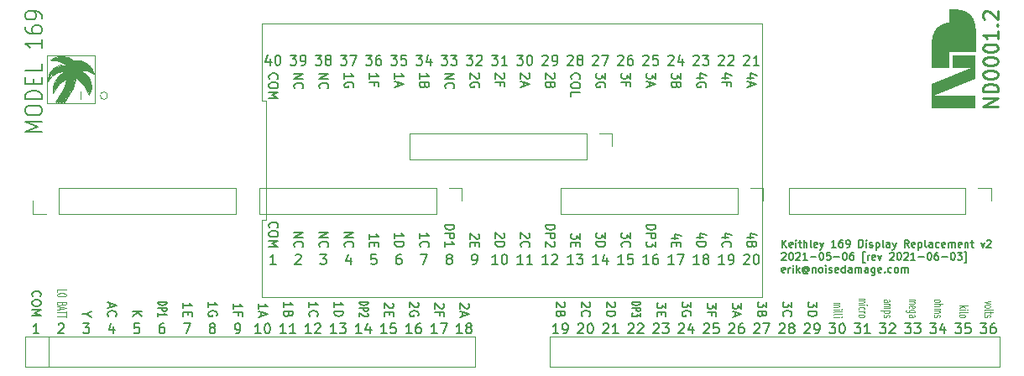
<source format=gto>
G04 #@! TF.GenerationSoftware,KiCad,Pcbnew,(5.1.10-1-10_14)*
G04 #@! TF.CreationDate,2021-06-04T22:41:06-05:00*
G04 #@! TF.ProjectId,169-display-replacement-v2,3136392d-6469-4737-906c-61792d726570,rev?*
G04 #@! TF.SameCoordinates,Original*
G04 #@! TF.FileFunction,Legend,Top*
G04 #@! TF.FilePolarity,Positive*
%FSLAX46Y46*%
G04 Gerber Fmt 4.6, Leading zero omitted, Abs format (unit mm)*
G04 Created by KiCad (PCBNEW (5.1.10-1-10_14)) date 2021-06-04 22:41:06*
%MOMM*%
%LPD*%
G01*
G04 APERTURE LIST*
%ADD10C,0.100000*%
%ADD11C,0.200000*%
%ADD12C,0.120000*%
%ADD13C,0.400000*%
%ADD14C,0.300000*%
%ADD15C,0.150000*%
%ADD16C,0.240000*%
%ADD17C,0.125000*%
G04 APERTURE END LIST*
D10*
X93433631Y-96250013D02*
G75*
G02*
X95151567Y-94540462I2896388J-1192637D01*
G01*
X95529854Y-93893558D02*
G75*
G02*
X97085800Y-96394000I202777J-1608147D01*
G01*
D11*
X93770428Y-95004707D02*
G75*
G02*
X94266400Y-94412800I2560974J-1642153D01*
G01*
D12*
X97301700Y-94031800D02*
X97428700Y-94069900D01*
D13*
X95715547Y-93127039D02*
G75*
G02*
X97047700Y-93587300I152494J-1716613D01*
G01*
D12*
X96171400Y-96051100D02*
X96171400Y-96800400D01*
D10*
X92917709Y-94831433D02*
G75*
G02*
X94825200Y-93396800I1528437J-46794D01*
G01*
D13*
X95828321Y-93369388D02*
G75*
G02*
X97251176Y-93840497I166996J-1879861D01*
G01*
D10*
X95593833Y-92915027D02*
G75*
G02*
X97631900Y-94323900I286908J-1763525D01*
G01*
D11*
X93009100Y-94679499D02*
G75*
G02*
X94882476Y-93522587I1494322J-324515D01*
G01*
D13*
X95916979Y-93673711D02*
G75*
G02*
X97238200Y-93828600I395562J-2338341D01*
G01*
D12*
X97085800Y-96267000D02*
X97111200Y-96051100D01*
X97403300Y-93904800D02*
X97301700Y-94031800D01*
D10*
X95955661Y-93892803D02*
G75*
G02*
X97631900Y-94323900I420380J-1839849D01*
G01*
X95812208Y-94671822D02*
G75*
G02*
X97085800Y-96394000I-2022210J-2827488D01*
G01*
X95142699Y-94158800D02*
G75*
G02*
X93825526Y-97118440I-5986763J891460D01*
G01*
X95295099Y-94196900D02*
G75*
G02*
X93977926Y-97156540I-5986763J891460D01*
G01*
X95472899Y-94146100D02*
G75*
G02*
X94155726Y-97105740I-5986763J891460D01*
G01*
D11*
X93479001Y-95962200D02*
G75*
G02*
X94109674Y-95040742I2131640J-782404D01*
G01*
D13*
X95917587Y-94425283D02*
G75*
G02*
X97123900Y-95962200I-3318859J-3846814D01*
G01*
D10*
X95358599Y-94184200D02*
G75*
G02*
X94041426Y-97143840I-5986763J891460D01*
G01*
X95218899Y-94158800D02*
G75*
G02*
X93901726Y-97118440I-5986763J891460D01*
G01*
X95409399Y-94171500D02*
G75*
G02*
X94092226Y-97131140I-5986763J891460D01*
G01*
X95549099Y-94171500D02*
G75*
G02*
X94231926Y-97131140I-5986763J891460D01*
G01*
D13*
X95765924Y-94068422D02*
G75*
G02*
X97085800Y-95911400I-1578530J-2524600D01*
G01*
X95980885Y-94124506D02*
G75*
G02*
X96476200Y-94311200I-307723J-1566816D01*
G01*
D12*
X97555700Y-94222300D02*
X97403300Y-93904800D01*
D13*
X96565232Y-94311057D02*
G75*
G02*
X97174700Y-95746300I-1285638J-1392965D01*
G01*
D10*
X95091899Y-94171500D02*
G75*
G02*
X93774726Y-97131140I-5986763J891460D01*
G01*
X95587199Y-94196900D02*
G75*
G02*
X94270026Y-97156540I-5986763J891460D01*
G01*
X95663399Y-94184200D02*
G75*
G02*
X94346226Y-97143840I-5986763J891460D01*
G01*
X95752299Y-94158800D02*
G75*
G02*
X94435126Y-97118440I-5986763J891460D01*
G01*
X95841199Y-94184200D02*
G75*
G02*
X94524026Y-97143840I-5986763J891460D01*
G01*
X95930099Y-94184200D02*
G75*
G02*
X94612926Y-97143840I-5986763J891460D01*
G01*
X95015699Y-94158800D02*
G75*
G02*
X93698526Y-97118440I-5986763J891460D01*
G01*
D12*
X92844000Y-97156000D02*
X92844000Y-92330000D01*
D14*
X93593300Y-95682801D02*
G75*
G02*
X95367269Y-94454552I1966836J-945513D01*
G01*
D12*
X93203930Y-92868695D02*
G75*
G02*
X95368253Y-94042854I683662J-1321632D01*
G01*
D14*
X94698200Y-92799899D02*
G75*
G02*
X95510737Y-93836039I-769735J-1440288D01*
G01*
D13*
X94369090Y-94400999D02*
G75*
G02*
X95625300Y-94158800I928801J-1438518D01*
G01*
D14*
X94850600Y-93003099D02*
G75*
G02*
X95663137Y-94039239I-769735J-1440288D01*
G01*
D12*
X93203930Y-92868695D02*
G75*
G02*
X96133300Y-94095300I1138546J-1392186D01*
G01*
X93085300Y-94654100D02*
X93377400Y-94285800D01*
D14*
X93590483Y-94104693D02*
G75*
G02*
X95180800Y-93384100I2047517J-2403607D01*
G01*
D10*
X92844000Y-95289100D02*
G75*
G02*
X95042030Y-93308867I2306825J-350535D01*
G01*
D12*
X92844000Y-92330000D02*
X97670000Y-92330000D01*
D14*
X95041100Y-92723699D02*
G75*
G02*
X95853637Y-93759839I-769735J-1440288D01*
G01*
D12*
X97670000Y-97156000D02*
X92844000Y-97156000D01*
X97670000Y-92330000D02*
X97670000Y-97156000D01*
D13*
X94191290Y-94604199D02*
G75*
G02*
X95447500Y-94362000I928801J-1438518D01*
G01*
D14*
X93580600Y-92761800D02*
G75*
G02*
X95413501Y-94146082I33386J-1861390D01*
G01*
D11*
X93540565Y-95440494D02*
G75*
G02*
X94228300Y-94590600I2423669J-1258031D01*
G01*
D12*
X93694716Y-92659667D02*
G75*
G02*
X94355300Y-92584000I493346J-1385665D01*
G01*
X92852577Y-95147473D02*
G75*
G02*
X95458349Y-94136524I1831072J-855951D01*
G01*
D14*
X94049682Y-93874759D02*
G75*
G02*
X95396700Y-93930200I546918J-3103441D01*
G01*
X93428201Y-94298501D02*
G75*
G02*
X95018518Y-93577908I2047517J-2403607D01*
G01*
D11*
X92339047Y-100058571D02*
X90639047Y-100058571D01*
X91853333Y-99558571D01*
X90639047Y-99058571D01*
X92339047Y-99058571D01*
X90639047Y-98058571D02*
X90639047Y-97772857D01*
X90720000Y-97630000D01*
X90881904Y-97487142D01*
X91205714Y-97415714D01*
X91772380Y-97415714D01*
X92096190Y-97487142D01*
X92258095Y-97630000D01*
X92339047Y-97772857D01*
X92339047Y-98058571D01*
X92258095Y-98201428D01*
X92096190Y-98344285D01*
X91772380Y-98415714D01*
X91205714Y-98415714D01*
X90881904Y-98344285D01*
X90720000Y-98201428D01*
X90639047Y-98058571D01*
X92339047Y-96772857D02*
X90639047Y-96772857D01*
X90639047Y-96415714D01*
X90720000Y-96201428D01*
X90881904Y-96058571D01*
X91043809Y-95987142D01*
X91367619Y-95915714D01*
X91610476Y-95915714D01*
X91934285Y-95987142D01*
X92096190Y-96058571D01*
X92258095Y-96201428D01*
X92339047Y-96415714D01*
X92339047Y-96772857D01*
X91448571Y-95272857D02*
X91448571Y-94772857D01*
X92339047Y-94558571D02*
X92339047Y-95272857D01*
X90639047Y-95272857D01*
X90639047Y-94558571D01*
X92339047Y-93201428D02*
X92339047Y-93915714D01*
X90639047Y-93915714D01*
X92339047Y-90772857D02*
X92339047Y-91630000D01*
X92339047Y-91201428D02*
X90639047Y-91201428D01*
X90881904Y-91344285D01*
X91043809Y-91487142D01*
X91124761Y-91630000D01*
X90639047Y-89487142D02*
X90639047Y-89772857D01*
X90720000Y-89915714D01*
X90800952Y-89987142D01*
X91043809Y-90130000D01*
X91367619Y-90201428D01*
X92015238Y-90201428D01*
X92177142Y-90130000D01*
X92258095Y-90058571D01*
X92339047Y-89915714D01*
X92339047Y-89630000D01*
X92258095Y-89487142D01*
X92177142Y-89415714D01*
X92015238Y-89344285D01*
X91610476Y-89344285D01*
X91448571Y-89415714D01*
X91367619Y-89487142D01*
X91286666Y-89630000D01*
X91286666Y-89915714D01*
X91367619Y-90058571D01*
X91448571Y-90130000D01*
X91610476Y-90201428D01*
X92339047Y-88630000D02*
X92339047Y-88344285D01*
X92258095Y-88201428D01*
X92177142Y-88130000D01*
X91934285Y-87987142D01*
X91610476Y-87915714D01*
X90962857Y-87915714D01*
X90800952Y-87987142D01*
X90720000Y-88058571D01*
X90639047Y-88201428D01*
X90639047Y-88487142D01*
X90720000Y-88630000D01*
X90800952Y-88701428D01*
X90962857Y-88772857D01*
X91367619Y-88772857D01*
X91529523Y-88701428D01*
X91610476Y-88630000D01*
X91691428Y-88487142D01*
X91691428Y-88201428D01*
X91610476Y-88058571D01*
X91529523Y-87987142D01*
X91367619Y-87915714D01*
D14*
X94101240Y-92580633D02*
G75*
G02*
X95712797Y-93809293I29285J-1632808D01*
G01*
D10*
X93204066Y-92877167D02*
G75*
G02*
X94799800Y-93358700I131665J-2448465D01*
G01*
X93433631Y-96250013D02*
G75*
G02*
X94837900Y-93942900I2114276J294029D01*
G01*
D15*
X166976071Y-111724285D02*
X166976071Y-110974285D01*
X167404642Y-111724285D02*
X167083214Y-111295714D01*
X167404642Y-110974285D02*
X166976071Y-111402857D01*
X168011785Y-111688571D02*
X167940357Y-111724285D01*
X167797500Y-111724285D01*
X167726071Y-111688571D01*
X167690357Y-111617142D01*
X167690357Y-111331428D01*
X167726071Y-111260000D01*
X167797500Y-111224285D01*
X167940357Y-111224285D01*
X168011785Y-111260000D01*
X168047500Y-111331428D01*
X168047500Y-111402857D01*
X167690357Y-111474285D01*
X168368928Y-111724285D02*
X168368928Y-111224285D01*
X168368928Y-110974285D02*
X168333214Y-111010000D01*
X168368928Y-111045714D01*
X168404642Y-111010000D01*
X168368928Y-110974285D01*
X168368928Y-111045714D01*
X168618928Y-111224285D02*
X168904642Y-111224285D01*
X168726071Y-110974285D02*
X168726071Y-111617142D01*
X168761785Y-111688571D01*
X168833214Y-111724285D01*
X168904642Y-111724285D01*
X169154642Y-111724285D02*
X169154642Y-110974285D01*
X169476071Y-111724285D02*
X169476071Y-111331428D01*
X169440357Y-111260000D01*
X169368928Y-111224285D01*
X169261785Y-111224285D01*
X169190357Y-111260000D01*
X169154642Y-111295714D01*
X169940357Y-111724285D02*
X169868928Y-111688571D01*
X169833214Y-111617142D01*
X169833214Y-110974285D01*
X170511785Y-111688571D02*
X170440357Y-111724285D01*
X170297500Y-111724285D01*
X170226071Y-111688571D01*
X170190357Y-111617142D01*
X170190357Y-111331428D01*
X170226071Y-111260000D01*
X170297500Y-111224285D01*
X170440357Y-111224285D01*
X170511785Y-111260000D01*
X170547500Y-111331428D01*
X170547500Y-111402857D01*
X170190357Y-111474285D01*
X170797500Y-111224285D02*
X170976071Y-111724285D01*
X171154642Y-111224285D02*
X170976071Y-111724285D01*
X170904642Y-111902857D01*
X170868928Y-111938571D01*
X170797500Y-111974285D01*
X172404642Y-111724285D02*
X171976071Y-111724285D01*
X172190357Y-111724285D02*
X172190357Y-110974285D01*
X172118928Y-111081428D01*
X172047500Y-111152857D01*
X171976071Y-111188571D01*
X173047500Y-110974285D02*
X172904642Y-110974285D01*
X172833214Y-111010000D01*
X172797500Y-111045714D01*
X172726071Y-111152857D01*
X172690357Y-111295714D01*
X172690357Y-111581428D01*
X172726071Y-111652857D01*
X172761785Y-111688571D01*
X172833214Y-111724285D01*
X172976071Y-111724285D01*
X173047500Y-111688571D01*
X173083214Y-111652857D01*
X173118928Y-111581428D01*
X173118928Y-111402857D01*
X173083214Y-111331428D01*
X173047500Y-111295714D01*
X172976071Y-111260000D01*
X172833214Y-111260000D01*
X172761785Y-111295714D01*
X172726071Y-111331428D01*
X172690357Y-111402857D01*
X173476071Y-111724285D02*
X173618928Y-111724285D01*
X173690357Y-111688571D01*
X173726071Y-111652857D01*
X173797500Y-111545714D01*
X173833214Y-111402857D01*
X173833214Y-111117142D01*
X173797500Y-111045714D01*
X173761785Y-111010000D01*
X173690357Y-110974285D01*
X173547500Y-110974285D01*
X173476071Y-111010000D01*
X173440357Y-111045714D01*
X173404642Y-111117142D01*
X173404642Y-111295714D01*
X173440357Y-111367142D01*
X173476071Y-111402857D01*
X173547500Y-111438571D01*
X173690357Y-111438571D01*
X173761785Y-111402857D01*
X173797500Y-111367142D01*
X173833214Y-111295714D01*
X174726071Y-111724285D02*
X174726071Y-110974285D01*
X174904642Y-110974285D01*
X175011785Y-111010000D01*
X175083214Y-111081428D01*
X175118928Y-111152857D01*
X175154642Y-111295714D01*
X175154642Y-111402857D01*
X175118928Y-111545714D01*
X175083214Y-111617142D01*
X175011785Y-111688571D01*
X174904642Y-111724285D01*
X174726071Y-111724285D01*
X175476071Y-111724285D02*
X175476071Y-111224285D01*
X175476071Y-110974285D02*
X175440357Y-111010000D01*
X175476071Y-111045714D01*
X175511785Y-111010000D01*
X175476071Y-110974285D01*
X175476071Y-111045714D01*
X175797500Y-111688571D02*
X175868928Y-111724285D01*
X176011785Y-111724285D01*
X176083214Y-111688571D01*
X176118928Y-111617142D01*
X176118928Y-111581428D01*
X176083214Y-111510000D01*
X176011785Y-111474285D01*
X175904642Y-111474285D01*
X175833214Y-111438571D01*
X175797500Y-111367142D01*
X175797500Y-111331428D01*
X175833214Y-111260000D01*
X175904642Y-111224285D01*
X176011785Y-111224285D01*
X176083214Y-111260000D01*
X176440357Y-111224285D02*
X176440357Y-111974285D01*
X176440357Y-111260000D02*
X176511785Y-111224285D01*
X176654642Y-111224285D01*
X176726071Y-111260000D01*
X176761785Y-111295714D01*
X176797500Y-111367142D01*
X176797500Y-111581428D01*
X176761785Y-111652857D01*
X176726071Y-111688571D01*
X176654642Y-111724285D01*
X176511785Y-111724285D01*
X176440357Y-111688571D01*
X177226071Y-111724285D02*
X177154642Y-111688571D01*
X177118928Y-111617142D01*
X177118928Y-110974285D01*
X177833214Y-111724285D02*
X177833214Y-111331428D01*
X177797500Y-111260000D01*
X177726071Y-111224285D01*
X177583214Y-111224285D01*
X177511785Y-111260000D01*
X177833214Y-111688571D02*
X177761785Y-111724285D01*
X177583214Y-111724285D01*
X177511785Y-111688571D01*
X177476071Y-111617142D01*
X177476071Y-111545714D01*
X177511785Y-111474285D01*
X177583214Y-111438571D01*
X177761785Y-111438571D01*
X177833214Y-111402857D01*
X178118928Y-111224285D02*
X178297500Y-111724285D01*
X178476071Y-111224285D02*
X178297500Y-111724285D01*
X178226071Y-111902857D01*
X178190357Y-111938571D01*
X178118928Y-111974285D01*
X179761785Y-111724285D02*
X179511785Y-111367142D01*
X179333214Y-111724285D02*
X179333214Y-110974285D01*
X179618928Y-110974285D01*
X179690357Y-111010000D01*
X179726071Y-111045714D01*
X179761785Y-111117142D01*
X179761785Y-111224285D01*
X179726071Y-111295714D01*
X179690357Y-111331428D01*
X179618928Y-111367142D01*
X179333214Y-111367142D01*
X180368928Y-111688571D02*
X180297500Y-111724285D01*
X180154642Y-111724285D01*
X180083214Y-111688571D01*
X180047500Y-111617142D01*
X180047500Y-111331428D01*
X180083214Y-111260000D01*
X180154642Y-111224285D01*
X180297500Y-111224285D01*
X180368928Y-111260000D01*
X180404642Y-111331428D01*
X180404642Y-111402857D01*
X180047500Y-111474285D01*
X180726071Y-111224285D02*
X180726071Y-111974285D01*
X180726071Y-111260000D02*
X180797500Y-111224285D01*
X180940357Y-111224285D01*
X181011785Y-111260000D01*
X181047500Y-111295714D01*
X181083214Y-111367142D01*
X181083214Y-111581428D01*
X181047500Y-111652857D01*
X181011785Y-111688571D01*
X180940357Y-111724285D01*
X180797500Y-111724285D01*
X180726071Y-111688571D01*
X181511785Y-111724285D02*
X181440357Y-111688571D01*
X181404642Y-111617142D01*
X181404642Y-110974285D01*
X182118928Y-111724285D02*
X182118928Y-111331428D01*
X182083214Y-111260000D01*
X182011785Y-111224285D01*
X181868928Y-111224285D01*
X181797500Y-111260000D01*
X182118928Y-111688571D02*
X182047500Y-111724285D01*
X181868928Y-111724285D01*
X181797500Y-111688571D01*
X181761785Y-111617142D01*
X181761785Y-111545714D01*
X181797500Y-111474285D01*
X181868928Y-111438571D01*
X182047500Y-111438571D01*
X182118928Y-111402857D01*
X182797500Y-111688571D02*
X182726071Y-111724285D01*
X182583214Y-111724285D01*
X182511785Y-111688571D01*
X182476071Y-111652857D01*
X182440357Y-111581428D01*
X182440357Y-111367142D01*
X182476071Y-111295714D01*
X182511785Y-111260000D01*
X182583214Y-111224285D01*
X182726071Y-111224285D01*
X182797500Y-111260000D01*
X183404642Y-111688571D02*
X183333214Y-111724285D01*
X183190357Y-111724285D01*
X183118928Y-111688571D01*
X183083214Y-111617142D01*
X183083214Y-111331428D01*
X183118928Y-111260000D01*
X183190357Y-111224285D01*
X183333214Y-111224285D01*
X183404642Y-111260000D01*
X183440357Y-111331428D01*
X183440357Y-111402857D01*
X183083214Y-111474285D01*
X183761785Y-111724285D02*
X183761785Y-111224285D01*
X183761785Y-111295714D02*
X183797500Y-111260000D01*
X183868928Y-111224285D01*
X183976071Y-111224285D01*
X184047500Y-111260000D01*
X184083214Y-111331428D01*
X184083214Y-111724285D01*
X184083214Y-111331428D02*
X184118928Y-111260000D01*
X184190357Y-111224285D01*
X184297500Y-111224285D01*
X184368928Y-111260000D01*
X184404642Y-111331428D01*
X184404642Y-111724285D01*
X185047500Y-111688571D02*
X184976071Y-111724285D01*
X184833214Y-111724285D01*
X184761785Y-111688571D01*
X184726071Y-111617142D01*
X184726071Y-111331428D01*
X184761785Y-111260000D01*
X184833214Y-111224285D01*
X184976071Y-111224285D01*
X185047500Y-111260000D01*
X185083214Y-111331428D01*
X185083214Y-111402857D01*
X184726071Y-111474285D01*
X185404642Y-111224285D02*
X185404642Y-111724285D01*
X185404642Y-111295714D02*
X185440357Y-111260000D01*
X185511785Y-111224285D01*
X185618928Y-111224285D01*
X185690357Y-111260000D01*
X185726071Y-111331428D01*
X185726071Y-111724285D01*
X185976071Y-111224285D02*
X186261785Y-111224285D01*
X186083214Y-110974285D02*
X186083214Y-111617142D01*
X186118928Y-111688571D01*
X186190357Y-111724285D01*
X186261785Y-111724285D01*
X187011785Y-111224285D02*
X187190357Y-111724285D01*
X187368928Y-111224285D01*
X187618928Y-111045714D02*
X187654642Y-111010000D01*
X187726071Y-110974285D01*
X187904642Y-110974285D01*
X187976071Y-111010000D01*
X188011785Y-111045714D01*
X188047500Y-111117142D01*
X188047500Y-111188571D01*
X188011785Y-111295714D01*
X187583214Y-111724285D01*
X188047500Y-111724285D01*
X166940357Y-112320714D02*
X166976071Y-112285000D01*
X167047500Y-112249285D01*
X167226071Y-112249285D01*
X167297500Y-112285000D01*
X167333214Y-112320714D01*
X167368928Y-112392142D01*
X167368928Y-112463571D01*
X167333214Y-112570714D01*
X166904642Y-112999285D01*
X167368928Y-112999285D01*
X167833214Y-112249285D02*
X167904642Y-112249285D01*
X167976071Y-112285000D01*
X168011785Y-112320714D01*
X168047500Y-112392142D01*
X168083214Y-112535000D01*
X168083214Y-112713571D01*
X168047500Y-112856428D01*
X168011785Y-112927857D01*
X167976071Y-112963571D01*
X167904642Y-112999285D01*
X167833214Y-112999285D01*
X167761785Y-112963571D01*
X167726071Y-112927857D01*
X167690357Y-112856428D01*
X167654642Y-112713571D01*
X167654642Y-112535000D01*
X167690357Y-112392142D01*
X167726071Y-112320714D01*
X167761785Y-112285000D01*
X167833214Y-112249285D01*
X168368928Y-112320714D02*
X168404642Y-112285000D01*
X168476071Y-112249285D01*
X168654642Y-112249285D01*
X168726071Y-112285000D01*
X168761785Y-112320714D01*
X168797500Y-112392142D01*
X168797500Y-112463571D01*
X168761785Y-112570714D01*
X168333214Y-112999285D01*
X168797500Y-112999285D01*
X169511785Y-112999285D02*
X169083214Y-112999285D01*
X169297500Y-112999285D02*
X169297500Y-112249285D01*
X169226071Y-112356428D01*
X169154642Y-112427857D01*
X169083214Y-112463571D01*
X169833214Y-112713571D02*
X170404642Y-112713571D01*
X170904642Y-112249285D02*
X170976071Y-112249285D01*
X171047500Y-112285000D01*
X171083214Y-112320714D01*
X171118928Y-112392142D01*
X171154642Y-112535000D01*
X171154642Y-112713571D01*
X171118928Y-112856428D01*
X171083214Y-112927857D01*
X171047500Y-112963571D01*
X170976071Y-112999285D01*
X170904642Y-112999285D01*
X170833214Y-112963571D01*
X170797500Y-112927857D01*
X170761785Y-112856428D01*
X170726071Y-112713571D01*
X170726071Y-112535000D01*
X170761785Y-112392142D01*
X170797500Y-112320714D01*
X170833214Y-112285000D01*
X170904642Y-112249285D01*
X171833214Y-112249285D02*
X171476071Y-112249285D01*
X171440357Y-112606428D01*
X171476071Y-112570714D01*
X171547500Y-112535000D01*
X171726071Y-112535000D01*
X171797500Y-112570714D01*
X171833214Y-112606428D01*
X171868928Y-112677857D01*
X171868928Y-112856428D01*
X171833214Y-112927857D01*
X171797500Y-112963571D01*
X171726071Y-112999285D01*
X171547500Y-112999285D01*
X171476071Y-112963571D01*
X171440357Y-112927857D01*
X172190357Y-112713571D02*
X172761785Y-112713571D01*
X173261785Y-112249285D02*
X173333214Y-112249285D01*
X173404642Y-112285000D01*
X173440357Y-112320714D01*
X173476071Y-112392142D01*
X173511785Y-112535000D01*
X173511785Y-112713571D01*
X173476071Y-112856428D01*
X173440357Y-112927857D01*
X173404642Y-112963571D01*
X173333214Y-112999285D01*
X173261785Y-112999285D01*
X173190357Y-112963571D01*
X173154642Y-112927857D01*
X173118928Y-112856428D01*
X173083214Y-112713571D01*
X173083214Y-112535000D01*
X173118928Y-112392142D01*
X173154642Y-112320714D01*
X173190357Y-112285000D01*
X173261785Y-112249285D01*
X174154642Y-112249285D02*
X174011785Y-112249285D01*
X173940357Y-112285000D01*
X173904642Y-112320714D01*
X173833214Y-112427857D01*
X173797500Y-112570714D01*
X173797500Y-112856428D01*
X173833214Y-112927857D01*
X173868928Y-112963571D01*
X173940357Y-112999285D01*
X174083214Y-112999285D01*
X174154642Y-112963571D01*
X174190357Y-112927857D01*
X174226071Y-112856428D01*
X174226071Y-112677857D01*
X174190357Y-112606428D01*
X174154642Y-112570714D01*
X174083214Y-112535000D01*
X173940357Y-112535000D01*
X173868928Y-112570714D01*
X173833214Y-112606428D01*
X173797500Y-112677857D01*
X175333214Y-113249285D02*
X175154642Y-113249285D01*
X175154642Y-112177857D01*
X175333214Y-112177857D01*
X175618928Y-112999285D02*
X175618928Y-112499285D01*
X175618928Y-112642142D02*
X175654642Y-112570714D01*
X175690357Y-112535000D01*
X175761785Y-112499285D01*
X175833214Y-112499285D01*
X176368928Y-112963571D02*
X176297500Y-112999285D01*
X176154642Y-112999285D01*
X176083214Y-112963571D01*
X176047500Y-112892142D01*
X176047500Y-112606428D01*
X176083214Y-112535000D01*
X176154642Y-112499285D01*
X176297500Y-112499285D01*
X176368928Y-112535000D01*
X176404642Y-112606428D01*
X176404642Y-112677857D01*
X176047500Y-112749285D01*
X176654642Y-112499285D02*
X176833214Y-112999285D01*
X177011785Y-112499285D01*
X177833214Y-112320714D02*
X177868928Y-112285000D01*
X177940357Y-112249285D01*
X178118928Y-112249285D01*
X178190357Y-112285000D01*
X178226071Y-112320714D01*
X178261785Y-112392142D01*
X178261785Y-112463571D01*
X178226071Y-112570714D01*
X177797500Y-112999285D01*
X178261785Y-112999285D01*
X178726071Y-112249285D02*
X178797500Y-112249285D01*
X178868928Y-112285000D01*
X178904642Y-112320714D01*
X178940357Y-112392142D01*
X178976071Y-112535000D01*
X178976071Y-112713571D01*
X178940357Y-112856428D01*
X178904642Y-112927857D01*
X178868928Y-112963571D01*
X178797500Y-112999285D01*
X178726071Y-112999285D01*
X178654642Y-112963571D01*
X178618928Y-112927857D01*
X178583214Y-112856428D01*
X178547500Y-112713571D01*
X178547500Y-112535000D01*
X178583214Y-112392142D01*
X178618928Y-112320714D01*
X178654642Y-112285000D01*
X178726071Y-112249285D01*
X179261785Y-112320714D02*
X179297500Y-112285000D01*
X179368928Y-112249285D01*
X179547500Y-112249285D01*
X179618928Y-112285000D01*
X179654642Y-112320714D01*
X179690357Y-112392142D01*
X179690357Y-112463571D01*
X179654642Y-112570714D01*
X179226071Y-112999285D01*
X179690357Y-112999285D01*
X180404642Y-112999285D02*
X179976071Y-112999285D01*
X180190357Y-112999285D02*
X180190357Y-112249285D01*
X180118928Y-112356428D01*
X180047500Y-112427857D01*
X179976071Y-112463571D01*
X180726071Y-112713571D02*
X181297500Y-112713571D01*
X181797500Y-112249285D02*
X181868928Y-112249285D01*
X181940357Y-112285000D01*
X181976071Y-112320714D01*
X182011785Y-112392142D01*
X182047500Y-112535000D01*
X182047500Y-112713571D01*
X182011785Y-112856428D01*
X181976071Y-112927857D01*
X181940357Y-112963571D01*
X181868928Y-112999285D01*
X181797500Y-112999285D01*
X181726071Y-112963571D01*
X181690357Y-112927857D01*
X181654642Y-112856428D01*
X181618928Y-112713571D01*
X181618928Y-112535000D01*
X181654642Y-112392142D01*
X181690357Y-112320714D01*
X181726071Y-112285000D01*
X181797500Y-112249285D01*
X182690357Y-112249285D02*
X182547500Y-112249285D01*
X182476071Y-112285000D01*
X182440357Y-112320714D01*
X182368928Y-112427857D01*
X182333214Y-112570714D01*
X182333214Y-112856428D01*
X182368928Y-112927857D01*
X182404642Y-112963571D01*
X182476071Y-112999285D01*
X182618928Y-112999285D01*
X182690357Y-112963571D01*
X182726071Y-112927857D01*
X182761785Y-112856428D01*
X182761785Y-112677857D01*
X182726071Y-112606428D01*
X182690357Y-112570714D01*
X182618928Y-112535000D01*
X182476071Y-112535000D01*
X182404642Y-112570714D01*
X182368928Y-112606428D01*
X182333214Y-112677857D01*
X183083214Y-112713571D02*
X183654642Y-112713571D01*
X184154642Y-112249285D02*
X184226071Y-112249285D01*
X184297500Y-112285000D01*
X184333214Y-112320714D01*
X184368928Y-112392142D01*
X184404642Y-112535000D01*
X184404642Y-112713571D01*
X184368928Y-112856428D01*
X184333214Y-112927857D01*
X184297500Y-112963571D01*
X184226071Y-112999285D01*
X184154642Y-112999285D01*
X184083214Y-112963571D01*
X184047500Y-112927857D01*
X184011785Y-112856428D01*
X183976071Y-112713571D01*
X183976071Y-112535000D01*
X184011785Y-112392142D01*
X184047500Y-112320714D01*
X184083214Y-112285000D01*
X184154642Y-112249285D01*
X184654642Y-112249285D02*
X185118928Y-112249285D01*
X184868928Y-112535000D01*
X184976071Y-112535000D01*
X185047500Y-112570714D01*
X185083214Y-112606428D01*
X185118928Y-112677857D01*
X185118928Y-112856428D01*
X185083214Y-112927857D01*
X185047500Y-112963571D01*
X184976071Y-112999285D01*
X184761785Y-112999285D01*
X184690357Y-112963571D01*
X184654642Y-112927857D01*
X185368928Y-113249285D02*
X185547500Y-113249285D01*
X185547500Y-112177857D01*
X185368928Y-112177857D01*
X167261785Y-114238571D02*
X167190357Y-114274285D01*
X167047500Y-114274285D01*
X166976071Y-114238571D01*
X166940357Y-114167142D01*
X166940357Y-113881428D01*
X166976071Y-113810000D01*
X167047500Y-113774285D01*
X167190357Y-113774285D01*
X167261785Y-113810000D01*
X167297500Y-113881428D01*
X167297500Y-113952857D01*
X166940357Y-114024285D01*
X167618928Y-114274285D02*
X167618928Y-113774285D01*
X167618928Y-113917142D02*
X167654642Y-113845714D01*
X167690357Y-113810000D01*
X167761785Y-113774285D01*
X167833214Y-113774285D01*
X168083214Y-114274285D02*
X168083214Y-113774285D01*
X168083214Y-113524285D02*
X168047500Y-113560000D01*
X168083214Y-113595714D01*
X168118928Y-113560000D01*
X168083214Y-113524285D01*
X168083214Y-113595714D01*
X168440357Y-114274285D02*
X168440357Y-113524285D01*
X168511785Y-113988571D02*
X168726071Y-114274285D01*
X168726071Y-113774285D02*
X168440357Y-114060000D01*
X169511785Y-113917142D02*
X169476071Y-113881428D01*
X169404642Y-113845714D01*
X169333214Y-113845714D01*
X169261785Y-113881428D01*
X169226071Y-113917142D01*
X169190357Y-113988571D01*
X169190357Y-114060000D01*
X169226071Y-114131428D01*
X169261785Y-114167142D01*
X169333214Y-114202857D01*
X169404642Y-114202857D01*
X169476071Y-114167142D01*
X169511785Y-114131428D01*
X169511785Y-113845714D02*
X169511785Y-114131428D01*
X169547500Y-114167142D01*
X169583214Y-114167142D01*
X169654642Y-114131428D01*
X169690357Y-114060000D01*
X169690357Y-113881428D01*
X169618928Y-113774285D01*
X169511785Y-113702857D01*
X169368928Y-113667142D01*
X169226071Y-113702857D01*
X169118928Y-113774285D01*
X169047500Y-113881428D01*
X169011785Y-114024285D01*
X169047500Y-114167142D01*
X169118928Y-114274285D01*
X169226071Y-114345714D01*
X169368928Y-114381428D01*
X169511785Y-114345714D01*
X169618928Y-114274285D01*
X170011785Y-113774285D02*
X170011785Y-114274285D01*
X170011785Y-113845714D02*
X170047500Y-113810000D01*
X170118928Y-113774285D01*
X170226071Y-113774285D01*
X170297500Y-113810000D01*
X170333214Y-113881428D01*
X170333214Y-114274285D01*
X170797500Y-114274285D02*
X170726071Y-114238571D01*
X170690357Y-114202857D01*
X170654642Y-114131428D01*
X170654642Y-113917142D01*
X170690357Y-113845714D01*
X170726071Y-113810000D01*
X170797500Y-113774285D01*
X170904642Y-113774285D01*
X170976071Y-113810000D01*
X171011785Y-113845714D01*
X171047500Y-113917142D01*
X171047500Y-114131428D01*
X171011785Y-114202857D01*
X170976071Y-114238571D01*
X170904642Y-114274285D01*
X170797500Y-114274285D01*
X171368928Y-114274285D02*
X171368928Y-113774285D01*
X171368928Y-113524285D02*
X171333214Y-113560000D01*
X171368928Y-113595714D01*
X171404642Y-113560000D01*
X171368928Y-113524285D01*
X171368928Y-113595714D01*
X171690357Y-114238571D02*
X171761785Y-114274285D01*
X171904642Y-114274285D01*
X171976071Y-114238571D01*
X172011785Y-114167142D01*
X172011785Y-114131428D01*
X171976071Y-114060000D01*
X171904642Y-114024285D01*
X171797500Y-114024285D01*
X171726071Y-113988571D01*
X171690357Y-113917142D01*
X171690357Y-113881428D01*
X171726071Y-113810000D01*
X171797500Y-113774285D01*
X171904642Y-113774285D01*
X171976071Y-113810000D01*
X172618928Y-114238571D02*
X172547500Y-114274285D01*
X172404642Y-114274285D01*
X172333214Y-114238571D01*
X172297500Y-114167142D01*
X172297500Y-113881428D01*
X172333214Y-113810000D01*
X172404642Y-113774285D01*
X172547500Y-113774285D01*
X172618928Y-113810000D01*
X172654642Y-113881428D01*
X172654642Y-113952857D01*
X172297500Y-114024285D01*
X173297500Y-114274285D02*
X173297500Y-113524285D01*
X173297500Y-114238571D02*
X173226071Y-114274285D01*
X173083214Y-114274285D01*
X173011785Y-114238571D01*
X172976071Y-114202857D01*
X172940357Y-114131428D01*
X172940357Y-113917142D01*
X172976071Y-113845714D01*
X173011785Y-113810000D01*
X173083214Y-113774285D01*
X173226071Y-113774285D01*
X173297500Y-113810000D01*
X173976071Y-114274285D02*
X173976071Y-113881428D01*
X173940357Y-113810000D01*
X173868928Y-113774285D01*
X173726071Y-113774285D01*
X173654642Y-113810000D01*
X173976071Y-114238571D02*
X173904642Y-114274285D01*
X173726071Y-114274285D01*
X173654642Y-114238571D01*
X173618928Y-114167142D01*
X173618928Y-114095714D01*
X173654642Y-114024285D01*
X173726071Y-113988571D01*
X173904642Y-113988571D01*
X173976071Y-113952857D01*
X174333214Y-114274285D02*
X174333214Y-113774285D01*
X174333214Y-113845714D02*
X174368928Y-113810000D01*
X174440357Y-113774285D01*
X174547500Y-113774285D01*
X174618928Y-113810000D01*
X174654642Y-113881428D01*
X174654642Y-114274285D01*
X174654642Y-113881428D02*
X174690357Y-113810000D01*
X174761785Y-113774285D01*
X174868928Y-113774285D01*
X174940357Y-113810000D01*
X174976071Y-113881428D01*
X174976071Y-114274285D01*
X175654642Y-114274285D02*
X175654642Y-113881428D01*
X175618928Y-113810000D01*
X175547500Y-113774285D01*
X175404642Y-113774285D01*
X175333214Y-113810000D01*
X175654642Y-114238571D02*
X175583214Y-114274285D01*
X175404642Y-114274285D01*
X175333214Y-114238571D01*
X175297500Y-114167142D01*
X175297500Y-114095714D01*
X175333214Y-114024285D01*
X175404642Y-113988571D01*
X175583214Y-113988571D01*
X175654642Y-113952857D01*
X176333214Y-113774285D02*
X176333214Y-114381428D01*
X176297500Y-114452857D01*
X176261785Y-114488571D01*
X176190357Y-114524285D01*
X176083214Y-114524285D01*
X176011785Y-114488571D01*
X176333214Y-114238571D02*
X176261785Y-114274285D01*
X176118928Y-114274285D01*
X176047500Y-114238571D01*
X176011785Y-114202857D01*
X175976071Y-114131428D01*
X175976071Y-113917142D01*
X176011785Y-113845714D01*
X176047500Y-113810000D01*
X176118928Y-113774285D01*
X176261785Y-113774285D01*
X176333214Y-113810000D01*
X176976071Y-114238571D02*
X176904642Y-114274285D01*
X176761785Y-114274285D01*
X176690357Y-114238571D01*
X176654642Y-114167142D01*
X176654642Y-113881428D01*
X176690357Y-113810000D01*
X176761785Y-113774285D01*
X176904642Y-113774285D01*
X176976071Y-113810000D01*
X177011785Y-113881428D01*
X177011785Y-113952857D01*
X176654642Y-114024285D01*
X177333214Y-114202857D02*
X177368928Y-114238571D01*
X177333214Y-114274285D01*
X177297500Y-114238571D01*
X177333214Y-114202857D01*
X177333214Y-114274285D01*
X178011785Y-114238571D02*
X177940357Y-114274285D01*
X177797500Y-114274285D01*
X177726071Y-114238571D01*
X177690357Y-114202857D01*
X177654642Y-114131428D01*
X177654642Y-113917142D01*
X177690357Y-113845714D01*
X177726071Y-113810000D01*
X177797500Y-113774285D01*
X177940357Y-113774285D01*
X178011785Y-113810000D01*
X178440357Y-114274285D02*
X178368928Y-114238571D01*
X178333214Y-114202857D01*
X178297500Y-114131428D01*
X178297500Y-113917142D01*
X178333214Y-113845714D01*
X178368928Y-113810000D01*
X178440357Y-113774285D01*
X178547500Y-113774285D01*
X178618928Y-113810000D01*
X178654642Y-113845714D01*
X178690357Y-113917142D01*
X178690357Y-114131428D01*
X178654642Y-114202857D01*
X178618928Y-114238571D01*
X178547500Y-114274285D01*
X178440357Y-114274285D01*
X179011785Y-114274285D02*
X179011785Y-113774285D01*
X179011785Y-113845714D02*
X179047500Y-113810000D01*
X179118928Y-113774285D01*
X179226071Y-113774285D01*
X179297500Y-113810000D01*
X179333214Y-113881428D01*
X179333214Y-114274285D01*
X179333214Y-113881428D02*
X179368928Y-113810000D01*
X179440357Y-113774285D01*
X179547500Y-113774285D01*
X179618928Y-113810000D01*
X179654642Y-113881428D01*
X179654642Y-114274285D01*
D12*
X98931214Y-96430000D02*
G75*
G03*
X98931214Y-96430000I-371214J0D01*
G01*
D16*
X188775714Y-97500666D02*
X187215714Y-97500666D01*
X188775714Y-96700666D01*
X187215714Y-96700666D01*
X188775714Y-96034000D02*
X187215714Y-96034000D01*
X187215714Y-95700666D01*
X187290000Y-95500666D01*
X187438571Y-95367333D01*
X187587142Y-95300666D01*
X187884285Y-95234000D01*
X188107142Y-95234000D01*
X188404285Y-95300666D01*
X188552857Y-95367333D01*
X188701428Y-95500666D01*
X188775714Y-95700666D01*
X188775714Y-96034000D01*
X187215714Y-94367333D02*
X187215714Y-94234000D01*
X187290000Y-94100666D01*
X187364285Y-94034000D01*
X187512857Y-93967333D01*
X187810000Y-93900666D01*
X188181428Y-93900666D01*
X188478571Y-93967333D01*
X188627142Y-94034000D01*
X188701428Y-94100666D01*
X188775714Y-94234000D01*
X188775714Y-94367333D01*
X188701428Y-94500666D01*
X188627142Y-94567333D01*
X188478571Y-94634000D01*
X188181428Y-94700666D01*
X187810000Y-94700666D01*
X187512857Y-94634000D01*
X187364285Y-94567333D01*
X187290000Y-94500666D01*
X187215714Y-94367333D01*
X187215714Y-93034000D02*
X187215714Y-92900666D01*
X187290000Y-92767333D01*
X187364285Y-92700666D01*
X187512857Y-92634000D01*
X187810000Y-92567333D01*
X188181428Y-92567333D01*
X188478571Y-92634000D01*
X188627142Y-92700666D01*
X188701428Y-92767333D01*
X188775714Y-92900666D01*
X188775714Y-93034000D01*
X188701428Y-93167333D01*
X188627142Y-93234000D01*
X188478571Y-93300666D01*
X188181428Y-93367333D01*
X187810000Y-93367333D01*
X187512857Y-93300666D01*
X187364285Y-93234000D01*
X187290000Y-93167333D01*
X187215714Y-93034000D01*
X187215714Y-91700666D02*
X187215714Y-91567333D01*
X187290000Y-91434000D01*
X187364285Y-91367333D01*
X187512857Y-91300666D01*
X187810000Y-91234000D01*
X188181428Y-91234000D01*
X188478571Y-91300666D01*
X188627142Y-91367333D01*
X188701428Y-91434000D01*
X188775714Y-91567333D01*
X188775714Y-91700666D01*
X188701428Y-91834000D01*
X188627142Y-91900666D01*
X188478571Y-91967333D01*
X188181428Y-92034000D01*
X187810000Y-92034000D01*
X187512857Y-91967333D01*
X187364285Y-91900666D01*
X187290000Y-91834000D01*
X187215714Y-91700666D01*
X188775714Y-89900666D02*
X188775714Y-90700666D01*
X188775714Y-90300666D02*
X187215714Y-90300666D01*
X187438571Y-90434000D01*
X187587142Y-90567333D01*
X187661428Y-90700666D01*
X188627142Y-89300666D02*
X188701428Y-89234000D01*
X188775714Y-89300666D01*
X188701428Y-89367333D01*
X188627142Y-89300666D01*
X188775714Y-89300666D01*
X187364285Y-88700666D02*
X187290000Y-88634000D01*
X187215714Y-88500666D01*
X187215714Y-88167333D01*
X187290000Y-88034000D01*
X187364285Y-87967333D01*
X187512857Y-87900666D01*
X187661428Y-87900666D01*
X187884285Y-87967333D01*
X188775714Y-88767333D01*
X188775714Y-87900666D01*
D12*
X114520000Y-108949999D02*
X114520000Y-116770000D01*
X114880000Y-108949999D02*
X114520000Y-108949999D01*
X114880000Y-96950000D02*
X114880000Y-108949999D01*
X114520000Y-96950000D02*
X114880000Y-96950000D01*
X114520000Y-89130000D02*
X114520000Y-96950000D01*
X164980000Y-89130000D02*
X114520000Y-89130000D01*
X164980000Y-116770000D02*
X164980000Y-89130000D01*
X114520000Y-116770000D02*
X164980000Y-116770000D01*
D10*
G36*
X186520291Y-90006026D02*
G01*
X186520285Y-89998151D01*
X186520266Y-89990290D01*
X186520234Y-89982445D01*
X186520190Y-89974615D01*
X186520133Y-89966800D01*
X186520063Y-89959000D01*
X186519981Y-89951215D01*
X186519886Y-89943446D01*
X186519778Y-89935692D01*
X186519658Y-89927953D01*
X186519525Y-89920229D01*
X186519379Y-89912521D01*
X186519221Y-89904827D01*
X186519050Y-89897149D01*
X186518867Y-89889486D01*
X186518671Y-89881838D01*
X186518462Y-89874205D01*
X186518241Y-89866587D01*
X186518007Y-89858985D01*
X186517761Y-89851397D01*
X186517502Y-89843825D01*
X186517230Y-89836267D01*
X186516946Y-89828725D01*
X186516649Y-89821198D01*
X186516340Y-89813686D01*
X186516018Y-89806189D01*
X186515683Y-89798707D01*
X186515336Y-89791240D01*
X186514977Y-89783788D01*
X186514605Y-89776351D01*
X186514220Y-89768929D01*
X186513823Y-89761522D01*
X186513413Y-89754130D01*
X186512991Y-89746753D01*
X186512556Y-89739391D01*
X186512109Y-89732044D01*
X186511649Y-89724712D01*
X186511177Y-89717395D01*
X186510692Y-89710093D01*
X186510195Y-89702805D01*
X186509685Y-89695533D01*
X186509163Y-89688276D01*
X186508628Y-89681033D01*
X186508081Y-89673806D01*
X186507521Y-89666593D01*
X186506949Y-89659395D01*
X186506364Y-89652213D01*
X186505767Y-89645045D01*
X186505157Y-89637892D01*
X186504535Y-89630753D01*
X186503901Y-89623630D01*
X186503254Y-89616521D01*
X186502595Y-89609428D01*
X186501923Y-89602349D01*
X186501239Y-89595285D01*
X186500542Y-89588236D01*
X186499833Y-89581201D01*
X186499112Y-89574182D01*
X186498378Y-89567177D01*
X186497632Y-89560187D01*
X186496873Y-89553211D01*
X186496102Y-89546251D01*
X186495319Y-89539305D01*
X186494523Y-89532374D01*
X186493715Y-89525458D01*
X186492895Y-89518556D01*
X186492062Y-89511669D01*
X186491216Y-89504797D01*
X186490359Y-89497940D01*
X186489489Y-89491097D01*
X186488607Y-89484269D01*
X186487712Y-89477456D01*
X186486805Y-89470657D01*
X186485886Y-89463873D01*
X186484954Y-89457104D01*
X186484010Y-89450349D01*
X186483054Y-89443609D01*
X186482085Y-89436884D01*
X186481104Y-89430173D01*
X186480111Y-89423477D01*
X186479106Y-89416795D01*
X186478088Y-89410129D01*
X186477058Y-89403476D01*
X186476015Y-89396838D01*
X186474961Y-89390215D01*
X186473894Y-89383607D01*
X186472815Y-89377013D01*
X186471723Y-89370433D01*
X186470620Y-89363868D01*
X186469504Y-89357318D01*
X186468375Y-89350782D01*
X186467235Y-89344261D01*
X186466082Y-89337754D01*
X186464917Y-89331262D01*
X186463740Y-89324784D01*
X186462551Y-89318320D01*
X186461349Y-89311872D01*
X186460135Y-89305437D01*
X186458909Y-89299017D01*
X186457671Y-89292612D01*
X186456421Y-89286221D01*
X186455158Y-89279844D01*
X186453883Y-89273482D01*
X186452596Y-89267135D01*
X186451297Y-89260801D01*
X186449986Y-89254483D01*
X186448662Y-89248178D01*
X186447326Y-89241888D01*
X186445978Y-89235612D01*
X186444618Y-89229351D01*
X186443246Y-89223104D01*
X186441862Y-89216872D01*
X186440465Y-89210654D01*
X186439057Y-89204450D01*
X186437636Y-89198260D01*
X186436203Y-89192085D01*
X186434758Y-89185924D01*
X186433301Y-89179778D01*
X186431832Y-89173645D01*
X186430350Y-89167527D01*
X186428857Y-89161424D01*
X186427351Y-89155334D01*
X186425834Y-89149259D01*
X186424304Y-89143199D01*
X186422762Y-89137152D01*
X186421208Y-89131120D01*
X186419642Y-89125102D01*
X186418064Y-89119098D01*
X186416474Y-89113108D01*
X186414872Y-89107133D01*
X186413258Y-89101172D01*
X186411632Y-89095225D01*
X186409993Y-89089292D01*
X186408343Y-89083373D01*
X186406680Y-89077469D01*
X186405006Y-89071579D01*
X186403320Y-89065703D01*
X186401621Y-89059841D01*
X186399911Y-89053993D01*
X186398188Y-89048159D01*
X186396453Y-89042340D01*
X186394707Y-89036534D01*
X186392948Y-89030743D01*
X186391178Y-89024966D01*
X186389395Y-89019203D01*
X186387601Y-89013454D01*
X186385794Y-89007719D01*
X186383976Y-89001998D01*
X186382146Y-88996291D01*
X186380303Y-88990599D01*
X186378449Y-88984920D01*
X186376583Y-88979255D01*
X186374704Y-88973605D01*
X186372814Y-88967968D01*
X186370912Y-88962346D01*
X186368998Y-88956737D01*
X186367072Y-88951143D01*
X186365134Y-88945562D01*
X186363184Y-88939995D01*
X186361222Y-88934443D01*
X186359249Y-88928904D01*
X186357263Y-88923380D01*
X186355266Y-88917869D01*
X186353256Y-88912372D01*
X186351235Y-88906889D01*
X186349202Y-88901421D01*
X186347157Y-88895966D01*
X186345100Y-88890525D01*
X186343031Y-88885097D01*
X186340950Y-88879684D01*
X186338858Y-88874285D01*
X186336754Y-88868899D01*
X186334637Y-88863528D01*
X186332509Y-88858170D01*
X186330369Y-88852826D01*
X186328218Y-88847496D01*
X186326054Y-88842180D01*
X186323879Y-88836878D01*
X186321691Y-88831589D01*
X186319492Y-88826314D01*
X186317281Y-88821054D01*
X186315059Y-88815806D01*
X186312824Y-88810573D01*
X186310578Y-88805354D01*
X186308320Y-88800148D01*
X186306050Y-88794956D01*
X186303768Y-88789778D01*
X186301475Y-88784613D01*
X186299170Y-88779463D01*
X186296853Y-88774326D01*
X186294524Y-88769202D01*
X186292183Y-88764093D01*
X186289831Y-88758997D01*
X186287467Y-88753915D01*
X186285091Y-88748846D01*
X186282704Y-88743792D01*
X186280305Y-88738751D01*
X186277894Y-88733723D01*
X186275471Y-88728710D01*
X186273036Y-88723709D01*
X186270590Y-88718723D01*
X186268132Y-88713750D01*
X186265663Y-88708791D01*
X186263182Y-88703846D01*
X186260689Y-88698914D01*
X186258184Y-88693995D01*
X186255668Y-88689091D01*
X186253140Y-88684200D01*
X186250600Y-88679322D01*
X186248049Y-88674458D01*
X186245486Y-88669608D01*
X186242911Y-88664771D01*
X186240324Y-88659948D01*
X186237726Y-88655138D01*
X186235117Y-88650342D01*
X186232495Y-88645559D01*
X186229862Y-88640790D01*
X186227218Y-88636035D01*
X186224562Y-88631292D01*
X186221894Y-88626564D01*
X186219214Y-88621849D01*
X186216523Y-88617147D01*
X186213820Y-88612459D01*
X186211106Y-88607784D01*
X186208380Y-88603123D01*
X186205643Y-88598475D01*
X186202894Y-88593841D01*
X186200133Y-88589220D01*
X186197361Y-88584612D01*
X186194577Y-88580018D01*
X186191781Y-88575437D01*
X186188974Y-88570870D01*
X186186156Y-88566316D01*
X186183326Y-88561776D01*
X186180484Y-88557249D01*
X186177631Y-88552735D01*
X186174766Y-88548234D01*
X186171890Y-88543747D01*
X186169002Y-88539274D01*
X186166103Y-88534813D01*
X186163192Y-88530366D01*
X186160269Y-88525932D01*
X186157335Y-88521512D01*
X186154390Y-88517105D01*
X186151433Y-88512711D01*
X186148465Y-88508331D01*
X186145485Y-88503963D01*
X186142493Y-88499609D01*
X186139490Y-88495269D01*
X186136476Y-88490941D01*
X186133450Y-88486627D01*
X186130413Y-88482326D01*
X186127364Y-88478038D01*
X186124304Y-88473764D01*
X186121232Y-88469502D01*
X186118149Y-88465254D01*
X186115054Y-88461019D01*
X186111948Y-88456797D01*
X186108831Y-88452589D01*
X186105702Y-88448394D01*
X186102562Y-88444211D01*
X186099410Y-88440042D01*
X186096247Y-88435886D01*
X186093072Y-88431744D01*
X186089886Y-88427614D01*
X186086689Y-88423498D01*
X186083480Y-88419394D01*
X186080260Y-88415304D01*
X186077028Y-88411227D01*
X186073785Y-88407163D01*
X186070531Y-88403112D01*
X186067265Y-88399074D01*
X186063988Y-88395049D01*
X186060699Y-88391037D01*
X186057400Y-88387038D01*
X186054089Y-88383053D01*
X186050766Y-88379080D01*
X186047432Y-88375121D01*
X186044087Y-88371174D01*
X186040730Y-88367240D01*
X186037363Y-88363320D01*
X186033983Y-88359412D01*
X186030593Y-88355518D01*
X186027191Y-88351636D01*
X186023778Y-88347768D01*
X186020353Y-88343912D01*
X186016918Y-88340069D01*
X186013471Y-88336239D01*
X186010012Y-88332423D01*
X186006543Y-88328619D01*
X186003062Y-88324828D01*
X185999570Y-88321050D01*
X185996066Y-88317285D01*
X185992551Y-88313532D01*
X185989025Y-88309793D01*
X185985488Y-88306067D01*
X185981940Y-88302353D01*
X185978380Y-88298652D01*
X185974809Y-88294965D01*
X185971227Y-88291290D01*
X185967633Y-88287628D01*
X185964029Y-88283978D01*
X185960413Y-88280342D01*
X185956785Y-88276718D01*
X185953147Y-88273107D01*
X185949498Y-88269509D01*
X185945837Y-88265924D01*
X185942165Y-88262352D01*
X185938482Y-88258792D01*
X185934787Y-88255245D01*
X185931082Y-88251711D01*
X185927365Y-88248190D01*
X185923637Y-88244681D01*
X185919898Y-88241185D01*
X185916148Y-88237702D01*
X185912387Y-88234232D01*
X185908614Y-88230774D01*
X185904830Y-88227329D01*
X185901036Y-88223897D01*
X185897230Y-88220477D01*
X185893412Y-88217070D01*
X185889584Y-88213676D01*
X185885745Y-88210294D01*
X185881894Y-88206925D01*
X185878033Y-88203569D01*
X185874160Y-88200226D01*
X185870276Y-88196895D01*
X185866381Y-88193576D01*
X185862475Y-88190271D01*
X185858558Y-88186977D01*
X185854630Y-88183697D01*
X185850691Y-88180429D01*
X185846740Y-88177174D01*
X185842779Y-88173931D01*
X185838806Y-88170701D01*
X185834823Y-88167483D01*
X185830828Y-88164278D01*
X185826822Y-88161086D01*
X185822805Y-88157906D01*
X185818778Y-88154738D01*
X185814739Y-88151583D01*
X185810689Y-88148441D01*
X185806628Y-88145311D01*
X185802556Y-88142194D01*
X185798473Y-88139089D01*
X185794379Y-88135997D01*
X185790274Y-88132917D01*
X185786158Y-88129849D01*
X185782031Y-88126794D01*
X185777893Y-88123752D01*
X185773744Y-88120722D01*
X185769584Y-88117704D01*
X185765413Y-88114699D01*
X185761232Y-88111706D01*
X185757039Y-88108725D01*
X185752835Y-88105757D01*
X185748620Y-88102802D01*
X185744394Y-88099859D01*
X185740157Y-88096928D01*
X185735910Y-88094009D01*
X185731651Y-88091103D01*
X185727382Y-88088209D01*
X185723101Y-88085328D01*
X185718810Y-88082459D01*
X185714507Y-88079602D01*
X185710194Y-88076758D01*
X185705870Y-88073926D01*
X185701535Y-88071106D01*
X185697189Y-88068299D01*
X185692832Y-88065503D01*
X185688464Y-88062720D01*
X185684085Y-88059950D01*
X185679696Y-88057191D01*
X185675295Y-88054445D01*
X185670884Y-88051711D01*
X185666462Y-88048990D01*
X185662029Y-88046280D01*
X185657585Y-88043583D01*
X185653130Y-88040898D01*
X185648665Y-88038226D01*
X185644188Y-88035565D01*
X185639701Y-88032917D01*
X185635203Y-88030281D01*
X185630694Y-88027657D01*
X185626174Y-88025045D01*
X185621643Y-88022445D01*
X185617102Y-88019858D01*
X185612550Y-88017283D01*
X185607987Y-88014719D01*
X185603413Y-88012168D01*
X185598828Y-88009629D01*
X185594233Y-88007103D01*
X185589626Y-88004588D01*
X185585009Y-88002085D01*
X185580381Y-87999595D01*
X185575743Y-87997116D01*
X185571093Y-87994650D01*
X185566433Y-87992196D01*
X185561762Y-87989753D01*
X185557081Y-87987323D01*
X185552388Y-87984905D01*
X185547685Y-87982499D01*
X185542971Y-87980105D01*
X185538247Y-87977723D01*
X185533512Y-87975353D01*
X185528765Y-87972995D01*
X185524009Y-87970649D01*
X185519241Y-87968315D01*
X185514463Y-87965993D01*
X185509674Y-87963682D01*
X185504874Y-87961384D01*
X185500064Y-87959098D01*
X185495243Y-87956824D01*
X185490411Y-87954562D01*
X185485569Y-87952311D01*
X185480716Y-87950073D01*
X185475852Y-87947846D01*
X185470978Y-87945631D01*
X185466093Y-87943429D01*
X185461197Y-87941238D01*
X185456291Y-87939059D01*
X185451374Y-87936892D01*
X185446446Y-87934737D01*
X185441508Y-87932593D01*
X185436559Y-87930462D01*
X185431599Y-87928342D01*
X185426629Y-87926234D01*
X185421648Y-87924138D01*
X185416657Y-87922054D01*
X185411655Y-87919981D01*
X185406642Y-87917921D01*
X185401619Y-87915872D01*
X185396585Y-87913835D01*
X185391541Y-87911810D01*
X185386486Y-87909796D01*
X185381420Y-87907795D01*
X185376344Y-87905805D01*
X185371258Y-87903826D01*
X185366160Y-87901860D01*
X185361052Y-87899905D01*
X185355934Y-87897962D01*
X185350805Y-87896031D01*
X185345666Y-87894111D01*
X185340516Y-87892203D01*
X185335355Y-87890307D01*
X185330184Y-87888423D01*
X185325002Y-87886550D01*
X185319810Y-87884688D01*
X185314607Y-87882839D01*
X185309394Y-87881001D01*
X185304170Y-87879175D01*
X185298936Y-87877360D01*
X185293692Y-87875557D01*
X185288436Y-87873766D01*
X185283171Y-87871986D01*
X185277895Y-87870218D01*
X185272608Y-87868461D01*
X185267311Y-87866716D01*
X185262003Y-87864983D01*
X185256685Y-87863261D01*
X185251357Y-87861551D01*
X185246018Y-87859852D01*
X185240668Y-87858165D01*
X185235308Y-87856489D01*
X185229938Y-87854825D01*
X185224557Y-87853172D01*
X185219166Y-87851531D01*
X185213765Y-87849902D01*
X185208353Y-87848284D01*
X185202930Y-87846677D01*
X185197497Y-87845082D01*
X185192054Y-87843498D01*
X185186601Y-87841926D01*
X185181136Y-87840365D01*
X185175662Y-87838816D01*
X185170177Y-87837278D01*
X185164682Y-87835752D01*
X185159176Y-87834237D01*
X185153660Y-87832733D01*
X185148134Y-87831241D01*
X185142598Y-87829760D01*
X185137050Y-87828291D01*
X185131493Y-87826833D01*
X185125925Y-87825386D01*
X185120347Y-87823951D01*
X185114759Y-87822527D01*
X185109160Y-87821115D01*
X185103551Y-87819713D01*
X185097932Y-87818324D01*
X185092302Y-87816945D01*
X185086662Y-87815578D01*
X185081012Y-87814222D01*
X185075351Y-87812877D01*
X185069680Y-87811544D01*
X185063999Y-87810222D01*
X185058307Y-87808911D01*
X185052605Y-87807612D01*
X185046893Y-87806324D01*
X185041171Y-87805047D01*
X185035438Y-87803781D01*
X185029695Y-87802527D01*
X185023942Y-87801283D01*
X185018179Y-87800051D01*
X185012405Y-87798831D01*
X185006621Y-87797621D01*
X185000827Y-87796423D01*
X184995022Y-87795236D01*
X184989208Y-87794060D01*
X184983383Y-87792895D01*
X184977548Y-87791741D01*
X184971703Y-87790599D01*
X184965847Y-87789467D01*
X184959981Y-87788347D01*
X184954105Y-87787238D01*
X184948219Y-87786140D01*
X184942323Y-87785053D01*
X184936416Y-87783978D01*
X184930500Y-87782913D01*
X184924573Y-87781859D01*
X184918636Y-87780817D01*
X184912689Y-87779786D01*
X184906731Y-87778765D01*
X184900764Y-87777756D01*
X184894786Y-87776758D01*
X184888798Y-87775771D01*
X184882800Y-87774795D01*
X184876792Y-87773830D01*
X184870774Y-87772876D01*
X184864745Y-87771933D01*
X184858707Y-87771001D01*
X184852658Y-87770080D01*
X184846600Y-87769170D01*
X184840531Y-87768271D01*
X184834452Y-87767383D01*
X184828363Y-87766506D01*
X184822263Y-87765640D01*
X184816154Y-87764784D01*
X184810035Y-87763940D01*
X184803905Y-87763107D01*
X184797766Y-87762284D01*
X184791616Y-87761473D01*
X184785457Y-87760672D01*
X184779287Y-87759883D01*
X184773107Y-87759104D01*
X184766917Y-87758336D01*
X184760718Y-87757579D01*
X184754508Y-87756833D01*
X184748288Y-87756098D01*
X184742058Y-87755374D01*
X184735818Y-87754660D01*
X184729568Y-87753957D01*
X184723308Y-87753265D01*
X184717038Y-87752584D01*
X184710758Y-87751914D01*
X184704467Y-87751255D01*
X184698167Y-87750606D01*
X184691857Y-87749968D01*
X184685537Y-87749341D01*
X184679207Y-87748725D01*
X184672867Y-87748119D01*
X184666517Y-87747525D01*
X184660157Y-87746940D01*
X184653787Y-87746367D01*
X184647407Y-87745805D01*
X184641018Y-87745253D01*
X184634618Y-87744712D01*
X184628208Y-87744181D01*
X184621788Y-87743662D01*
X184615359Y-87743153D01*
X184608919Y-87742654D01*
X184602470Y-87742167D01*
X184596010Y-87741690D01*
X184589541Y-87741223D01*
X184583062Y-87740768D01*
X184576572Y-87740323D01*
X184570073Y-87739888D01*
X184563564Y-87739465D01*
X184557046Y-87739052D01*
X184550517Y-87738649D01*
X184543978Y-87738257D01*
X184537430Y-87737876D01*
X184530871Y-87737505D01*
X184524303Y-87737145D01*
X184517725Y-87736795D01*
X184511137Y-87736456D01*
X184504539Y-87736128D01*
X184497932Y-87735810D01*
X184491314Y-87735503D01*
X184484687Y-87735206D01*
X184478050Y-87734920D01*
X184471403Y-87734644D01*
X184464746Y-87734379D01*
X184458079Y-87734124D01*
X184451403Y-87733880D01*
X184444716Y-87733646D01*
X184438020Y-87733423D01*
X184431314Y-87733210D01*
X184424599Y-87733007D01*
X184417873Y-87732815D01*
X184411138Y-87732634D01*
X184404393Y-87732463D01*
X184397638Y-87732302D01*
X184390873Y-87732152D01*
X184384099Y-87732012D01*
X184377315Y-87731883D01*
X184370521Y-87731764D01*
X184363717Y-87731655D01*
X184356904Y-87731557D01*
X184350081Y-87731469D01*
X184343248Y-87731392D01*
X184336405Y-87731325D01*
X184329553Y-87731268D01*
X184322691Y-87731221D01*
X184315819Y-87731185D01*
X184308938Y-87731160D01*
X184302046Y-87731144D01*
X184295146Y-87731139D01*
X184288295Y-87731144D01*
X184281454Y-87731160D01*
X184274622Y-87731186D01*
X184267801Y-87731223D01*
X184260989Y-87731271D01*
X184254188Y-87731328D01*
X184247396Y-87731397D01*
X184240613Y-87731476D01*
X184233841Y-87731565D01*
X184227078Y-87731665D01*
X184220325Y-87731775D01*
X184213582Y-87731896D01*
X184206849Y-87732027D01*
X184200125Y-87732169D01*
X184193412Y-87732322D01*
X184186708Y-87732484D01*
X184180013Y-87732658D01*
X184173329Y-87732841D01*
X184166654Y-87733036D01*
X184159989Y-87733240D01*
X184153333Y-87733455D01*
X184146687Y-87733681D01*
X184140051Y-87733917D01*
X184133425Y-87734163D01*
X184126808Y-87734420D01*
X184120201Y-87734688D01*
X184113604Y-87734966D01*
X184107016Y-87735254D01*
X184100438Y-87735552D01*
X184093869Y-87735862D01*
X184087311Y-87736181D01*
X184080762Y-87736511D01*
X184074222Y-87736852D01*
X184067692Y-87737202D01*
X184061172Y-87737564D01*
X184054661Y-87737935D01*
X184048160Y-87738317D01*
X184041669Y-87738710D01*
X184035187Y-87739113D01*
X184028714Y-87739526D01*
X184022252Y-87739949D01*
X184015798Y-87740383D01*
X184009355Y-87740828D01*
X184002921Y-87741283D01*
X183996496Y-87741748D01*
X183990081Y-87742223D01*
X183983676Y-87742709D01*
X183977280Y-87743206D01*
X183970893Y-87743712D01*
X183964516Y-87744229D01*
X183958149Y-87744757D01*
X183951791Y-87745295D01*
X183945443Y-87745843D01*
X183939104Y-87746401D01*
X183932774Y-87746970D01*
X183926454Y-87747549D01*
X183920144Y-87748138D01*
X183913843Y-87748738D01*
X183907551Y-87749348D01*
X183901269Y-87749969D01*
X183894996Y-87750600D01*
X183888733Y-87751241D01*
X183882479Y-87751892D01*
X183876235Y-87752554D01*
X183870000Y-87753226D01*
X183863774Y-87753909D01*
X183857558Y-87754601D01*
X183851351Y-87755304D01*
X183851351Y-92042436D01*
X186520291Y-92042436D01*
X186520291Y-90006026D01*
G37*
G36*
X182070000Y-91308270D02*
G01*
X182070000Y-93606088D01*
X183851351Y-93606088D01*
X183851351Y-89057372D01*
X183844923Y-89058116D01*
X183838506Y-89058872D01*
X183832099Y-89059639D01*
X183825703Y-89060418D01*
X183819317Y-89061209D01*
X183812943Y-89062011D01*
X183806579Y-89062825D01*
X183800225Y-89063650D01*
X183793883Y-89064486D01*
X183787551Y-89065335D01*
X183781230Y-89066195D01*
X183774919Y-89067066D01*
X183768620Y-89067949D01*
X183762331Y-89068844D01*
X183756052Y-89069750D01*
X183749785Y-89070668D01*
X183743528Y-89071598D01*
X183737282Y-89072539D01*
X183731046Y-89073492D01*
X183724822Y-89074457D01*
X183718608Y-89075433D01*
X183712405Y-89076421D01*
X183706213Y-89077420D01*
X183700031Y-89078432D01*
X183693861Y-89079455D01*
X183687701Y-89080490D01*
X183681552Y-89081536D01*
X183675413Y-89082594D01*
X183669286Y-89083664D01*
X183663169Y-89084746D01*
X183657063Y-89085840D01*
X183650968Y-89086945D01*
X183644884Y-89088062D01*
X183638811Y-89089191D01*
X183632748Y-89090332D01*
X183626697Y-89091484D01*
X183620656Y-89092648D01*
X183614626Y-89093825D01*
X183608607Y-89095013D01*
X183602598Y-89096212D01*
X183596601Y-89097424D01*
X183590615Y-89098648D01*
X183584639Y-89099883D01*
X183578674Y-89101130D01*
X183572720Y-89102389D01*
X183566777Y-89103661D01*
X183560845Y-89104944D01*
X183554924Y-89106238D01*
X183549014Y-89107545D01*
X183543115Y-89108864D01*
X183537226Y-89110195D01*
X183531349Y-89111537D01*
X183525482Y-89112892D01*
X183519627Y-89114259D01*
X183513782Y-89115637D01*
X183507948Y-89117028D01*
X183502125Y-89118430D01*
X183496314Y-89119845D01*
X183490513Y-89121271D01*
X183484723Y-89122710D01*
X183478944Y-89124161D01*
X183473176Y-89125623D01*
X183467419Y-89127098D01*
X183461673Y-89128585D01*
X183455938Y-89130084D01*
X183450215Y-89131595D01*
X183444502Y-89133118D01*
X183438800Y-89134653D01*
X183433109Y-89136200D01*
X183427429Y-89137759D01*
X183421760Y-89139331D01*
X183416102Y-89140914D01*
X183410456Y-89142510D01*
X183404820Y-89144118D01*
X183399195Y-89145738D01*
X183393582Y-89147370D01*
X183387979Y-89149014D01*
X183382388Y-89150671D01*
X183376807Y-89152340D01*
X183371238Y-89154021D01*
X183365680Y-89155714D01*
X183360133Y-89157419D01*
X183354597Y-89159137D01*
X183349072Y-89160866D01*
X183343558Y-89162608D01*
X183338055Y-89164363D01*
X183332563Y-89166129D01*
X183327083Y-89167908D01*
X183321613Y-89169699D01*
X183316155Y-89171503D01*
X183310708Y-89173318D01*
X183305272Y-89175146D01*
X183299847Y-89176987D01*
X183294433Y-89178839D01*
X183289031Y-89180704D01*
X183283640Y-89182582D01*
X183278259Y-89184471D01*
X183272890Y-89186373D01*
X183267532Y-89188288D01*
X183262186Y-89190215D01*
X183256850Y-89192154D01*
X183251526Y-89194105D01*
X183246213Y-89196069D01*
X183240911Y-89198046D01*
X183235620Y-89200035D01*
X183230341Y-89202036D01*
X183225073Y-89204049D01*
X183219816Y-89206076D01*
X183214570Y-89208114D01*
X183209335Y-89210165D01*
X183204112Y-89212229D01*
X183198900Y-89214305D01*
X183193699Y-89216393D01*
X183188510Y-89218494D01*
X183183331Y-89220608D01*
X183178164Y-89222734D01*
X183173008Y-89224872D01*
X183167864Y-89227024D01*
X183162731Y-89229187D01*
X183157609Y-89231363D01*
X183152498Y-89233552D01*
X183147399Y-89235753D01*
X183142311Y-89237967D01*
X183137234Y-89240194D01*
X183132169Y-89242433D01*
X183127115Y-89244685D01*
X183122072Y-89246949D01*
X183117041Y-89249226D01*
X183112021Y-89251516D01*
X183107012Y-89253818D01*
X183102014Y-89256133D01*
X183097028Y-89258460D01*
X183092054Y-89260800D01*
X183087090Y-89263153D01*
X183082139Y-89265519D01*
X183077198Y-89267897D01*
X183072269Y-89270288D01*
X183067351Y-89272692D01*
X183062445Y-89275108D01*
X183057550Y-89277538D01*
X183052666Y-89279979D01*
X183047794Y-89282434D01*
X183042933Y-89284901D01*
X183038084Y-89287382D01*
X183033246Y-89289875D01*
X183028419Y-89292380D01*
X183023604Y-89294899D01*
X183018800Y-89297430D01*
X183014008Y-89299974D01*
X183009227Y-89302531D01*
X183004458Y-89305101D01*
X182999700Y-89307684D01*
X182994954Y-89310279D01*
X182990219Y-89312888D01*
X182985495Y-89315509D01*
X182980783Y-89318143D01*
X182976083Y-89320790D01*
X182971394Y-89323450D01*
X182966716Y-89326122D01*
X182962050Y-89328808D01*
X182957396Y-89331507D01*
X182952753Y-89334218D01*
X182948121Y-89336943D01*
X182943501Y-89339680D01*
X182938893Y-89342430D01*
X182934296Y-89345194D01*
X182929711Y-89347970D01*
X182925137Y-89350759D01*
X182920574Y-89353561D01*
X182916024Y-89356377D01*
X182911485Y-89359205D01*
X182906957Y-89362046D01*
X182902441Y-89364900D01*
X182897937Y-89367768D01*
X182893444Y-89370648D01*
X182888962Y-89373542D01*
X182884493Y-89376448D01*
X182880035Y-89379368D01*
X182875588Y-89382300D01*
X182871153Y-89385246D01*
X182866730Y-89388205D01*
X182862318Y-89391177D01*
X182857918Y-89394162D01*
X182853530Y-89397160D01*
X182849153Y-89400171D01*
X182844788Y-89403196D01*
X182840434Y-89406233D01*
X182836093Y-89409284D01*
X182831762Y-89412348D01*
X182827444Y-89415425D01*
X182823137Y-89418515D01*
X182818842Y-89421618D01*
X182814558Y-89424735D01*
X182810286Y-89427865D01*
X182806026Y-89431008D01*
X182801778Y-89434164D01*
X182797541Y-89437334D01*
X182793316Y-89440517D01*
X182789103Y-89443713D01*
X182784901Y-89446922D01*
X182780711Y-89450145D01*
X182776533Y-89453380D01*
X182772366Y-89456630D01*
X182768212Y-89459892D01*
X182764069Y-89463168D01*
X182759937Y-89466457D01*
X182755818Y-89469759D01*
X182751710Y-89473075D01*
X182747614Y-89476404D01*
X182743530Y-89479746D01*
X182739457Y-89483102D01*
X182735397Y-89486471D01*
X182731348Y-89489854D01*
X182727311Y-89493250D01*
X182723285Y-89496659D01*
X182719272Y-89500082D01*
X182715270Y-89503518D01*
X182711280Y-89506968D01*
X182707302Y-89510431D01*
X182703336Y-89513907D01*
X182699381Y-89517397D01*
X182695439Y-89520900D01*
X182691508Y-89524417D01*
X182687589Y-89527947D01*
X182683682Y-89531491D01*
X182679787Y-89535048D01*
X182675903Y-89538619D01*
X182672032Y-89542204D01*
X182668172Y-89545801D01*
X182664324Y-89549413D01*
X182660488Y-89553038D01*
X182656664Y-89556676D01*
X182652852Y-89560328D01*
X182649052Y-89563993D01*
X182645263Y-89567673D01*
X182641487Y-89571365D01*
X182637722Y-89575072D01*
X182633970Y-89578791D01*
X182630229Y-89582525D01*
X182626500Y-89586272D01*
X182622783Y-89590033D01*
X182619079Y-89593807D01*
X182615386Y-89597595D01*
X182611704Y-89601397D01*
X182608035Y-89605212D01*
X182604378Y-89609041D01*
X182600733Y-89612884D01*
X182597100Y-89616740D01*
X182593479Y-89620611D01*
X182589869Y-89624494D01*
X182586272Y-89628392D01*
X182582687Y-89632303D01*
X182579113Y-89636228D01*
X182575552Y-89640167D01*
X182572003Y-89644119D01*
X182568466Y-89648085D01*
X182564940Y-89652065D01*
X182561427Y-89656059D01*
X182557926Y-89660067D01*
X182554437Y-89664088D01*
X182550959Y-89668123D01*
X182547494Y-89672172D01*
X182544041Y-89676235D01*
X182540600Y-89680312D01*
X182537171Y-89684402D01*
X182533754Y-89688506D01*
X182530350Y-89692625D01*
X182526957Y-89696757D01*
X182523576Y-89700902D01*
X182520208Y-89705062D01*
X182516851Y-89709236D01*
X182513507Y-89713424D01*
X182510174Y-89717625D01*
X182506854Y-89721840D01*
X182503546Y-89726070D01*
X182500250Y-89730313D01*
X182496966Y-89734570D01*
X182493694Y-89738842D01*
X182490435Y-89743127D01*
X182487187Y-89747426D01*
X182483952Y-89751739D01*
X182480729Y-89756066D01*
X182477518Y-89760407D01*
X182474319Y-89764762D01*
X182471132Y-89769131D01*
X182467958Y-89773514D01*
X182464795Y-89777912D01*
X182461645Y-89782323D01*
X182458507Y-89786748D01*
X182455381Y-89791187D01*
X182452268Y-89795641D01*
X182449166Y-89800108D01*
X182446077Y-89804590D01*
X182443000Y-89809086D01*
X182439935Y-89813595D01*
X182436883Y-89818119D01*
X182433842Y-89822657D01*
X182430814Y-89827209D01*
X182427798Y-89831776D01*
X182424795Y-89836356D01*
X182421803Y-89840951D01*
X182418824Y-89845560D01*
X182415857Y-89850183D01*
X182412903Y-89854820D01*
X182409960Y-89859471D01*
X182407030Y-89864137D01*
X182404112Y-89868816D01*
X182401207Y-89873510D01*
X182398314Y-89878218D01*
X182395433Y-89882941D01*
X182392564Y-89887678D01*
X182389708Y-89892428D01*
X182386864Y-89897194D01*
X182384032Y-89901973D01*
X182381213Y-89906767D01*
X182378406Y-89911575D01*
X182375611Y-89916397D01*
X182372829Y-89921234D01*
X182370059Y-89926085D01*
X182367301Y-89930950D01*
X182364556Y-89935830D01*
X182361823Y-89940724D01*
X182359102Y-89945632D01*
X182356394Y-89950555D01*
X182353698Y-89955492D01*
X182351014Y-89960443D01*
X182348343Y-89965409D01*
X182345685Y-89970390D01*
X182343038Y-89975384D01*
X182340404Y-89980393D01*
X182337783Y-89985417D01*
X182335174Y-89990455D01*
X182332577Y-89995507D01*
X182329993Y-90000574D01*
X182327421Y-90005655D01*
X182324862Y-90010751D01*
X182322315Y-90015861D01*
X182319780Y-90020986D01*
X182317258Y-90026125D01*
X182314749Y-90031279D01*
X182312252Y-90036447D01*
X182309767Y-90041630D01*
X182307295Y-90046827D01*
X182304835Y-90052039D01*
X182302388Y-90057265D01*
X182299953Y-90062506D01*
X182297531Y-90067762D01*
X182295121Y-90073032D01*
X182292724Y-90078316D01*
X182290339Y-90083616D01*
X182287967Y-90088929D01*
X182285607Y-90094258D01*
X182283260Y-90099601D01*
X182280925Y-90104959D01*
X182278603Y-90110331D01*
X182276293Y-90115718D01*
X182273996Y-90121120D01*
X182271712Y-90126536D01*
X182269440Y-90131967D01*
X182267180Y-90137413D01*
X182264934Y-90142873D01*
X182262699Y-90148348D01*
X182260478Y-90153838D01*
X182258268Y-90159342D01*
X182256072Y-90164861D01*
X182253888Y-90170395D01*
X182251717Y-90175944D01*
X182249558Y-90181507D01*
X182247412Y-90187086D01*
X182245278Y-90192679D01*
X182243157Y-90198286D01*
X182241049Y-90203909D01*
X182238954Y-90209546D01*
X182236871Y-90215198D01*
X182234800Y-90220865D01*
X182232742Y-90226547D01*
X182230697Y-90232244D01*
X182228665Y-90237955D01*
X182226645Y-90243682D01*
X182224638Y-90249423D01*
X182222644Y-90255179D01*
X182220662Y-90260950D01*
X182218693Y-90266735D01*
X182216737Y-90272536D01*
X182214793Y-90278352D01*
X182212862Y-90284182D01*
X182210944Y-90290028D01*
X182209038Y-90295888D01*
X182207145Y-90301763D01*
X182205265Y-90307654D01*
X182203398Y-90313559D01*
X182201543Y-90319479D01*
X182199701Y-90325414D01*
X182197872Y-90331364D01*
X182196055Y-90337329D01*
X182194252Y-90343309D01*
X182192461Y-90349305D01*
X182190683Y-90355315D01*
X182188917Y-90361340D01*
X182187165Y-90367380D01*
X182185425Y-90373435D01*
X182183698Y-90379506D01*
X182181983Y-90385591D01*
X182180282Y-90391691D01*
X182178593Y-90397807D01*
X182176917Y-90403938D01*
X182175254Y-90410083D01*
X182173604Y-90416244D01*
X182171966Y-90422420D01*
X182170342Y-90428611D01*
X182168730Y-90434817D01*
X182167131Y-90441039D01*
X182165545Y-90447275D01*
X182163972Y-90453527D01*
X182162411Y-90459794D01*
X182160864Y-90466076D01*
X182159329Y-90472373D01*
X182157807Y-90478685D01*
X182156298Y-90485013D01*
X182154802Y-90491355D01*
X182153319Y-90497713D01*
X182151848Y-90504087D01*
X182150391Y-90510475D01*
X182148947Y-90516879D01*
X182147515Y-90523298D01*
X182146096Y-90529732D01*
X182144690Y-90536182D01*
X182143298Y-90542647D01*
X182141918Y-90549127D01*
X182140551Y-90555622D01*
X182139196Y-90562133D01*
X182137855Y-90568659D01*
X182136527Y-90575200D01*
X182135212Y-90581757D01*
X182133910Y-90588329D01*
X182132620Y-90594916D01*
X182131344Y-90601519D01*
X182130081Y-90608137D01*
X182128830Y-90614771D01*
X182127593Y-90621420D01*
X182126368Y-90628084D01*
X182125157Y-90634764D01*
X182123958Y-90641459D01*
X182122773Y-90648170D01*
X182121601Y-90654896D01*
X182120441Y-90661637D01*
X182119295Y-90668394D01*
X182118162Y-90675166D01*
X182117041Y-90681954D01*
X182115934Y-90688758D01*
X182114840Y-90695576D01*
X182113758Y-90702411D01*
X182112690Y-90709261D01*
X182111635Y-90716126D01*
X182110593Y-90723007D01*
X182109564Y-90729903D01*
X182108548Y-90736815D01*
X182107546Y-90743743D01*
X182106556Y-90750686D01*
X182105579Y-90757644D01*
X182104616Y-90764618D01*
X182103665Y-90771608D01*
X182102728Y-90778613D01*
X182101804Y-90785634D01*
X182100893Y-90792671D01*
X182099995Y-90799723D01*
X182099110Y-90806791D01*
X182098238Y-90813875D01*
X182097380Y-90820974D01*
X182096534Y-90828088D01*
X182095702Y-90835219D01*
X182094883Y-90842365D01*
X182094077Y-90849527D01*
X182093284Y-90856704D01*
X182092504Y-90863897D01*
X182091738Y-90871106D01*
X182090985Y-90878331D01*
X182090245Y-90885571D01*
X182089518Y-90892827D01*
X182088804Y-90900099D01*
X182088103Y-90907387D01*
X182087416Y-90914690D01*
X182086742Y-90922009D01*
X182086081Y-90929344D01*
X182085433Y-90936695D01*
X182084799Y-90944061D01*
X182084178Y-90951444D01*
X182083570Y-90958842D01*
X182082975Y-90966256D01*
X182082394Y-90973685D01*
X182081826Y-90981131D01*
X182081271Y-90988593D01*
X182080729Y-90996070D01*
X182080201Y-91003563D01*
X182079685Y-91011072D01*
X182079184Y-91018597D01*
X182078695Y-91026138D01*
X182078220Y-91033695D01*
X182077758Y-91041267D01*
X182077309Y-91048856D01*
X182076874Y-91056461D01*
X182076452Y-91064081D01*
X182076043Y-91071717D01*
X182075647Y-91079370D01*
X182075265Y-91087038D01*
X182074897Y-91094722D01*
X182074541Y-91102423D01*
X182074199Y-91110139D01*
X182073870Y-91117871D01*
X182073555Y-91125620D01*
X182073253Y-91133384D01*
X182072964Y-91141164D01*
X182072689Y-91148961D01*
X182072427Y-91156773D01*
X182072179Y-91164602D01*
X182071944Y-91172446D01*
X182071722Y-91180307D01*
X182071514Y-91188184D01*
X182071319Y-91196076D01*
X182071137Y-91203985D01*
X182070969Y-91211910D01*
X182070814Y-91219851D01*
X182070673Y-91227809D01*
X182070545Y-91235782D01*
X182070431Y-91243772D01*
X182070330Y-91251777D01*
X182070242Y-91259799D01*
X182070168Y-91267837D01*
X182070108Y-91275891D01*
X182070060Y-91283962D01*
X182070027Y-91292048D01*
X182070007Y-91300151D01*
X182070000Y-91308270D01*
G37*
G36*
X186499566Y-93618171D02*
G01*
X186499566Y-92360518D01*
X184150595Y-92360518D01*
X184150595Y-93618171D01*
X186499566Y-93618171D01*
G37*
G36*
X186499566Y-97670000D02*
G01*
X186499566Y-96412347D01*
X182079084Y-96412347D01*
X182079084Y-97670000D01*
X186499566Y-97670000D01*
G37*
G36*
X186499530Y-94756479D02*
G01*
X186499530Y-93498826D01*
X182079049Y-95274357D01*
X182079049Y-96531833D01*
X186499530Y-94756479D01*
G37*
D12*
X188080000Y-105720000D02*
X188080000Y-107050000D01*
X186750000Y-105720000D02*
X188080000Y-105720000D01*
X185480000Y-105720000D02*
X185480000Y-108380000D01*
X185480000Y-108380000D02*
X167640000Y-108380000D01*
X185480000Y-105720000D02*
X167640000Y-105720000D01*
X167640000Y-105720000D02*
X167640000Y-108380000D01*
X165080000Y-105720000D02*
X165080000Y-107050000D01*
X163750000Y-105720000D02*
X165080000Y-105720000D01*
X162480000Y-105720000D02*
X162480000Y-108380000D01*
X162480000Y-108380000D02*
X144640000Y-108380000D01*
X162480000Y-105720000D02*
X144640000Y-105720000D01*
X144640000Y-105720000D02*
X144640000Y-108380000D01*
X149830000Y-100220000D02*
X149830000Y-101550000D01*
X148500000Y-100220000D02*
X149830000Y-100220000D01*
X147230000Y-100220000D02*
X147230000Y-102880000D01*
X147230000Y-102880000D02*
X129390000Y-102880000D01*
X147230000Y-100220000D02*
X129390000Y-100220000D01*
X129390000Y-100220000D02*
X129390000Y-102880000D01*
X134680000Y-105720000D02*
X134680000Y-107050000D01*
X133350000Y-105720000D02*
X134680000Y-105720000D01*
X132080000Y-105720000D02*
X132080000Y-108380000D01*
X132080000Y-108380000D02*
X114240000Y-108380000D01*
X132080000Y-105720000D02*
X114240000Y-105720000D01*
X114240000Y-105720000D02*
X114240000Y-108380000D01*
X91420000Y-108380000D02*
X91420000Y-107050000D01*
X92750000Y-108380000D02*
X91420000Y-108380000D01*
X94020000Y-108380000D02*
X94020000Y-105720000D01*
X94020000Y-105720000D02*
X111860000Y-105720000D01*
X94020000Y-108380000D02*
X111860000Y-108380000D01*
X111860000Y-108380000D02*
X111860000Y-105720000D01*
X136000000Y-123750000D02*
X90620000Y-123750000D01*
X143500000Y-120750000D02*
X188880000Y-120750000D01*
X143500000Y-120750000D02*
X143500000Y-123750000D01*
X136000000Y-120750000D02*
X136000000Y-123750000D01*
X92990000Y-120750000D02*
X92990000Y-123750000D01*
X90620000Y-123750000D02*
X90620000Y-120750000D01*
X188880000Y-123750000D02*
X143500000Y-123750000D01*
X188880000Y-120750000D02*
X188880000Y-123750000D01*
X90620000Y-120750000D02*
X136000000Y-120750000D01*
D15*
X115298571Y-109737642D02*
X115255714Y-109694785D01*
X115212857Y-109566214D01*
X115212857Y-109480500D01*
X115255714Y-109351928D01*
X115341428Y-109266214D01*
X115427142Y-109223357D01*
X115598571Y-109180500D01*
X115727142Y-109180500D01*
X115898571Y-109223357D01*
X115984285Y-109266214D01*
X116070000Y-109351928D01*
X116112857Y-109480500D01*
X116112857Y-109566214D01*
X116070000Y-109694785D01*
X116027142Y-109737642D01*
X116112857Y-110294785D02*
X116112857Y-110466214D01*
X116070000Y-110551928D01*
X115984285Y-110637642D01*
X115812857Y-110680500D01*
X115512857Y-110680500D01*
X115341428Y-110637642D01*
X115255714Y-110551928D01*
X115212857Y-110466214D01*
X115212857Y-110294785D01*
X115255714Y-110209071D01*
X115341428Y-110123357D01*
X115512857Y-110080500D01*
X115812857Y-110080500D01*
X115984285Y-110123357D01*
X116070000Y-110209071D01*
X116112857Y-110294785D01*
X115212857Y-111066214D02*
X116112857Y-111066214D01*
X115470000Y-111366214D01*
X116112857Y-111666214D01*
X115212857Y-111666214D01*
X161532857Y-110723357D02*
X160932857Y-110723357D01*
X161875714Y-110509071D02*
X161232857Y-110294785D01*
X161232857Y-110851928D01*
X161018571Y-111709071D02*
X160975714Y-111666214D01*
X160932857Y-111537642D01*
X160932857Y-111451928D01*
X160975714Y-111323357D01*
X161061428Y-111237642D01*
X161147142Y-111194785D01*
X161318571Y-111151928D01*
X161447142Y-111151928D01*
X161618571Y-111194785D01*
X161704285Y-111237642D01*
X161790000Y-111323357D01*
X161832857Y-111451928D01*
X161832857Y-111537642D01*
X161790000Y-111666214D01*
X161747142Y-111709071D01*
X138887142Y-110294785D02*
X138930000Y-110337642D01*
X138972857Y-110423357D01*
X138972857Y-110637642D01*
X138930000Y-110723357D01*
X138887142Y-110766214D01*
X138801428Y-110809071D01*
X138715714Y-110809071D01*
X138587142Y-110766214D01*
X138072857Y-110251928D01*
X138072857Y-110809071D01*
X138072857Y-111194785D02*
X138972857Y-111194785D01*
X138972857Y-111409071D01*
X138930000Y-111537642D01*
X138844285Y-111623357D01*
X138758571Y-111666214D01*
X138587142Y-111709071D01*
X138458571Y-111709071D01*
X138287142Y-111666214D01*
X138201428Y-111623357D01*
X138115714Y-111537642D01*
X138072857Y-111409071D01*
X138072857Y-111194785D01*
X117752857Y-110251928D02*
X118652857Y-110251928D01*
X117752857Y-110766214D01*
X118652857Y-110766214D01*
X117838571Y-111709071D02*
X117795714Y-111666214D01*
X117752857Y-111537642D01*
X117752857Y-111451928D01*
X117795714Y-111323357D01*
X117881428Y-111237642D01*
X117967142Y-111194785D01*
X118138571Y-111151928D01*
X118267142Y-111151928D01*
X118438571Y-111194785D01*
X118524285Y-111237642D01*
X118610000Y-111323357D01*
X118652857Y-111451928D01*
X118652857Y-111537642D01*
X118610000Y-111666214D01*
X118567142Y-111709071D01*
X156452857Y-110809071D02*
X155852857Y-110809071D01*
X156795714Y-110594785D02*
X156152857Y-110380500D01*
X156152857Y-110937642D01*
X156324285Y-111280500D02*
X156324285Y-111580500D01*
X155852857Y-111709071D02*
X155852857Y-111280500D01*
X156752857Y-111280500D01*
X156752857Y-111709071D01*
X141427142Y-110294785D02*
X141470000Y-110337642D01*
X141512857Y-110423357D01*
X141512857Y-110637642D01*
X141470000Y-110723357D01*
X141427142Y-110766214D01*
X141341428Y-110809071D01*
X141255714Y-110809071D01*
X141127142Y-110766214D01*
X140612857Y-110251928D01*
X140612857Y-110809071D01*
X140698571Y-111709071D02*
X140655714Y-111666214D01*
X140612857Y-111537642D01*
X140612857Y-111451928D01*
X140655714Y-111323357D01*
X140741428Y-111237642D01*
X140827142Y-111194785D01*
X140998571Y-111151928D01*
X141127142Y-111151928D01*
X141298571Y-111194785D01*
X141384285Y-111237642D01*
X141470000Y-111323357D01*
X141512857Y-111451928D01*
X141512857Y-111537642D01*
X141470000Y-111666214D01*
X141427142Y-111709071D01*
X164072857Y-110723357D02*
X163472857Y-110723357D01*
X164415714Y-110509071D02*
X163772857Y-110294785D01*
X163772857Y-110851928D01*
X163944285Y-111494785D02*
X163901428Y-111623357D01*
X163858571Y-111666214D01*
X163772857Y-111709071D01*
X163644285Y-111709071D01*
X163558571Y-111666214D01*
X163515714Y-111623357D01*
X163472857Y-111537642D01*
X163472857Y-111194785D01*
X164372857Y-111194785D01*
X164372857Y-111494785D01*
X164330000Y-111580500D01*
X164287142Y-111623357D01*
X164201428Y-111666214D01*
X164115714Y-111666214D01*
X164030000Y-111623357D01*
X163987142Y-111580500D01*
X163944285Y-111494785D01*
X163944285Y-111194785D01*
X136347142Y-110380500D02*
X136390000Y-110423357D01*
X136432857Y-110509071D01*
X136432857Y-110723357D01*
X136390000Y-110809071D01*
X136347142Y-110851928D01*
X136261428Y-110894785D01*
X136175714Y-110894785D01*
X136047142Y-110851928D01*
X135532857Y-110337642D01*
X135532857Y-110894785D01*
X136004285Y-111280500D02*
X136004285Y-111580500D01*
X135532857Y-111709071D02*
X135532857Y-111280500D01*
X136432857Y-111280500D01*
X136432857Y-111709071D01*
X130452857Y-110809071D02*
X130452857Y-110294785D01*
X130452857Y-110551928D02*
X131352857Y-110551928D01*
X131224285Y-110466214D01*
X131138571Y-110380500D01*
X131095714Y-110294785D01*
X130538571Y-111709071D02*
X130495714Y-111666214D01*
X130452857Y-111537642D01*
X130452857Y-111451928D01*
X130495714Y-111323357D01*
X130581428Y-111237642D01*
X130667142Y-111194785D01*
X130838571Y-111151928D01*
X130967142Y-111151928D01*
X131138571Y-111194785D01*
X131224285Y-111237642D01*
X131310000Y-111323357D01*
X131352857Y-111451928D01*
X131352857Y-111537642D01*
X131310000Y-111666214D01*
X131267142Y-111709071D01*
X146592857Y-110337642D02*
X146592857Y-110894785D01*
X146250000Y-110594785D01*
X146250000Y-110723357D01*
X146207142Y-110809071D01*
X146164285Y-110851928D01*
X146078571Y-110894785D01*
X145864285Y-110894785D01*
X145778571Y-110851928D01*
X145735714Y-110809071D01*
X145692857Y-110723357D01*
X145692857Y-110466214D01*
X145735714Y-110380500D01*
X145778571Y-110337642D01*
X146164285Y-111280500D02*
X146164285Y-111580500D01*
X145692857Y-111709071D02*
X145692857Y-111280500D01*
X146592857Y-111280500D01*
X146592857Y-111709071D01*
X158992857Y-110723357D02*
X158392857Y-110723357D01*
X159335714Y-110509071D02*
X158692857Y-110294785D01*
X158692857Y-110851928D01*
X158392857Y-111194785D02*
X159292857Y-111194785D01*
X159292857Y-111409071D01*
X159250000Y-111537642D01*
X159164285Y-111623357D01*
X159078571Y-111666214D01*
X158907142Y-111709071D01*
X158778571Y-111709071D01*
X158607142Y-111666214D01*
X158521428Y-111623357D01*
X158435714Y-111537642D01*
X158392857Y-111409071D01*
X158392857Y-111194785D01*
X151672857Y-110251928D02*
X151672857Y-110809071D01*
X151330000Y-110509071D01*
X151330000Y-110637642D01*
X151287142Y-110723357D01*
X151244285Y-110766214D01*
X151158571Y-110809071D01*
X150944285Y-110809071D01*
X150858571Y-110766214D01*
X150815714Y-110723357D01*
X150772857Y-110637642D01*
X150772857Y-110380500D01*
X150815714Y-110294785D01*
X150858571Y-110251928D01*
X150858571Y-111709071D02*
X150815714Y-111666214D01*
X150772857Y-111537642D01*
X150772857Y-111451928D01*
X150815714Y-111323357D01*
X150901428Y-111237642D01*
X150987142Y-111194785D01*
X151158571Y-111151928D01*
X151287142Y-111151928D01*
X151458571Y-111194785D01*
X151544285Y-111237642D01*
X151630000Y-111323357D01*
X151672857Y-111451928D01*
X151672857Y-111537642D01*
X151630000Y-111666214D01*
X151587142Y-111709071D01*
X120292857Y-110251928D02*
X121192857Y-110251928D01*
X120292857Y-110766214D01*
X121192857Y-110766214D01*
X120378571Y-111709071D02*
X120335714Y-111666214D01*
X120292857Y-111537642D01*
X120292857Y-111451928D01*
X120335714Y-111323357D01*
X120421428Y-111237642D01*
X120507142Y-111194785D01*
X120678571Y-111151928D01*
X120807142Y-111151928D01*
X120978571Y-111194785D01*
X121064285Y-111237642D01*
X121150000Y-111323357D01*
X121192857Y-111451928D01*
X121192857Y-111537642D01*
X121150000Y-111666214D01*
X121107142Y-111709071D01*
X132992857Y-109437642D02*
X133892857Y-109437642D01*
X133892857Y-109651928D01*
X133850000Y-109780500D01*
X133764285Y-109866214D01*
X133678571Y-109909071D01*
X133507142Y-109951928D01*
X133378571Y-109951928D01*
X133207142Y-109909071D01*
X133121428Y-109866214D01*
X133035714Y-109780500D01*
X132992857Y-109651928D01*
X132992857Y-109437642D01*
X132992857Y-110337642D02*
X133892857Y-110337642D01*
X133892857Y-110680500D01*
X133850000Y-110766214D01*
X133807142Y-110809071D01*
X133721428Y-110851928D01*
X133592857Y-110851928D01*
X133507142Y-110809071D01*
X133464285Y-110766214D01*
X133421428Y-110680500D01*
X133421428Y-110337642D01*
X132992857Y-111709071D02*
X132992857Y-111194785D01*
X132992857Y-111451928D02*
X133892857Y-111451928D01*
X133764285Y-111366214D01*
X133678571Y-111280500D01*
X133635714Y-111194785D01*
X149132857Y-110251928D02*
X149132857Y-110809071D01*
X148790000Y-110509071D01*
X148790000Y-110637642D01*
X148747142Y-110723357D01*
X148704285Y-110766214D01*
X148618571Y-110809071D01*
X148404285Y-110809071D01*
X148318571Y-110766214D01*
X148275714Y-110723357D01*
X148232857Y-110637642D01*
X148232857Y-110380500D01*
X148275714Y-110294785D01*
X148318571Y-110251928D01*
X148232857Y-111194785D02*
X149132857Y-111194785D01*
X149132857Y-111409071D01*
X149090000Y-111537642D01*
X149004285Y-111623357D01*
X148918571Y-111666214D01*
X148747142Y-111709071D01*
X148618571Y-111709071D01*
X148447142Y-111666214D01*
X148361428Y-111623357D01*
X148275714Y-111537642D01*
X148232857Y-111409071D01*
X148232857Y-111194785D01*
X153312857Y-109437642D02*
X154212857Y-109437642D01*
X154212857Y-109651928D01*
X154170000Y-109780500D01*
X154084285Y-109866214D01*
X153998571Y-109909071D01*
X153827142Y-109951928D01*
X153698571Y-109951928D01*
X153527142Y-109909071D01*
X153441428Y-109866214D01*
X153355714Y-109780500D01*
X153312857Y-109651928D01*
X153312857Y-109437642D01*
X153312857Y-110337642D02*
X154212857Y-110337642D01*
X154212857Y-110680500D01*
X154170000Y-110766214D01*
X154127142Y-110809071D01*
X154041428Y-110851928D01*
X153912857Y-110851928D01*
X153827142Y-110809071D01*
X153784285Y-110766214D01*
X153741428Y-110680500D01*
X153741428Y-110337642D01*
X154212857Y-111151928D02*
X154212857Y-111709071D01*
X153870000Y-111409071D01*
X153870000Y-111537642D01*
X153827142Y-111623357D01*
X153784285Y-111666214D01*
X153698571Y-111709071D01*
X153484285Y-111709071D01*
X153398571Y-111666214D01*
X153355714Y-111623357D01*
X153312857Y-111537642D01*
X153312857Y-111280500D01*
X153355714Y-111194785D01*
X153398571Y-111151928D01*
X127912857Y-110809071D02*
X127912857Y-110294785D01*
X127912857Y-110551928D02*
X128812857Y-110551928D01*
X128684285Y-110466214D01*
X128598571Y-110380500D01*
X128555714Y-110294785D01*
X127912857Y-111194785D02*
X128812857Y-111194785D01*
X128812857Y-111409071D01*
X128770000Y-111537642D01*
X128684285Y-111623357D01*
X128598571Y-111666214D01*
X128427142Y-111709071D01*
X128298571Y-111709071D01*
X128127142Y-111666214D01*
X128041428Y-111623357D01*
X127955714Y-111537642D01*
X127912857Y-111409071D01*
X127912857Y-111194785D01*
X125372857Y-110894785D02*
X125372857Y-110380500D01*
X125372857Y-110637642D02*
X126272857Y-110637642D01*
X126144285Y-110551928D01*
X126058571Y-110466214D01*
X126015714Y-110380500D01*
X125844285Y-111280500D02*
X125844285Y-111580500D01*
X125372857Y-111709071D02*
X125372857Y-111280500D01*
X126272857Y-111280500D01*
X126272857Y-111709071D01*
X122832857Y-110251928D02*
X123732857Y-110251928D01*
X122832857Y-110766214D01*
X123732857Y-110766214D01*
X122918571Y-111709071D02*
X122875714Y-111666214D01*
X122832857Y-111537642D01*
X122832857Y-111451928D01*
X122875714Y-111323357D01*
X122961428Y-111237642D01*
X123047142Y-111194785D01*
X123218571Y-111151928D01*
X123347142Y-111151928D01*
X123518571Y-111194785D01*
X123604285Y-111237642D01*
X123690000Y-111323357D01*
X123732857Y-111451928D01*
X123732857Y-111537642D01*
X123690000Y-111666214D01*
X123647142Y-111709071D01*
X143152857Y-109437642D02*
X144052857Y-109437642D01*
X144052857Y-109651928D01*
X144010000Y-109780500D01*
X143924285Y-109866214D01*
X143838571Y-109909071D01*
X143667142Y-109951928D01*
X143538571Y-109951928D01*
X143367142Y-109909071D01*
X143281428Y-109866214D01*
X143195714Y-109780500D01*
X143152857Y-109651928D01*
X143152857Y-109437642D01*
X143152857Y-110337642D02*
X144052857Y-110337642D01*
X144052857Y-110680500D01*
X144010000Y-110766214D01*
X143967142Y-110809071D01*
X143881428Y-110851928D01*
X143752857Y-110851928D01*
X143667142Y-110809071D01*
X143624285Y-110766214D01*
X143581428Y-110680500D01*
X143581428Y-110337642D01*
X143967142Y-111194785D02*
X144010000Y-111237642D01*
X144052857Y-111323357D01*
X144052857Y-111537642D01*
X144010000Y-111623357D01*
X143967142Y-111666214D01*
X143881428Y-111709071D01*
X143795714Y-111709071D01*
X143667142Y-111666214D01*
X143152857Y-111151928D01*
X143152857Y-111709071D01*
X148449523Y-113446380D02*
X147878095Y-113446380D01*
X148163809Y-113446380D02*
X148163809Y-112446380D01*
X148068571Y-112589238D01*
X147973333Y-112684476D01*
X147878095Y-112732095D01*
X149306666Y-112779714D02*
X149306666Y-113446380D01*
X149068571Y-112398761D02*
X148830476Y-113113047D01*
X149449523Y-113113047D01*
X161149523Y-113446380D02*
X160578095Y-113446380D01*
X160863809Y-113446380D02*
X160863809Y-112446380D01*
X160768571Y-112589238D01*
X160673333Y-112684476D01*
X160578095Y-112732095D01*
X161625714Y-113446380D02*
X161816190Y-113446380D01*
X161911428Y-113398761D01*
X161959047Y-113351142D01*
X162054285Y-113208285D01*
X162101904Y-113017809D01*
X162101904Y-112636857D01*
X162054285Y-112541619D01*
X162006666Y-112494000D01*
X161911428Y-112446380D01*
X161720952Y-112446380D01*
X161625714Y-112494000D01*
X161578095Y-112541619D01*
X161530476Y-112636857D01*
X161530476Y-112874952D01*
X161578095Y-112970190D01*
X161625714Y-113017809D01*
X161720952Y-113065428D01*
X161911428Y-113065428D01*
X162006666Y-113017809D01*
X162054285Y-112970190D01*
X162101904Y-112874952D01*
X138289523Y-113446380D02*
X137718095Y-113446380D01*
X138003809Y-113446380D02*
X138003809Y-112446380D01*
X137908571Y-112589238D01*
X137813333Y-112684476D01*
X137718095Y-112732095D01*
X138908571Y-112446380D02*
X139003809Y-112446380D01*
X139099047Y-112494000D01*
X139146666Y-112541619D01*
X139194285Y-112636857D01*
X139241904Y-112827333D01*
X139241904Y-113065428D01*
X139194285Y-113255904D01*
X139146666Y-113351142D01*
X139099047Y-113398761D01*
X139003809Y-113446380D01*
X138908571Y-113446380D01*
X138813333Y-113398761D01*
X138765714Y-113351142D01*
X138718095Y-113255904D01*
X138670476Y-113065428D01*
X138670476Y-112827333D01*
X138718095Y-112636857D01*
X138765714Y-112541619D01*
X138813333Y-112494000D01*
X138908571Y-112446380D01*
X126018095Y-112446380D02*
X125541904Y-112446380D01*
X125494285Y-112922571D01*
X125541904Y-112874952D01*
X125637142Y-112827333D01*
X125875238Y-112827333D01*
X125970476Y-112874952D01*
X126018095Y-112922571D01*
X126065714Y-113017809D01*
X126065714Y-113255904D01*
X126018095Y-113351142D01*
X125970476Y-113398761D01*
X125875238Y-113446380D01*
X125637142Y-113446380D01*
X125541904Y-113398761D01*
X125494285Y-113351142D01*
X123430476Y-112779714D02*
X123430476Y-113446380D01*
X123192380Y-112398761D02*
X122954285Y-113113047D01*
X123573333Y-113113047D01*
X120366666Y-112446380D02*
X120985714Y-112446380D01*
X120652380Y-112827333D01*
X120795238Y-112827333D01*
X120890476Y-112874952D01*
X120938095Y-112922571D01*
X120985714Y-113017809D01*
X120985714Y-113255904D01*
X120938095Y-113351142D01*
X120890476Y-113398761D01*
X120795238Y-113446380D01*
X120509523Y-113446380D01*
X120414285Y-113398761D01*
X120366666Y-113351142D01*
X117874285Y-112541619D02*
X117921904Y-112494000D01*
X118017142Y-112446380D01*
X118255238Y-112446380D01*
X118350476Y-112494000D01*
X118398095Y-112541619D01*
X118445714Y-112636857D01*
X118445714Y-112732095D01*
X118398095Y-112874952D01*
X117826666Y-113446380D01*
X118445714Y-113446380D01*
X115905714Y-113446380D02*
X115334285Y-113446380D01*
X115620000Y-113446380D02*
X115620000Y-112446380D01*
X115524761Y-112589238D01*
X115429523Y-112684476D01*
X115334285Y-112732095D01*
X135749523Y-113446380D02*
X135940000Y-113446380D01*
X136035238Y-113398761D01*
X136082857Y-113351142D01*
X136178095Y-113208285D01*
X136225714Y-113017809D01*
X136225714Y-112636857D01*
X136178095Y-112541619D01*
X136130476Y-112494000D01*
X136035238Y-112446380D01*
X135844761Y-112446380D01*
X135749523Y-112494000D01*
X135701904Y-112541619D01*
X135654285Y-112636857D01*
X135654285Y-112874952D01*
X135701904Y-112970190D01*
X135749523Y-113017809D01*
X135844761Y-113065428D01*
X136035238Y-113065428D01*
X136130476Y-113017809D01*
X136178095Y-112970190D01*
X136225714Y-112874952D01*
X163118095Y-112541619D02*
X163165714Y-112494000D01*
X163260952Y-112446380D01*
X163499047Y-112446380D01*
X163594285Y-112494000D01*
X163641904Y-112541619D01*
X163689523Y-112636857D01*
X163689523Y-112732095D01*
X163641904Y-112874952D01*
X163070476Y-113446380D01*
X163689523Y-113446380D01*
X164308571Y-112446380D02*
X164403809Y-112446380D01*
X164499047Y-112494000D01*
X164546666Y-112541619D01*
X164594285Y-112636857D01*
X164641904Y-112827333D01*
X164641904Y-113065428D01*
X164594285Y-113255904D01*
X164546666Y-113351142D01*
X164499047Y-113398761D01*
X164403809Y-113446380D01*
X164308571Y-113446380D01*
X164213333Y-113398761D01*
X164165714Y-113351142D01*
X164118095Y-113255904D01*
X164070476Y-113065428D01*
X164070476Y-112827333D01*
X164118095Y-112636857D01*
X164165714Y-112541619D01*
X164213333Y-112494000D01*
X164308571Y-112446380D01*
X156069523Y-113446380D02*
X155498095Y-113446380D01*
X155783809Y-113446380D02*
X155783809Y-112446380D01*
X155688571Y-112589238D01*
X155593333Y-112684476D01*
X155498095Y-112732095D01*
X156402857Y-112446380D02*
X157069523Y-112446380D01*
X156640952Y-113446380D01*
X153529523Y-113446380D02*
X152958095Y-113446380D01*
X153243809Y-113446380D02*
X153243809Y-112446380D01*
X153148571Y-112589238D01*
X153053333Y-112684476D01*
X152958095Y-112732095D01*
X154386666Y-112446380D02*
X154196190Y-112446380D01*
X154100952Y-112494000D01*
X154053333Y-112541619D01*
X153958095Y-112684476D01*
X153910476Y-112874952D01*
X153910476Y-113255904D01*
X153958095Y-113351142D01*
X154005714Y-113398761D01*
X154100952Y-113446380D01*
X154291428Y-113446380D01*
X154386666Y-113398761D01*
X154434285Y-113351142D01*
X154481904Y-113255904D01*
X154481904Y-113017809D01*
X154434285Y-112922571D01*
X154386666Y-112874952D01*
X154291428Y-112827333D01*
X154100952Y-112827333D01*
X154005714Y-112874952D01*
X153958095Y-112922571D01*
X153910476Y-113017809D01*
X158609523Y-113446380D02*
X158038095Y-113446380D01*
X158323809Y-113446380D02*
X158323809Y-112446380D01*
X158228571Y-112589238D01*
X158133333Y-112684476D01*
X158038095Y-112732095D01*
X159180952Y-112874952D02*
X159085714Y-112827333D01*
X159038095Y-112779714D01*
X158990476Y-112684476D01*
X158990476Y-112636857D01*
X159038095Y-112541619D01*
X159085714Y-112494000D01*
X159180952Y-112446380D01*
X159371428Y-112446380D01*
X159466666Y-112494000D01*
X159514285Y-112541619D01*
X159561904Y-112636857D01*
X159561904Y-112684476D01*
X159514285Y-112779714D01*
X159466666Y-112827333D01*
X159371428Y-112874952D01*
X159180952Y-112874952D01*
X159085714Y-112922571D01*
X159038095Y-112970190D01*
X158990476Y-113065428D01*
X158990476Y-113255904D01*
X159038095Y-113351142D01*
X159085714Y-113398761D01*
X159180952Y-113446380D01*
X159371428Y-113446380D01*
X159466666Y-113398761D01*
X159514285Y-113351142D01*
X159561904Y-113255904D01*
X159561904Y-113065428D01*
X159514285Y-112970190D01*
X159466666Y-112922571D01*
X159371428Y-112874952D01*
X150989523Y-113446380D02*
X150418095Y-113446380D01*
X150703809Y-113446380D02*
X150703809Y-112446380D01*
X150608571Y-112589238D01*
X150513333Y-112684476D01*
X150418095Y-112732095D01*
X151894285Y-112446380D02*
X151418095Y-112446380D01*
X151370476Y-112922571D01*
X151418095Y-112874952D01*
X151513333Y-112827333D01*
X151751428Y-112827333D01*
X151846666Y-112874952D01*
X151894285Y-112922571D01*
X151941904Y-113017809D01*
X151941904Y-113255904D01*
X151894285Y-113351142D01*
X151846666Y-113398761D01*
X151751428Y-113446380D01*
X151513333Y-113446380D01*
X151418095Y-113398761D01*
X151370476Y-113351142D01*
X143369523Y-113446380D02*
X142798095Y-113446380D01*
X143083809Y-113446380D02*
X143083809Y-112446380D01*
X142988571Y-112589238D01*
X142893333Y-112684476D01*
X142798095Y-112732095D01*
X143750476Y-112541619D02*
X143798095Y-112494000D01*
X143893333Y-112446380D01*
X144131428Y-112446380D01*
X144226666Y-112494000D01*
X144274285Y-112541619D01*
X144321904Y-112636857D01*
X144321904Y-112732095D01*
X144274285Y-112874952D01*
X143702857Y-113446380D01*
X144321904Y-113446380D01*
X140829523Y-113446380D02*
X140258095Y-113446380D01*
X140543809Y-113446380D02*
X140543809Y-112446380D01*
X140448571Y-112589238D01*
X140353333Y-112684476D01*
X140258095Y-112732095D01*
X141781904Y-113446380D02*
X141210476Y-113446380D01*
X141496190Y-113446380D02*
X141496190Y-112446380D01*
X141400952Y-112589238D01*
X141305714Y-112684476D01*
X141210476Y-112732095D01*
X145909523Y-113446380D02*
X145338095Y-113446380D01*
X145623809Y-113446380D02*
X145623809Y-112446380D01*
X145528571Y-112589238D01*
X145433333Y-112684476D01*
X145338095Y-112732095D01*
X146242857Y-112446380D02*
X146861904Y-112446380D01*
X146528571Y-112827333D01*
X146671428Y-112827333D01*
X146766666Y-112874952D01*
X146814285Y-112922571D01*
X146861904Y-113017809D01*
X146861904Y-113255904D01*
X146814285Y-113351142D01*
X146766666Y-113398761D01*
X146671428Y-113446380D01*
X146385714Y-113446380D01*
X146290476Y-113398761D01*
X146242857Y-113351142D01*
X133304761Y-112874952D02*
X133209523Y-112827333D01*
X133161904Y-112779714D01*
X133114285Y-112684476D01*
X133114285Y-112636857D01*
X133161904Y-112541619D01*
X133209523Y-112494000D01*
X133304761Y-112446380D01*
X133495238Y-112446380D01*
X133590476Y-112494000D01*
X133638095Y-112541619D01*
X133685714Y-112636857D01*
X133685714Y-112684476D01*
X133638095Y-112779714D01*
X133590476Y-112827333D01*
X133495238Y-112874952D01*
X133304761Y-112874952D01*
X133209523Y-112922571D01*
X133161904Y-112970190D01*
X133114285Y-113065428D01*
X133114285Y-113255904D01*
X133161904Y-113351142D01*
X133209523Y-113398761D01*
X133304761Y-113446380D01*
X133495238Y-113446380D01*
X133590476Y-113398761D01*
X133638095Y-113351142D01*
X133685714Y-113255904D01*
X133685714Y-113065428D01*
X133638095Y-112970190D01*
X133590476Y-112922571D01*
X133495238Y-112874952D01*
X130526666Y-112446380D02*
X131193333Y-112446380D01*
X130764761Y-113446380D01*
X128510476Y-112446380D02*
X128320000Y-112446380D01*
X128224761Y-112494000D01*
X128177142Y-112541619D01*
X128081904Y-112684476D01*
X128034285Y-112874952D01*
X128034285Y-113255904D01*
X128081904Y-113351142D01*
X128129523Y-113398761D01*
X128224761Y-113446380D01*
X128415238Y-113446380D01*
X128510476Y-113398761D01*
X128558095Y-113351142D01*
X128605714Y-113255904D01*
X128605714Y-113017809D01*
X128558095Y-112922571D01*
X128510476Y-112874952D01*
X128415238Y-112827333D01*
X128224761Y-112827333D01*
X128129523Y-112874952D01*
X128081904Y-112922571D01*
X128034285Y-113017809D01*
X145778571Y-94748071D02*
X145735714Y-94705214D01*
X145692857Y-94576642D01*
X145692857Y-94490928D01*
X145735714Y-94362357D01*
X145821428Y-94276642D01*
X145907142Y-94233785D01*
X146078571Y-94190928D01*
X146207142Y-94190928D01*
X146378571Y-94233785D01*
X146464285Y-94276642D01*
X146550000Y-94362357D01*
X146592857Y-94490928D01*
X146592857Y-94576642D01*
X146550000Y-94705214D01*
X146507142Y-94748071D01*
X146592857Y-95305214D02*
X146592857Y-95476642D01*
X146550000Y-95562357D01*
X146464285Y-95648071D01*
X146292857Y-95690928D01*
X145992857Y-95690928D01*
X145821428Y-95648071D01*
X145735714Y-95562357D01*
X145692857Y-95476642D01*
X145692857Y-95305214D01*
X145735714Y-95219500D01*
X145821428Y-95133785D01*
X145992857Y-95090928D01*
X146292857Y-95090928D01*
X146464285Y-95133785D01*
X146550000Y-95219500D01*
X146592857Y-95305214D01*
X145692857Y-96505214D02*
X145692857Y-96076642D01*
X146592857Y-96076642D01*
X161532857Y-94619500D02*
X160932857Y-94619500D01*
X161875714Y-94405214D02*
X161232857Y-94190928D01*
X161232857Y-94748071D01*
X161404285Y-95390928D02*
X161404285Y-95090928D01*
X160932857Y-95090928D02*
X161832857Y-95090928D01*
X161832857Y-95519500D01*
X156752857Y-94148071D02*
X156752857Y-94705214D01*
X156410000Y-94405214D01*
X156410000Y-94533785D01*
X156367142Y-94619500D01*
X156324285Y-94662357D01*
X156238571Y-94705214D01*
X156024285Y-94705214D01*
X155938571Y-94662357D01*
X155895714Y-94619500D01*
X155852857Y-94533785D01*
X155852857Y-94276642D01*
X155895714Y-94190928D01*
X155938571Y-94148071D01*
X156324285Y-95390928D02*
X156281428Y-95519500D01*
X156238571Y-95562357D01*
X156152857Y-95605214D01*
X156024285Y-95605214D01*
X155938571Y-95562357D01*
X155895714Y-95519500D01*
X155852857Y-95433785D01*
X155852857Y-95090928D01*
X156752857Y-95090928D01*
X156752857Y-95390928D01*
X156710000Y-95476642D01*
X156667142Y-95519500D01*
X156581428Y-95562357D01*
X156495714Y-95562357D01*
X156410000Y-95519500D01*
X156367142Y-95476642D01*
X156324285Y-95390928D01*
X156324285Y-95090928D01*
X138887142Y-94190928D02*
X138930000Y-94233785D01*
X138972857Y-94319500D01*
X138972857Y-94533785D01*
X138930000Y-94619500D01*
X138887142Y-94662357D01*
X138801428Y-94705214D01*
X138715714Y-94705214D01*
X138587142Y-94662357D01*
X138072857Y-94148071D01*
X138072857Y-94705214D01*
X138544285Y-95390928D02*
X138544285Y-95090928D01*
X138072857Y-95090928D02*
X138972857Y-95090928D01*
X138972857Y-95519500D01*
X130452857Y-94705214D02*
X130452857Y-94190928D01*
X130452857Y-94448071D02*
X131352857Y-94448071D01*
X131224285Y-94362357D01*
X131138571Y-94276642D01*
X131095714Y-94190928D01*
X130924285Y-95390928D02*
X130881428Y-95519500D01*
X130838571Y-95562357D01*
X130752857Y-95605214D01*
X130624285Y-95605214D01*
X130538571Y-95562357D01*
X130495714Y-95519500D01*
X130452857Y-95433785D01*
X130452857Y-95090928D01*
X131352857Y-95090928D01*
X131352857Y-95390928D01*
X131310000Y-95476642D01*
X131267142Y-95519500D01*
X131181428Y-95562357D01*
X131095714Y-95562357D01*
X131010000Y-95519500D01*
X130967142Y-95476642D01*
X130924285Y-95390928D01*
X130924285Y-95090928D01*
X115298571Y-94748071D02*
X115255714Y-94705214D01*
X115212857Y-94576642D01*
X115212857Y-94490928D01*
X115255714Y-94362357D01*
X115341428Y-94276642D01*
X115427142Y-94233785D01*
X115598571Y-94190928D01*
X115727142Y-94190928D01*
X115898571Y-94233785D01*
X115984285Y-94276642D01*
X116070000Y-94362357D01*
X116112857Y-94490928D01*
X116112857Y-94576642D01*
X116070000Y-94705214D01*
X116027142Y-94748071D01*
X116112857Y-95305214D02*
X116112857Y-95476642D01*
X116070000Y-95562357D01*
X115984285Y-95648071D01*
X115812857Y-95690928D01*
X115512857Y-95690928D01*
X115341428Y-95648071D01*
X115255714Y-95562357D01*
X115212857Y-95476642D01*
X115212857Y-95305214D01*
X115255714Y-95219500D01*
X115341428Y-95133785D01*
X115512857Y-95090928D01*
X115812857Y-95090928D01*
X115984285Y-95133785D01*
X116070000Y-95219500D01*
X116112857Y-95305214D01*
X115212857Y-96076642D02*
X116112857Y-96076642D01*
X115470000Y-96376642D01*
X116112857Y-96676642D01*
X115212857Y-96676642D01*
X164072857Y-94619500D02*
X163472857Y-94619500D01*
X164415714Y-94405214D02*
X163772857Y-94190928D01*
X163772857Y-94748071D01*
X163730000Y-95048071D02*
X163730000Y-95476642D01*
X163472857Y-94962357D02*
X164372857Y-95262357D01*
X163472857Y-95562357D01*
X132992857Y-94233785D02*
X133892857Y-94233785D01*
X132992857Y-94748071D01*
X133892857Y-94748071D01*
X133078571Y-95690928D02*
X133035714Y-95648071D01*
X132992857Y-95519500D01*
X132992857Y-95433785D01*
X133035714Y-95305214D01*
X133121428Y-95219500D01*
X133207142Y-95176642D01*
X133378571Y-95133785D01*
X133507142Y-95133785D01*
X133678571Y-95176642D01*
X133764285Y-95219500D01*
X133850000Y-95305214D01*
X133892857Y-95433785D01*
X133892857Y-95519500D01*
X133850000Y-95648071D01*
X133807142Y-95690928D01*
X136347142Y-94190928D02*
X136390000Y-94233785D01*
X136432857Y-94319500D01*
X136432857Y-94533785D01*
X136390000Y-94619500D01*
X136347142Y-94662357D01*
X136261428Y-94705214D01*
X136175714Y-94705214D01*
X136047142Y-94662357D01*
X135532857Y-94148071D01*
X135532857Y-94705214D01*
X136390000Y-95562357D02*
X136432857Y-95476642D01*
X136432857Y-95348071D01*
X136390000Y-95219500D01*
X136304285Y-95133785D01*
X136218571Y-95090928D01*
X136047142Y-95048071D01*
X135918571Y-95048071D01*
X135747142Y-95090928D01*
X135661428Y-95133785D01*
X135575714Y-95219500D01*
X135532857Y-95348071D01*
X135532857Y-95433785D01*
X135575714Y-95562357D01*
X135618571Y-95605214D01*
X135918571Y-95605214D01*
X135918571Y-95433785D01*
X122832857Y-94705214D02*
X122832857Y-94190928D01*
X122832857Y-94448071D02*
X123732857Y-94448071D01*
X123604285Y-94362357D01*
X123518571Y-94276642D01*
X123475714Y-94190928D01*
X123690000Y-95562357D02*
X123732857Y-95476642D01*
X123732857Y-95348071D01*
X123690000Y-95219500D01*
X123604285Y-95133785D01*
X123518571Y-95090928D01*
X123347142Y-95048071D01*
X123218571Y-95048071D01*
X123047142Y-95090928D01*
X122961428Y-95133785D01*
X122875714Y-95219500D01*
X122832857Y-95348071D01*
X122832857Y-95433785D01*
X122875714Y-95562357D01*
X122918571Y-95605214D01*
X123218571Y-95605214D01*
X123218571Y-95433785D01*
X141427142Y-94190928D02*
X141470000Y-94233785D01*
X141512857Y-94319500D01*
X141512857Y-94533785D01*
X141470000Y-94619500D01*
X141427142Y-94662357D01*
X141341428Y-94705214D01*
X141255714Y-94705214D01*
X141127142Y-94662357D01*
X140612857Y-94148071D01*
X140612857Y-94705214D01*
X140870000Y-95048071D02*
X140870000Y-95476642D01*
X140612857Y-94962357D02*
X141512857Y-95262357D01*
X140612857Y-95562357D01*
X115334285Y-92691714D02*
X115334285Y-93358380D01*
X115096190Y-92310761D02*
X114858095Y-93025047D01*
X115477142Y-93025047D01*
X116048571Y-92358380D02*
X116143809Y-92358380D01*
X116239047Y-92406000D01*
X116286666Y-92453619D01*
X116334285Y-92548857D01*
X116381904Y-92739333D01*
X116381904Y-92977428D01*
X116334285Y-93167904D01*
X116286666Y-93263142D01*
X116239047Y-93310761D01*
X116143809Y-93358380D01*
X116048571Y-93358380D01*
X115953333Y-93310761D01*
X115905714Y-93263142D01*
X115858095Y-93167904D01*
X115810476Y-92977428D01*
X115810476Y-92739333D01*
X115858095Y-92548857D01*
X115905714Y-92453619D01*
X115953333Y-92406000D01*
X116048571Y-92358380D01*
X117350476Y-92358380D02*
X117969523Y-92358380D01*
X117636190Y-92739333D01*
X117779047Y-92739333D01*
X117874285Y-92786952D01*
X117921904Y-92834571D01*
X117969523Y-92929809D01*
X117969523Y-93167904D01*
X117921904Y-93263142D01*
X117874285Y-93310761D01*
X117779047Y-93358380D01*
X117493333Y-93358380D01*
X117398095Y-93310761D01*
X117350476Y-93263142D01*
X118445714Y-93358380D02*
X118636190Y-93358380D01*
X118731428Y-93310761D01*
X118779047Y-93263142D01*
X118874285Y-93120285D01*
X118921904Y-92929809D01*
X118921904Y-92548857D01*
X118874285Y-92453619D01*
X118826666Y-92406000D01*
X118731428Y-92358380D01*
X118540952Y-92358380D01*
X118445714Y-92406000D01*
X118398095Y-92453619D01*
X118350476Y-92548857D01*
X118350476Y-92786952D01*
X118398095Y-92882190D01*
X118445714Y-92929809D01*
X118540952Y-92977428D01*
X118731428Y-92977428D01*
X118826666Y-92929809D01*
X118874285Y-92882190D01*
X118921904Y-92786952D01*
X151672857Y-94148071D02*
X151672857Y-94705214D01*
X151330000Y-94405214D01*
X151330000Y-94533785D01*
X151287142Y-94619500D01*
X151244285Y-94662357D01*
X151158571Y-94705214D01*
X150944285Y-94705214D01*
X150858571Y-94662357D01*
X150815714Y-94619500D01*
X150772857Y-94533785D01*
X150772857Y-94276642D01*
X150815714Y-94190928D01*
X150858571Y-94148071D01*
X151244285Y-95390928D02*
X151244285Y-95090928D01*
X150772857Y-95090928D02*
X151672857Y-95090928D01*
X151672857Y-95519500D01*
X122430476Y-92358380D02*
X123049523Y-92358380D01*
X122716190Y-92739333D01*
X122859047Y-92739333D01*
X122954285Y-92786952D01*
X123001904Y-92834571D01*
X123049523Y-92929809D01*
X123049523Y-93167904D01*
X123001904Y-93263142D01*
X122954285Y-93310761D01*
X122859047Y-93358380D01*
X122573333Y-93358380D01*
X122478095Y-93310761D01*
X122430476Y-93263142D01*
X123382857Y-92358380D02*
X124049523Y-92358380D01*
X123620952Y-93358380D01*
X119890476Y-92358380D02*
X120509523Y-92358380D01*
X120176190Y-92739333D01*
X120319047Y-92739333D01*
X120414285Y-92786952D01*
X120461904Y-92834571D01*
X120509523Y-92929809D01*
X120509523Y-93167904D01*
X120461904Y-93263142D01*
X120414285Y-93310761D01*
X120319047Y-93358380D01*
X120033333Y-93358380D01*
X119938095Y-93310761D01*
X119890476Y-93263142D01*
X121080952Y-92786952D02*
X120985714Y-92739333D01*
X120938095Y-92691714D01*
X120890476Y-92596476D01*
X120890476Y-92548857D01*
X120938095Y-92453619D01*
X120985714Y-92406000D01*
X121080952Y-92358380D01*
X121271428Y-92358380D01*
X121366666Y-92406000D01*
X121414285Y-92453619D01*
X121461904Y-92548857D01*
X121461904Y-92596476D01*
X121414285Y-92691714D01*
X121366666Y-92739333D01*
X121271428Y-92786952D01*
X121080952Y-92786952D01*
X120985714Y-92834571D01*
X120938095Y-92882190D01*
X120890476Y-92977428D01*
X120890476Y-93167904D01*
X120938095Y-93263142D01*
X120985714Y-93310761D01*
X121080952Y-93358380D01*
X121271428Y-93358380D01*
X121366666Y-93310761D01*
X121414285Y-93263142D01*
X121461904Y-93167904D01*
X121461904Y-92977428D01*
X121414285Y-92882190D01*
X121366666Y-92834571D01*
X121271428Y-92786952D01*
X124970476Y-92358380D02*
X125589523Y-92358380D01*
X125256190Y-92739333D01*
X125399047Y-92739333D01*
X125494285Y-92786952D01*
X125541904Y-92834571D01*
X125589523Y-92929809D01*
X125589523Y-93167904D01*
X125541904Y-93263142D01*
X125494285Y-93310761D01*
X125399047Y-93358380D01*
X125113333Y-93358380D01*
X125018095Y-93310761D01*
X124970476Y-93263142D01*
X126446666Y-92358380D02*
X126256190Y-92358380D01*
X126160952Y-92406000D01*
X126113333Y-92453619D01*
X126018095Y-92596476D01*
X125970476Y-92786952D01*
X125970476Y-93167904D01*
X126018095Y-93263142D01*
X126065714Y-93310761D01*
X126160952Y-93358380D01*
X126351428Y-93358380D01*
X126446666Y-93310761D01*
X126494285Y-93263142D01*
X126541904Y-93167904D01*
X126541904Y-92929809D01*
X126494285Y-92834571D01*
X126446666Y-92786952D01*
X126351428Y-92739333D01*
X126160952Y-92739333D01*
X126065714Y-92786952D01*
X126018095Y-92834571D01*
X125970476Y-92929809D01*
X127510476Y-92358380D02*
X128129523Y-92358380D01*
X127796190Y-92739333D01*
X127939047Y-92739333D01*
X128034285Y-92786952D01*
X128081904Y-92834571D01*
X128129523Y-92929809D01*
X128129523Y-93167904D01*
X128081904Y-93263142D01*
X128034285Y-93310761D01*
X127939047Y-93358380D01*
X127653333Y-93358380D01*
X127558095Y-93310761D01*
X127510476Y-93263142D01*
X129034285Y-92358380D02*
X128558095Y-92358380D01*
X128510476Y-92834571D01*
X128558095Y-92786952D01*
X128653333Y-92739333D01*
X128891428Y-92739333D01*
X128986666Y-92786952D01*
X129034285Y-92834571D01*
X129081904Y-92929809D01*
X129081904Y-93167904D01*
X129034285Y-93263142D01*
X128986666Y-93310761D01*
X128891428Y-93358380D01*
X128653333Y-93358380D01*
X128558095Y-93310761D01*
X128510476Y-93263142D01*
X143967142Y-94190928D02*
X144010000Y-94233785D01*
X144052857Y-94319500D01*
X144052857Y-94533785D01*
X144010000Y-94619500D01*
X143967142Y-94662357D01*
X143881428Y-94705214D01*
X143795714Y-94705214D01*
X143667142Y-94662357D01*
X143152857Y-94148071D01*
X143152857Y-94705214D01*
X143624285Y-95390928D02*
X143581428Y-95519500D01*
X143538571Y-95562357D01*
X143452857Y-95605214D01*
X143324285Y-95605214D01*
X143238571Y-95562357D01*
X143195714Y-95519500D01*
X143152857Y-95433785D01*
X143152857Y-95090928D01*
X144052857Y-95090928D01*
X144052857Y-95390928D01*
X144010000Y-95476642D01*
X143967142Y-95519500D01*
X143881428Y-95562357D01*
X143795714Y-95562357D01*
X143710000Y-95519500D01*
X143667142Y-95476642D01*
X143624285Y-95390928D01*
X143624285Y-95090928D01*
X117752857Y-94233785D02*
X118652857Y-94233785D01*
X117752857Y-94748071D01*
X118652857Y-94748071D01*
X117838571Y-95690928D02*
X117795714Y-95648071D01*
X117752857Y-95519500D01*
X117752857Y-95433785D01*
X117795714Y-95305214D01*
X117881428Y-95219500D01*
X117967142Y-95176642D01*
X118138571Y-95133785D01*
X118267142Y-95133785D01*
X118438571Y-95176642D01*
X118524285Y-95219500D01*
X118610000Y-95305214D01*
X118652857Y-95433785D01*
X118652857Y-95519500D01*
X118610000Y-95648071D01*
X118567142Y-95690928D01*
X158992857Y-94619500D02*
X158392857Y-94619500D01*
X159335714Y-94405214D02*
X158692857Y-94190928D01*
X158692857Y-94748071D01*
X159250000Y-95562357D02*
X159292857Y-95476642D01*
X159292857Y-95348071D01*
X159250000Y-95219500D01*
X159164285Y-95133785D01*
X159078571Y-95090928D01*
X158907142Y-95048071D01*
X158778571Y-95048071D01*
X158607142Y-95090928D01*
X158521428Y-95133785D01*
X158435714Y-95219500D01*
X158392857Y-95348071D01*
X158392857Y-95433785D01*
X158435714Y-95562357D01*
X158478571Y-95605214D01*
X158778571Y-95605214D01*
X158778571Y-95433785D01*
X154212857Y-94148071D02*
X154212857Y-94705214D01*
X153870000Y-94405214D01*
X153870000Y-94533785D01*
X153827142Y-94619500D01*
X153784285Y-94662357D01*
X153698571Y-94705214D01*
X153484285Y-94705214D01*
X153398571Y-94662357D01*
X153355714Y-94619500D01*
X153312857Y-94533785D01*
X153312857Y-94276642D01*
X153355714Y-94190928D01*
X153398571Y-94148071D01*
X153570000Y-95048071D02*
X153570000Y-95476642D01*
X153312857Y-94962357D02*
X154212857Y-95262357D01*
X153312857Y-95562357D01*
X149132857Y-94148071D02*
X149132857Y-94705214D01*
X148790000Y-94405214D01*
X148790000Y-94533785D01*
X148747142Y-94619500D01*
X148704285Y-94662357D01*
X148618571Y-94705214D01*
X148404285Y-94705214D01*
X148318571Y-94662357D01*
X148275714Y-94619500D01*
X148232857Y-94533785D01*
X148232857Y-94276642D01*
X148275714Y-94190928D01*
X148318571Y-94148071D01*
X149090000Y-95562357D02*
X149132857Y-95476642D01*
X149132857Y-95348071D01*
X149090000Y-95219500D01*
X149004285Y-95133785D01*
X148918571Y-95090928D01*
X148747142Y-95048071D01*
X148618571Y-95048071D01*
X148447142Y-95090928D01*
X148361428Y-95133785D01*
X148275714Y-95219500D01*
X148232857Y-95348071D01*
X148232857Y-95433785D01*
X148275714Y-95562357D01*
X148318571Y-95605214D01*
X148618571Y-95605214D01*
X148618571Y-95433785D01*
X127912857Y-94705214D02*
X127912857Y-94190928D01*
X127912857Y-94448071D02*
X128812857Y-94448071D01*
X128684285Y-94362357D01*
X128598571Y-94276642D01*
X128555714Y-94190928D01*
X128170000Y-95048071D02*
X128170000Y-95476642D01*
X127912857Y-94962357D02*
X128812857Y-95262357D01*
X127912857Y-95562357D01*
X125372857Y-94705214D02*
X125372857Y-94190928D01*
X125372857Y-94448071D02*
X126272857Y-94448071D01*
X126144285Y-94362357D01*
X126058571Y-94276642D01*
X126015714Y-94190928D01*
X125844285Y-95390928D02*
X125844285Y-95090928D01*
X125372857Y-95090928D02*
X126272857Y-95090928D01*
X126272857Y-95519500D01*
X120292857Y-94233785D02*
X121192857Y-94233785D01*
X120292857Y-94748071D01*
X121192857Y-94748071D01*
X120378571Y-95690928D02*
X120335714Y-95648071D01*
X120292857Y-95519500D01*
X120292857Y-95433785D01*
X120335714Y-95305214D01*
X120421428Y-95219500D01*
X120507142Y-95176642D01*
X120678571Y-95133785D01*
X120807142Y-95133785D01*
X120978571Y-95176642D01*
X121064285Y-95219500D01*
X121150000Y-95305214D01*
X121192857Y-95433785D01*
X121192857Y-95519500D01*
X121150000Y-95648071D01*
X121107142Y-95690928D01*
X147878095Y-92453619D02*
X147925714Y-92406000D01*
X148020952Y-92358380D01*
X148259047Y-92358380D01*
X148354285Y-92406000D01*
X148401904Y-92453619D01*
X148449523Y-92548857D01*
X148449523Y-92644095D01*
X148401904Y-92786952D01*
X147830476Y-93358380D01*
X148449523Y-93358380D01*
X148782857Y-92358380D02*
X149449523Y-92358380D01*
X149020952Y-93358380D01*
X155498095Y-92453619D02*
X155545714Y-92406000D01*
X155640952Y-92358380D01*
X155879047Y-92358380D01*
X155974285Y-92406000D01*
X156021904Y-92453619D01*
X156069523Y-92548857D01*
X156069523Y-92644095D01*
X156021904Y-92786952D01*
X155450476Y-93358380D01*
X156069523Y-93358380D01*
X156926666Y-92691714D02*
X156926666Y-93358380D01*
X156688571Y-92310761D02*
X156450476Y-93025047D01*
X157069523Y-93025047D01*
X130050476Y-92358380D02*
X130669523Y-92358380D01*
X130336190Y-92739333D01*
X130479047Y-92739333D01*
X130574285Y-92786952D01*
X130621904Y-92834571D01*
X130669523Y-92929809D01*
X130669523Y-93167904D01*
X130621904Y-93263142D01*
X130574285Y-93310761D01*
X130479047Y-93358380D01*
X130193333Y-93358380D01*
X130098095Y-93310761D01*
X130050476Y-93263142D01*
X131526666Y-92691714D02*
X131526666Y-93358380D01*
X131288571Y-92310761D02*
X131050476Y-93025047D01*
X131669523Y-93025047D01*
X150418095Y-92453619D02*
X150465714Y-92406000D01*
X150560952Y-92358380D01*
X150799047Y-92358380D01*
X150894285Y-92406000D01*
X150941904Y-92453619D01*
X150989523Y-92548857D01*
X150989523Y-92644095D01*
X150941904Y-92786952D01*
X150370476Y-93358380D01*
X150989523Y-93358380D01*
X151846666Y-92358380D02*
X151656190Y-92358380D01*
X151560952Y-92406000D01*
X151513333Y-92453619D01*
X151418095Y-92596476D01*
X151370476Y-92786952D01*
X151370476Y-93167904D01*
X151418095Y-93263142D01*
X151465714Y-93310761D01*
X151560952Y-93358380D01*
X151751428Y-93358380D01*
X151846666Y-93310761D01*
X151894285Y-93263142D01*
X151941904Y-93167904D01*
X151941904Y-92929809D01*
X151894285Y-92834571D01*
X151846666Y-92786952D01*
X151751428Y-92739333D01*
X151560952Y-92739333D01*
X151465714Y-92786952D01*
X151418095Y-92834571D01*
X151370476Y-92929809D01*
X145338095Y-92453619D02*
X145385714Y-92406000D01*
X145480952Y-92358380D01*
X145719047Y-92358380D01*
X145814285Y-92406000D01*
X145861904Y-92453619D01*
X145909523Y-92548857D01*
X145909523Y-92644095D01*
X145861904Y-92786952D01*
X145290476Y-93358380D01*
X145909523Y-93358380D01*
X146480952Y-92786952D02*
X146385714Y-92739333D01*
X146338095Y-92691714D01*
X146290476Y-92596476D01*
X146290476Y-92548857D01*
X146338095Y-92453619D01*
X146385714Y-92406000D01*
X146480952Y-92358380D01*
X146671428Y-92358380D01*
X146766666Y-92406000D01*
X146814285Y-92453619D01*
X146861904Y-92548857D01*
X146861904Y-92596476D01*
X146814285Y-92691714D01*
X146766666Y-92739333D01*
X146671428Y-92786952D01*
X146480952Y-92786952D01*
X146385714Y-92834571D01*
X146338095Y-92882190D01*
X146290476Y-92977428D01*
X146290476Y-93167904D01*
X146338095Y-93263142D01*
X146385714Y-93310761D01*
X146480952Y-93358380D01*
X146671428Y-93358380D01*
X146766666Y-93310761D01*
X146814285Y-93263142D01*
X146861904Y-93167904D01*
X146861904Y-92977428D01*
X146814285Y-92882190D01*
X146766666Y-92834571D01*
X146671428Y-92786952D01*
X132590476Y-92358380D02*
X133209523Y-92358380D01*
X132876190Y-92739333D01*
X133019047Y-92739333D01*
X133114285Y-92786952D01*
X133161904Y-92834571D01*
X133209523Y-92929809D01*
X133209523Y-93167904D01*
X133161904Y-93263142D01*
X133114285Y-93310761D01*
X133019047Y-93358380D01*
X132733333Y-93358380D01*
X132638095Y-93310761D01*
X132590476Y-93263142D01*
X133542857Y-92358380D02*
X134161904Y-92358380D01*
X133828571Y-92739333D01*
X133971428Y-92739333D01*
X134066666Y-92786952D01*
X134114285Y-92834571D01*
X134161904Y-92929809D01*
X134161904Y-93167904D01*
X134114285Y-93263142D01*
X134066666Y-93310761D01*
X133971428Y-93358380D01*
X133685714Y-93358380D01*
X133590476Y-93310761D01*
X133542857Y-93263142D01*
X135130476Y-92358380D02*
X135749523Y-92358380D01*
X135416190Y-92739333D01*
X135559047Y-92739333D01*
X135654285Y-92786952D01*
X135701904Y-92834571D01*
X135749523Y-92929809D01*
X135749523Y-93167904D01*
X135701904Y-93263142D01*
X135654285Y-93310761D01*
X135559047Y-93358380D01*
X135273333Y-93358380D01*
X135178095Y-93310761D01*
X135130476Y-93263142D01*
X136130476Y-92453619D02*
X136178095Y-92406000D01*
X136273333Y-92358380D01*
X136511428Y-92358380D01*
X136606666Y-92406000D01*
X136654285Y-92453619D01*
X136701904Y-92548857D01*
X136701904Y-92644095D01*
X136654285Y-92786952D01*
X136082857Y-93358380D01*
X136701904Y-93358380D01*
X160578095Y-92453619D02*
X160625714Y-92406000D01*
X160720952Y-92358380D01*
X160959047Y-92358380D01*
X161054285Y-92406000D01*
X161101904Y-92453619D01*
X161149523Y-92548857D01*
X161149523Y-92644095D01*
X161101904Y-92786952D01*
X160530476Y-93358380D01*
X161149523Y-93358380D01*
X161530476Y-92453619D02*
X161578095Y-92406000D01*
X161673333Y-92358380D01*
X161911428Y-92358380D01*
X162006666Y-92406000D01*
X162054285Y-92453619D01*
X162101904Y-92548857D01*
X162101904Y-92644095D01*
X162054285Y-92786952D01*
X161482857Y-93358380D01*
X162101904Y-93358380D01*
X163118095Y-92453619D02*
X163165714Y-92406000D01*
X163260952Y-92358380D01*
X163499047Y-92358380D01*
X163594285Y-92406000D01*
X163641904Y-92453619D01*
X163689523Y-92548857D01*
X163689523Y-92644095D01*
X163641904Y-92786952D01*
X163070476Y-93358380D01*
X163689523Y-93358380D01*
X164641904Y-93358380D02*
X164070476Y-93358380D01*
X164356190Y-93358380D02*
X164356190Y-92358380D01*
X164260952Y-92501238D01*
X164165714Y-92596476D01*
X164070476Y-92644095D01*
X152958095Y-92453619D02*
X153005714Y-92406000D01*
X153100952Y-92358380D01*
X153339047Y-92358380D01*
X153434285Y-92406000D01*
X153481904Y-92453619D01*
X153529523Y-92548857D01*
X153529523Y-92644095D01*
X153481904Y-92786952D01*
X152910476Y-93358380D01*
X153529523Y-93358380D01*
X154434285Y-92358380D02*
X153958095Y-92358380D01*
X153910476Y-92834571D01*
X153958095Y-92786952D01*
X154053333Y-92739333D01*
X154291428Y-92739333D01*
X154386666Y-92786952D01*
X154434285Y-92834571D01*
X154481904Y-92929809D01*
X154481904Y-93167904D01*
X154434285Y-93263142D01*
X154386666Y-93310761D01*
X154291428Y-93358380D01*
X154053333Y-93358380D01*
X153958095Y-93310761D01*
X153910476Y-93263142D01*
X142798095Y-92453619D02*
X142845714Y-92406000D01*
X142940952Y-92358380D01*
X143179047Y-92358380D01*
X143274285Y-92406000D01*
X143321904Y-92453619D01*
X143369523Y-92548857D01*
X143369523Y-92644095D01*
X143321904Y-92786952D01*
X142750476Y-93358380D01*
X143369523Y-93358380D01*
X143845714Y-93358380D02*
X144036190Y-93358380D01*
X144131428Y-93310761D01*
X144179047Y-93263142D01*
X144274285Y-93120285D01*
X144321904Y-92929809D01*
X144321904Y-92548857D01*
X144274285Y-92453619D01*
X144226666Y-92406000D01*
X144131428Y-92358380D01*
X143940952Y-92358380D01*
X143845714Y-92406000D01*
X143798095Y-92453619D01*
X143750476Y-92548857D01*
X143750476Y-92786952D01*
X143798095Y-92882190D01*
X143845714Y-92929809D01*
X143940952Y-92977428D01*
X144131428Y-92977428D01*
X144226666Y-92929809D01*
X144274285Y-92882190D01*
X144321904Y-92786952D01*
X137670476Y-92358380D02*
X138289523Y-92358380D01*
X137956190Y-92739333D01*
X138099047Y-92739333D01*
X138194285Y-92786952D01*
X138241904Y-92834571D01*
X138289523Y-92929809D01*
X138289523Y-93167904D01*
X138241904Y-93263142D01*
X138194285Y-93310761D01*
X138099047Y-93358380D01*
X137813333Y-93358380D01*
X137718095Y-93310761D01*
X137670476Y-93263142D01*
X139241904Y-93358380D02*
X138670476Y-93358380D01*
X138956190Y-93358380D02*
X138956190Y-92358380D01*
X138860952Y-92501238D01*
X138765714Y-92596476D01*
X138670476Y-92644095D01*
X158038095Y-92453619D02*
X158085714Y-92406000D01*
X158180952Y-92358380D01*
X158419047Y-92358380D01*
X158514285Y-92406000D01*
X158561904Y-92453619D01*
X158609523Y-92548857D01*
X158609523Y-92644095D01*
X158561904Y-92786952D01*
X157990476Y-93358380D01*
X158609523Y-93358380D01*
X158942857Y-92358380D02*
X159561904Y-92358380D01*
X159228571Y-92739333D01*
X159371428Y-92739333D01*
X159466666Y-92786952D01*
X159514285Y-92834571D01*
X159561904Y-92929809D01*
X159561904Y-93167904D01*
X159514285Y-93263142D01*
X159466666Y-93310761D01*
X159371428Y-93358380D01*
X159085714Y-93358380D01*
X158990476Y-93310761D01*
X158942857Y-93263142D01*
X140210476Y-92358380D02*
X140829523Y-92358380D01*
X140496190Y-92739333D01*
X140639047Y-92739333D01*
X140734285Y-92786952D01*
X140781904Y-92834571D01*
X140829523Y-92929809D01*
X140829523Y-93167904D01*
X140781904Y-93263142D01*
X140734285Y-93310761D01*
X140639047Y-93358380D01*
X140353333Y-93358380D01*
X140258095Y-93310761D01*
X140210476Y-93263142D01*
X141448571Y-92358380D02*
X141543809Y-92358380D01*
X141639047Y-92406000D01*
X141686666Y-92453619D01*
X141734285Y-92548857D01*
X141781904Y-92739333D01*
X141781904Y-92977428D01*
X141734285Y-93167904D01*
X141686666Y-93263142D01*
X141639047Y-93310761D01*
X141543809Y-93358380D01*
X141448571Y-93358380D01*
X141353333Y-93310761D01*
X141305714Y-93263142D01*
X141258095Y-93167904D01*
X141210476Y-92977428D01*
X141210476Y-92739333D01*
X141258095Y-92548857D01*
X141305714Y-92453619D01*
X141353333Y-92406000D01*
X141448571Y-92358380D01*
X92005714Y-120416380D02*
X91434285Y-120416380D01*
X91720000Y-120416380D02*
X91720000Y-119416380D01*
X91624761Y-119559238D01*
X91529523Y-119654476D01*
X91434285Y-119702095D01*
X93974285Y-119511619D02*
X94021904Y-119464000D01*
X94117142Y-119416380D01*
X94355238Y-119416380D01*
X94450476Y-119464000D01*
X94498095Y-119511619D01*
X94545714Y-119606857D01*
X94545714Y-119702095D01*
X94498095Y-119844952D01*
X93926666Y-120416380D01*
X94545714Y-120416380D01*
X96466666Y-119416380D02*
X97085714Y-119416380D01*
X96752380Y-119797333D01*
X96895238Y-119797333D01*
X96990476Y-119844952D01*
X97038095Y-119892571D01*
X97085714Y-119987809D01*
X97085714Y-120225904D01*
X97038095Y-120321142D01*
X96990476Y-120368761D01*
X96895238Y-120416380D01*
X96609523Y-120416380D01*
X96514285Y-120368761D01*
X96466666Y-120321142D01*
X99530476Y-119749714D02*
X99530476Y-120416380D01*
X99292380Y-119368761D02*
X99054285Y-120083047D01*
X99673333Y-120083047D01*
X102118095Y-119416380D02*
X101641904Y-119416380D01*
X101594285Y-119892571D01*
X101641904Y-119844952D01*
X101737142Y-119797333D01*
X101975238Y-119797333D01*
X102070476Y-119844952D01*
X102118095Y-119892571D01*
X102165714Y-119987809D01*
X102165714Y-120225904D01*
X102118095Y-120321142D01*
X102070476Y-120368761D01*
X101975238Y-120416380D01*
X101737142Y-120416380D01*
X101641904Y-120368761D01*
X101594285Y-120321142D01*
X104610476Y-119416380D02*
X104420000Y-119416380D01*
X104324761Y-119464000D01*
X104277142Y-119511619D01*
X104181904Y-119654476D01*
X104134285Y-119844952D01*
X104134285Y-120225904D01*
X104181904Y-120321142D01*
X104229523Y-120368761D01*
X104324761Y-120416380D01*
X104515238Y-120416380D01*
X104610476Y-120368761D01*
X104658095Y-120321142D01*
X104705714Y-120225904D01*
X104705714Y-119987809D01*
X104658095Y-119892571D01*
X104610476Y-119844952D01*
X104515238Y-119797333D01*
X104324761Y-119797333D01*
X104229523Y-119844952D01*
X104181904Y-119892571D01*
X104134285Y-119987809D01*
X106626666Y-119416380D02*
X107293333Y-119416380D01*
X106864761Y-120416380D01*
X109404761Y-119844952D02*
X109309523Y-119797333D01*
X109261904Y-119749714D01*
X109214285Y-119654476D01*
X109214285Y-119606857D01*
X109261904Y-119511619D01*
X109309523Y-119464000D01*
X109404761Y-119416380D01*
X109595238Y-119416380D01*
X109690476Y-119464000D01*
X109738095Y-119511619D01*
X109785714Y-119606857D01*
X109785714Y-119654476D01*
X109738095Y-119749714D01*
X109690476Y-119797333D01*
X109595238Y-119844952D01*
X109404761Y-119844952D01*
X109309523Y-119892571D01*
X109261904Y-119940190D01*
X109214285Y-120035428D01*
X109214285Y-120225904D01*
X109261904Y-120321142D01*
X109309523Y-120368761D01*
X109404761Y-120416380D01*
X109595238Y-120416380D01*
X109690476Y-120368761D01*
X109738095Y-120321142D01*
X109785714Y-120225904D01*
X109785714Y-120035428D01*
X109738095Y-119940190D01*
X109690476Y-119892571D01*
X109595238Y-119844952D01*
X111849523Y-120416380D02*
X112040000Y-120416380D01*
X112135238Y-120368761D01*
X112182857Y-120321142D01*
X112278095Y-120178285D01*
X112325714Y-119987809D01*
X112325714Y-119606857D01*
X112278095Y-119511619D01*
X112230476Y-119464000D01*
X112135238Y-119416380D01*
X111944761Y-119416380D01*
X111849523Y-119464000D01*
X111801904Y-119511619D01*
X111754285Y-119606857D01*
X111754285Y-119844952D01*
X111801904Y-119940190D01*
X111849523Y-119987809D01*
X111944761Y-120035428D01*
X112135238Y-120035428D01*
X112230476Y-119987809D01*
X112278095Y-119940190D01*
X112325714Y-119844952D01*
X114389523Y-120416380D02*
X113818095Y-120416380D01*
X114103809Y-120416380D02*
X114103809Y-119416380D01*
X114008571Y-119559238D01*
X113913333Y-119654476D01*
X113818095Y-119702095D01*
X115008571Y-119416380D02*
X115103809Y-119416380D01*
X115199047Y-119464000D01*
X115246666Y-119511619D01*
X115294285Y-119606857D01*
X115341904Y-119797333D01*
X115341904Y-120035428D01*
X115294285Y-120225904D01*
X115246666Y-120321142D01*
X115199047Y-120368761D01*
X115103809Y-120416380D01*
X115008571Y-120416380D01*
X114913333Y-120368761D01*
X114865714Y-120321142D01*
X114818095Y-120225904D01*
X114770476Y-120035428D01*
X114770476Y-119797333D01*
X114818095Y-119606857D01*
X114865714Y-119511619D01*
X114913333Y-119464000D01*
X115008571Y-119416380D01*
X116929523Y-120416380D02*
X116358095Y-120416380D01*
X116643809Y-120416380D02*
X116643809Y-119416380D01*
X116548571Y-119559238D01*
X116453333Y-119654476D01*
X116358095Y-119702095D01*
X117881904Y-120416380D02*
X117310476Y-120416380D01*
X117596190Y-120416380D02*
X117596190Y-119416380D01*
X117500952Y-119559238D01*
X117405714Y-119654476D01*
X117310476Y-119702095D01*
X119469523Y-120416380D02*
X118898095Y-120416380D01*
X119183809Y-120416380D02*
X119183809Y-119416380D01*
X119088571Y-119559238D01*
X118993333Y-119654476D01*
X118898095Y-119702095D01*
X119850476Y-119511619D02*
X119898095Y-119464000D01*
X119993333Y-119416380D01*
X120231428Y-119416380D01*
X120326666Y-119464000D01*
X120374285Y-119511619D01*
X120421904Y-119606857D01*
X120421904Y-119702095D01*
X120374285Y-119844952D01*
X119802857Y-120416380D01*
X120421904Y-120416380D01*
X122009523Y-120416380D02*
X121438095Y-120416380D01*
X121723809Y-120416380D02*
X121723809Y-119416380D01*
X121628571Y-119559238D01*
X121533333Y-119654476D01*
X121438095Y-119702095D01*
X122342857Y-119416380D02*
X122961904Y-119416380D01*
X122628571Y-119797333D01*
X122771428Y-119797333D01*
X122866666Y-119844952D01*
X122914285Y-119892571D01*
X122961904Y-119987809D01*
X122961904Y-120225904D01*
X122914285Y-120321142D01*
X122866666Y-120368761D01*
X122771428Y-120416380D01*
X122485714Y-120416380D01*
X122390476Y-120368761D01*
X122342857Y-120321142D01*
X124549523Y-120416380D02*
X123978095Y-120416380D01*
X124263809Y-120416380D02*
X124263809Y-119416380D01*
X124168571Y-119559238D01*
X124073333Y-119654476D01*
X123978095Y-119702095D01*
X125406666Y-119749714D02*
X125406666Y-120416380D01*
X125168571Y-119368761D02*
X124930476Y-120083047D01*
X125549523Y-120083047D01*
X127089523Y-120416380D02*
X126518095Y-120416380D01*
X126803809Y-120416380D02*
X126803809Y-119416380D01*
X126708571Y-119559238D01*
X126613333Y-119654476D01*
X126518095Y-119702095D01*
X127994285Y-119416380D02*
X127518095Y-119416380D01*
X127470476Y-119892571D01*
X127518095Y-119844952D01*
X127613333Y-119797333D01*
X127851428Y-119797333D01*
X127946666Y-119844952D01*
X127994285Y-119892571D01*
X128041904Y-119987809D01*
X128041904Y-120225904D01*
X127994285Y-120321142D01*
X127946666Y-120368761D01*
X127851428Y-120416380D01*
X127613333Y-120416380D01*
X127518095Y-120368761D01*
X127470476Y-120321142D01*
X129629523Y-120416380D02*
X129058095Y-120416380D01*
X129343809Y-120416380D02*
X129343809Y-119416380D01*
X129248571Y-119559238D01*
X129153333Y-119654476D01*
X129058095Y-119702095D01*
X130486666Y-119416380D02*
X130296190Y-119416380D01*
X130200952Y-119464000D01*
X130153333Y-119511619D01*
X130058095Y-119654476D01*
X130010476Y-119844952D01*
X130010476Y-120225904D01*
X130058095Y-120321142D01*
X130105714Y-120368761D01*
X130200952Y-120416380D01*
X130391428Y-120416380D01*
X130486666Y-120368761D01*
X130534285Y-120321142D01*
X130581904Y-120225904D01*
X130581904Y-119987809D01*
X130534285Y-119892571D01*
X130486666Y-119844952D01*
X130391428Y-119797333D01*
X130200952Y-119797333D01*
X130105714Y-119844952D01*
X130058095Y-119892571D01*
X130010476Y-119987809D01*
X132169523Y-120416380D02*
X131598095Y-120416380D01*
X131883809Y-120416380D02*
X131883809Y-119416380D01*
X131788571Y-119559238D01*
X131693333Y-119654476D01*
X131598095Y-119702095D01*
X132502857Y-119416380D02*
X133169523Y-119416380D01*
X132740952Y-120416380D01*
X134709523Y-120416380D02*
X134138095Y-120416380D01*
X134423809Y-120416380D02*
X134423809Y-119416380D01*
X134328571Y-119559238D01*
X134233333Y-119654476D01*
X134138095Y-119702095D01*
X135280952Y-119844952D02*
X135185714Y-119797333D01*
X135138095Y-119749714D01*
X135090476Y-119654476D01*
X135090476Y-119606857D01*
X135138095Y-119511619D01*
X135185714Y-119464000D01*
X135280952Y-119416380D01*
X135471428Y-119416380D01*
X135566666Y-119464000D01*
X135614285Y-119511619D01*
X135661904Y-119606857D01*
X135661904Y-119654476D01*
X135614285Y-119749714D01*
X135566666Y-119797333D01*
X135471428Y-119844952D01*
X135280952Y-119844952D01*
X135185714Y-119892571D01*
X135138095Y-119940190D01*
X135090476Y-120035428D01*
X135090476Y-120225904D01*
X135138095Y-120321142D01*
X135185714Y-120368761D01*
X135280952Y-120416380D01*
X135471428Y-120416380D01*
X135566666Y-120368761D01*
X135614285Y-120321142D01*
X135661904Y-120225904D01*
X135661904Y-120035428D01*
X135614285Y-119940190D01*
X135566666Y-119892571D01*
X135471428Y-119844952D01*
X144409523Y-120416380D02*
X143838095Y-120416380D01*
X144123809Y-120416380D02*
X144123809Y-119416380D01*
X144028571Y-119559238D01*
X143933333Y-119654476D01*
X143838095Y-119702095D01*
X144885714Y-120416380D02*
X145076190Y-120416380D01*
X145171428Y-120368761D01*
X145219047Y-120321142D01*
X145314285Y-120178285D01*
X145361904Y-119987809D01*
X145361904Y-119606857D01*
X145314285Y-119511619D01*
X145266666Y-119464000D01*
X145171428Y-119416380D01*
X144980952Y-119416380D01*
X144885714Y-119464000D01*
X144838095Y-119511619D01*
X144790476Y-119606857D01*
X144790476Y-119844952D01*
X144838095Y-119940190D01*
X144885714Y-119987809D01*
X144980952Y-120035428D01*
X145171428Y-120035428D01*
X145266666Y-119987809D01*
X145314285Y-119940190D01*
X145361904Y-119844952D01*
X146378095Y-119511619D02*
X146425714Y-119464000D01*
X146520952Y-119416380D01*
X146759047Y-119416380D01*
X146854285Y-119464000D01*
X146901904Y-119511619D01*
X146949523Y-119606857D01*
X146949523Y-119702095D01*
X146901904Y-119844952D01*
X146330476Y-120416380D01*
X146949523Y-120416380D01*
X147568571Y-119416380D02*
X147663809Y-119416380D01*
X147759047Y-119464000D01*
X147806666Y-119511619D01*
X147854285Y-119606857D01*
X147901904Y-119797333D01*
X147901904Y-120035428D01*
X147854285Y-120225904D01*
X147806666Y-120321142D01*
X147759047Y-120368761D01*
X147663809Y-120416380D01*
X147568571Y-120416380D01*
X147473333Y-120368761D01*
X147425714Y-120321142D01*
X147378095Y-120225904D01*
X147330476Y-120035428D01*
X147330476Y-119797333D01*
X147378095Y-119606857D01*
X147425714Y-119511619D01*
X147473333Y-119464000D01*
X147568571Y-119416380D01*
X148918095Y-119511619D02*
X148965714Y-119464000D01*
X149060952Y-119416380D01*
X149299047Y-119416380D01*
X149394285Y-119464000D01*
X149441904Y-119511619D01*
X149489523Y-119606857D01*
X149489523Y-119702095D01*
X149441904Y-119844952D01*
X148870476Y-120416380D01*
X149489523Y-120416380D01*
X150441904Y-120416380D02*
X149870476Y-120416380D01*
X150156190Y-120416380D02*
X150156190Y-119416380D01*
X150060952Y-119559238D01*
X149965714Y-119654476D01*
X149870476Y-119702095D01*
X151458095Y-119511619D02*
X151505714Y-119464000D01*
X151600952Y-119416380D01*
X151839047Y-119416380D01*
X151934285Y-119464000D01*
X151981904Y-119511619D01*
X152029523Y-119606857D01*
X152029523Y-119702095D01*
X151981904Y-119844952D01*
X151410476Y-120416380D01*
X152029523Y-120416380D01*
X152410476Y-119511619D02*
X152458095Y-119464000D01*
X152553333Y-119416380D01*
X152791428Y-119416380D01*
X152886666Y-119464000D01*
X152934285Y-119511619D01*
X152981904Y-119606857D01*
X152981904Y-119702095D01*
X152934285Y-119844952D01*
X152362857Y-120416380D01*
X152981904Y-120416380D01*
X153998095Y-119511619D02*
X154045714Y-119464000D01*
X154140952Y-119416380D01*
X154379047Y-119416380D01*
X154474285Y-119464000D01*
X154521904Y-119511619D01*
X154569523Y-119606857D01*
X154569523Y-119702095D01*
X154521904Y-119844952D01*
X153950476Y-120416380D01*
X154569523Y-120416380D01*
X154902857Y-119416380D02*
X155521904Y-119416380D01*
X155188571Y-119797333D01*
X155331428Y-119797333D01*
X155426666Y-119844952D01*
X155474285Y-119892571D01*
X155521904Y-119987809D01*
X155521904Y-120225904D01*
X155474285Y-120321142D01*
X155426666Y-120368761D01*
X155331428Y-120416380D01*
X155045714Y-120416380D01*
X154950476Y-120368761D01*
X154902857Y-120321142D01*
X156538095Y-119511619D02*
X156585714Y-119464000D01*
X156680952Y-119416380D01*
X156919047Y-119416380D01*
X157014285Y-119464000D01*
X157061904Y-119511619D01*
X157109523Y-119606857D01*
X157109523Y-119702095D01*
X157061904Y-119844952D01*
X156490476Y-120416380D01*
X157109523Y-120416380D01*
X157966666Y-119749714D02*
X157966666Y-120416380D01*
X157728571Y-119368761D02*
X157490476Y-120083047D01*
X158109523Y-120083047D01*
X159078095Y-119511619D02*
X159125714Y-119464000D01*
X159220952Y-119416380D01*
X159459047Y-119416380D01*
X159554285Y-119464000D01*
X159601904Y-119511619D01*
X159649523Y-119606857D01*
X159649523Y-119702095D01*
X159601904Y-119844952D01*
X159030476Y-120416380D01*
X159649523Y-120416380D01*
X160554285Y-119416380D02*
X160078095Y-119416380D01*
X160030476Y-119892571D01*
X160078095Y-119844952D01*
X160173333Y-119797333D01*
X160411428Y-119797333D01*
X160506666Y-119844952D01*
X160554285Y-119892571D01*
X160601904Y-119987809D01*
X160601904Y-120225904D01*
X160554285Y-120321142D01*
X160506666Y-120368761D01*
X160411428Y-120416380D01*
X160173333Y-120416380D01*
X160078095Y-120368761D01*
X160030476Y-120321142D01*
X161618095Y-119511619D02*
X161665714Y-119464000D01*
X161760952Y-119416380D01*
X161999047Y-119416380D01*
X162094285Y-119464000D01*
X162141904Y-119511619D01*
X162189523Y-119606857D01*
X162189523Y-119702095D01*
X162141904Y-119844952D01*
X161570476Y-120416380D01*
X162189523Y-120416380D01*
X163046666Y-119416380D02*
X162856190Y-119416380D01*
X162760952Y-119464000D01*
X162713333Y-119511619D01*
X162618095Y-119654476D01*
X162570476Y-119844952D01*
X162570476Y-120225904D01*
X162618095Y-120321142D01*
X162665714Y-120368761D01*
X162760952Y-120416380D01*
X162951428Y-120416380D01*
X163046666Y-120368761D01*
X163094285Y-120321142D01*
X163141904Y-120225904D01*
X163141904Y-119987809D01*
X163094285Y-119892571D01*
X163046666Y-119844952D01*
X162951428Y-119797333D01*
X162760952Y-119797333D01*
X162665714Y-119844952D01*
X162618095Y-119892571D01*
X162570476Y-119987809D01*
X164158095Y-119511619D02*
X164205714Y-119464000D01*
X164300952Y-119416380D01*
X164539047Y-119416380D01*
X164634285Y-119464000D01*
X164681904Y-119511619D01*
X164729523Y-119606857D01*
X164729523Y-119702095D01*
X164681904Y-119844952D01*
X164110476Y-120416380D01*
X164729523Y-120416380D01*
X165062857Y-119416380D02*
X165729523Y-119416380D01*
X165300952Y-120416380D01*
X166698095Y-119511619D02*
X166745714Y-119464000D01*
X166840952Y-119416380D01*
X167079047Y-119416380D01*
X167174285Y-119464000D01*
X167221904Y-119511619D01*
X167269523Y-119606857D01*
X167269523Y-119702095D01*
X167221904Y-119844952D01*
X166650476Y-120416380D01*
X167269523Y-120416380D01*
X167840952Y-119844952D02*
X167745714Y-119797333D01*
X167698095Y-119749714D01*
X167650476Y-119654476D01*
X167650476Y-119606857D01*
X167698095Y-119511619D01*
X167745714Y-119464000D01*
X167840952Y-119416380D01*
X168031428Y-119416380D01*
X168126666Y-119464000D01*
X168174285Y-119511619D01*
X168221904Y-119606857D01*
X168221904Y-119654476D01*
X168174285Y-119749714D01*
X168126666Y-119797333D01*
X168031428Y-119844952D01*
X167840952Y-119844952D01*
X167745714Y-119892571D01*
X167698095Y-119940190D01*
X167650476Y-120035428D01*
X167650476Y-120225904D01*
X167698095Y-120321142D01*
X167745714Y-120368761D01*
X167840952Y-120416380D01*
X168031428Y-120416380D01*
X168126666Y-120368761D01*
X168174285Y-120321142D01*
X168221904Y-120225904D01*
X168221904Y-120035428D01*
X168174285Y-119940190D01*
X168126666Y-119892571D01*
X168031428Y-119844952D01*
X169238095Y-119511619D02*
X169285714Y-119464000D01*
X169380952Y-119416380D01*
X169619047Y-119416380D01*
X169714285Y-119464000D01*
X169761904Y-119511619D01*
X169809523Y-119606857D01*
X169809523Y-119702095D01*
X169761904Y-119844952D01*
X169190476Y-120416380D01*
X169809523Y-120416380D01*
X170285714Y-120416380D02*
X170476190Y-120416380D01*
X170571428Y-120368761D01*
X170619047Y-120321142D01*
X170714285Y-120178285D01*
X170761904Y-119987809D01*
X170761904Y-119606857D01*
X170714285Y-119511619D01*
X170666666Y-119464000D01*
X170571428Y-119416380D01*
X170380952Y-119416380D01*
X170285714Y-119464000D01*
X170238095Y-119511619D01*
X170190476Y-119606857D01*
X170190476Y-119844952D01*
X170238095Y-119940190D01*
X170285714Y-119987809D01*
X170380952Y-120035428D01*
X170571428Y-120035428D01*
X170666666Y-119987809D01*
X170714285Y-119940190D01*
X170761904Y-119844952D01*
X171730476Y-119416380D02*
X172349523Y-119416380D01*
X172016190Y-119797333D01*
X172159047Y-119797333D01*
X172254285Y-119844952D01*
X172301904Y-119892571D01*
X172349523Y-119987809D01*
X172349523Y-120225904D01*
X172301904Y-120321142D01*
X172254285Y-120368761D01*
X172159047Y-120416380D01*
X171873333Y-120416380D01*
X171778095Y-120368761D01*
X171730476Y-120321142D01*
X172968571Y-119416380D02*
X173063809Y-119416380D01*
X173159047Y-119464000D01*
X173206666Y-119511619D01*
X173254285Y-119606857D01*
X173301904Y-119797333D01*
X173301904Y-120035428D01*
X173254285Y-120225904D01*
X173206666Y-120321142D01*
X173159047Y-120368761D01*
X173063809Y-120416380D01*
X172968571Y-120416380D01*
X172873333Y-120368761D01*
X172825714Y-120321142D01*
X172778095Y-120225904D01*
X172730476Y-120035428D01*
X172730476Y-119797333D01*
X172778095Y-119606857D01*
X172825714Y-119511619D01*
X172873333Y-119464000D01*
X172968571Y-119416380D01*
X174270476Y-119416380D02*
X174889523Y-119416380D01*
X174556190Y-119797333D01*
X174699047Y-119797333D01*
X174794285Y-119844952D01*
X174841904Y-119892571D01*
X174889523Y-119987809D01*
X174889523Y-120225904D01*
X174841904Y-120321142D01*
X174794285Y-120368761D01*
X174699047Y-120416380D01*
X174413333Y-120416380D01*
X174318095Y-120368761D01*
X174270476Y-120321142D01*
X175841904Y-120416380D02*
X175270476Y-120416380D01*
X175556190Y-120416380D02*
X175556190Y-119416380D01*
X175460952Y-119559238D01*
X175365714Y-119654476D01*
X175270476Y-119702095D01*
X176810476Y-119416380D02*
X177429523Y-119416380D01*
X177096190Y-119797333D01*
X177239047Y-119797333D01*
X177334285Y-119844952D01*
X177381904Y-119892571D01*
X177429523Y-119987809D01*
X177429523Y-120225904D01*
X177381904Y-120321142D01*
X177334285Y-120368761D01*
X177239047Y-120416380D01*
X176953333Y-120416380D01*
X176858095Y-120368761D01*
X176810476Y-120321142D01*
X177810476Y-119511619D02*
X177858095Y-119464000D01*
X177953333Y-119416380D01*
X178191428Y-119416380D01*
X178286666Y-119464000D01*
X178334285Y-119511619D01*
X178381904Y-119606857D01*
X178381904Y-119702095D01*
X178334285Y-119844952D01*
X177762857Y-120416380D01*
X178381904Y-120416380D01*
X179350476Y-119416380D02*
X179969523Y-119416380D01*
X179636190Y-119797333D01*
X179779047Y-119797333D01*
X179874285Y-119844952D01*
X179921904Y-119892571D01*
X179969523Y-119987809D01*
X179969523Y-120225904D01*
X179921904Y-120321142D01*
X179874285Y-120368761D01*
X179779047Y-120416380D01*
X179493333Y-120416380D01*
X179398095Y-120368761D01*
X179350476Y-120321142D01*
X180302857Y-119416380D02*
X180921904Y-119416380D01*
X180588571Y-119797333D01*
X180731428Y-119797333D01*
X180826666Y-119844952D01*
X180874285Y-119892571D01*
X180921904Y-119987809D01*
X180921904Y-120225904D01*
X180874285Y-120321142D01*
X180826666Y-120368761D01*
X180731428Y-120416380D01*
X180445714Y-120416380D01*
X180350476Y-120368761D01*
X180302857Y-120321142D01*
X181890476Y-119416380D02*
X182509523Y-119416380D01*
X182176190Y-119797333D01*
X182319047Y-119797333D01*
X182414285Y-119844952D01*
X182461904Y-119892571D01*
X182509523Y-119987809D01*
X182509523Y-120225904D01*
X182461904Y-120321142D01*
X182414285Y-120368761D01*
X182319047Y-120416380D01*
X182033333Y-120416380D01*
X181938095Y-120368761D01*
X181890476Y-120321142D01*
X183366666Y-119749714D02*
X183366666Y-120416380D01*
X183128571Y-119368761D02*
X182890476Y-120083047D01*
X183509523Y-120083047D01*
X184430476Y-119416380D02*
X185049523Y-119416380D01*
X184716190Y-119797333D01*
X184859047Y-119797333D01*
X184954285Y-119844952D01*
X185001904Y-119892571D01*
X185049523Y-119987809D01*
X185049523Y-120225904D01*
X185001904Y-120321142D01*
X184954285Y-120368761D01*
X184859047Y-120416380D01*
X184573333Y-120416380D01*
X184478095Y-120368761D01*
X184430476Y-120321142D01*
X185954285Y-119416380D02*
X185478095Y-119416380D01*
X185430476Y-119892571D01*
X185478095Y-119844952D01*
X185573333Y-119797333D01*
X185811428Y-119797333D01*
X185906666Y-119844952D01*
X185954285Y-119892571D01*
X186001904Y-119987809D01*
X186001904Y-120225904D01*
X185954285Y-120321142D01*
X185906666Y-120368761D01*
X185811428Y-120416380D01*
X185573333Y-120416380D01*
X185478095Y-120368761D01*
X185430476Y-120321142D01*
X186970476Y-119416380D02*
X187589523Y-119416380D01*
X187256190Y-119797333D01*
X187399047Y-119797333D01*
X187494285Y-119844952D01*
X187541904Y-119892571D01*
X187589523Y-119987809D01*
X187589523Y-120225904D01*
X187541904Y-120321142D01*
X187494285Y-120368761D01*
X187399047Y-120416380D01*
X187113333Y-120416380D01*
X187018095Y-120368761D01*
X186970476Y-120321142D01*
X188446666Y-119416380D02*
X188256190Y-119416380D01*
X188160952Y-119464000D01*
X188113333Y-119511619D01*
X188018095Y-119654476D01*
X187970476Y-119844952D01*
X187970476Y-120225904D01*
X188018095Y-120321142D01*
X188065714Y-120368761D01*
X188160952Y-120416380D01*
X188351428Y-120416380D01*
X188446666Y-120368761D01*
X188494285Y-120321142D01*
X188541904Y-120225904D01*
X188541904Y-119987809D01*
X188494285Y-119892571D01*
X188446666Y-119844952D01*
X188351428Y-119797333D01*
X188160952Y-119797333D01*
X188065714Y-119844952D01*
X188018095Y-119892571D01*
X187970476Y-119987809D01*
X157792857Y-117221928D02*
X157792857Y-117779071D01*
X157450000Y-117479071D01*
X157450000Y-117607642D01*
X157407142Y-117693357D01*
X157364285Y-117736214D01*
X157278571Y-117779071D01*
X157064285Y-117779071D01*
X156978571Y-117736214D01*
X156935714Y-117693357D01*
X156892857Y-117607642D01*
X156892857Y-117350500D01*
X156935714Y-117264785D01*
X156978571Y-117221928D01*
X157750000Y-118636214D02*
X157792857Y-118550500D01*
X157792857Y-118421928D01*
X157750000Y-118293357D01*
X157664285Y-118207642D01*
X157578571Y-118164785D01*
X157407142Y-118121928D01*
X157278571Y-118121928D01*
X157107142Y-118164785D01*
X157021428Y-118207642D01*
X156935714Y-118293357D01*
X156892857Y-118421928D01*
X156892857Y-118507642D01*
X156935714Y-118636214D01*
X156978571Y-118679071D01*
X157278571Y-118679071D01*
X157278571Y-118507642D01*
X160332857Y-117350500D02*
X160332857Y-117907642D01*
X159990000Y-117607642D01*
X159990000Y-117736214D01*
X159947142Y-117821928D01*
X159904285Y-117864785D01*
X159818571Y-117907642D01*
X159604285Y-117907642D01*
X159518571Y-117864785D01*
X159475714Y-117821928D01*
X159432857Y-117736214D01*
X159432857Y-117479071D01*
X159475714Y-117393357D01*
X159518571Y-117350500D01*
X159904285Y-118593357D02*
X159904285Y-118293357D01*
X159432857Y-118293357D02*
X160332857Y-118293357D01*
X160332857Y-118721928D01*
D17*
X177212857Y-117223892D02*
X177684285Y-117223892D01*
X177770000Y-117200083D01*
X177812857Y-117152464D01*
X177812857Y-117057226D01*
X177770000Y-117009607D01*
X177255714Y-117223892D02*
X177212857Y-117176273D01*
X177212857Y-117057226D01*
X177255714Y-117009607D01*
X177341428Y-116985797D01*
X177427142Y-116985797D01*
X177512857Y-117009607D01*
X177555714Y-117057226D01*
X177555714Y-117176273D01*
X177598571Y-117223892D01*
X177212857Y-117461988D02*
X177812857Y-117461988D01*
X177727142Y-117461988D02*
X177770000Y-117485797D01*
X177812857Y-117533416D01*
X177812857Y-117604845D01*
X177770000Y-117652464D01*
X177684285Y-117676273D01*
X177212857Y-117676273D01*
X177684285Y-117676273D02*
X177770000Y-117700083D01*
X177812857Y-117747702D01*
X177812857Y-117819130D01*
X177770000Y-117866750D01*
X177684285Y-117890559D01*
X177212857Y-117890559D01*
X177812857Y-118128654D02*
X176912857Y-118128654D01*
X177770000Y-118128654D02*
X177812857Y-118176273D01*
X177812857Y-118271511D01*
X177770000Y-118319130D01*
X177727142Y-118342940D01*
X177641428Y-118366750D01*
X177384285Y-118366750D01*
X177298571Y-118342940D01*
X177255714Y-118319130D01*
X177212857Y-118271511D01*
X177212857Y-118176273D01*
X177255714Y-118128654D01*
X177255714Y-118557226D02*
X177212857Y-118604845D01*
X177212857Y-118700083D01*
X177255714Y-118747702D01*
X177341428Y-118771511D01*
X177384285Y-118771511D01*
X177470000Y-118747702D01*
X177512857Y-118700083D01*
X177512857Y-118628654D01*
X177555714Y-118581035D01*
X177641428Y-118557226D01*
X177684285Y-118557226D01*
X177770000Y-118581035D01*
X177812857Y-118628654D01*
X177812857Y-118700083D01*
X177770000Y-118747702D01*
X179752857Y-116985797D02*
X180352857Y-116985797D01*
X180267142Y-116985797D02*
X180310000Y-117009607D01*
X180352857Y-117057226D01*
X180352857Y-117128654D01*
X180310000Y-117176273D01*
X180224285Y-117200083D01*
X179752857Y-117200083D01*
X180224285Y-117200083D02*
X180310000Y-117223892D01*
X180352857Y-117271511D01*
X180352857Y-117342940D01*
X180310000Y-117390559D01*
X180224285Y-117414369D01*
X179752857Y-117414369D01*
X179795714Y-117842940D02*
X179752857Y-117795321D01*
X179752857Y-117700083D01*
X179795714Y-117652464D01*
X179881428Y-117628654D01*
X180224285Y-117628654D01*
X180310000Y-117652464D01*
X180352857Y-117700083D01*
X180352857Y-117795321D01*
X180310000Y-117842940D01*
X180224285Y-117866750D01*
X180138571Y-117866750D01*
X180052857Y-117628654D01*
X180352857Y-118295321D02*
X179624285Y-118295321D01*
X179538571Y-118271511D01*
X179495714Y-118247702D01*
X179452857Y-118200083D01*
X179452857Y-118128654D01*
X179495714Y-118081035D01*
X179795714Y-118295321D02*
X179752857Y-118247702D01*
X179752857Y-118152464D01*
X179795714Y-118104845D01*
X179838571Y-118081035D01*
X179924285Y-118057226D01*
X180181428Y-118057226D01*
X180267142Y-118081035D01*
X180310000Y-118104845D01*
X180352857Y-118152464D01*
X180352857Y-118247702D01*
X180310000Y-118295321D01*
X179752857Y-118747702D02*
X180224285Y-118747702D01*
X180310000Y-118723892D01*
X180352857Y-118676273D01*
X180352857Y-118581035D01*
X180310000Y-118533416D01*
X179795714Y-118747702D02*
X179752857Y-118700083D01*
X179752857Y-118581035D01*
X179795714Y-118533416D01*
X179881428Y-118509607D01*
X179967142Y-118509607D01*
X180052857Y-118533416D01*
X180095714Y-118581035D01*
X180095714Y-118700083D01*
X180138571Y-118747702D01*
X182292857Y-117081035D02*
X182335714Y-117033416D01*
X182378571Y-117009607D01*
X182464285Y-116985797D01*
X182721428Y-116985797D01*
X182807142Y-117009607D01*
X182850000Y-117033416D01*
X182892857Y-117081035D01*
X182892857Y-117152464D01*
X182850000Y-117200083D01*
X182807142Y-117223892D01*
X182721428Y-117247702D01*
X182464285Y-117247702D01*
X182378571Y-117223892D01*
X182335714Y-117200083D01*
X182292857Y-117152464D01*
X182292857Y-117081035D01*
X182292857Y-117461988D02*
X183192857Y-117461988D01*
X182292857Y-117676273D02*
X182764285Y-117676273D01*
X182850000Y-117652464D01*
X182892857Y-117604845D01*
X182892857Y-117533416D01*
X182850000Y-117485797D01*
X182807142Y-117461988D01*
X182292857Y-117914369D02*
X182892857Y-117914369D01*
X182807142Y-117914369D02*
X182850000Y-117938178D01*
X182892857Y-117985797D01*
X182892857Y-118057226D01*
X182850000Y-118104845D01*
X182764285Y-118128654D01*
X182292857Y-118128654D01*
X182764285Y-118128654D02*
X182850000Y-118152464D01*
X182892857Y-118200083D01*
X182892857Y-118271511D01*
X182850000Y-118319130D01*
X182764285Y-118342940D01*
X182292857Y-118342940D01*
X182335714Y-118557226D02*
X182292857Y-118604845D01*
X182292857Y-118700083D01*
X182335714Y-118747702D01*
X182421428Y-118771511D01*
X182464285Y-118771511D01*
X182550000Y-118747702D01*
X182592857Y-118700083D01*
X182592857Y-118628654D01*
X182635714Y-118581035D01*
X182721428Y-118557226D01*
X182764285Y-118557226D01*
X182850000Y-118581035D01*
X182892857Y-118628654D01*
X182892857Y-118700083D01*
X182850000Y-118747702D01*
D15*
X147547142Y-117264785D02*
X147590000Y-117307642D01*
X147632857Y-117393357D01*
X147632857Y-117607642D01*
X147590000Y-117693357D01*
X147547142Y-117736214D01*
X147461428Y-117779071D01*
X147375714Y-117779071D01*
X147247142Y-117736214D01*
X146732857Y-117221928D01*
X146732857Y-117779071D01*
X146818571Y-118679071D02*
X146775714Y-118636214D01*
X146732857Y-118507642D01*
X146732857Y-118421928D01*
X146775714Y-118293357D01*
X146861428Y-118207642D01*
X146947142Y-118164785D01*
X147118571Y-118121928D01*
X147247142Y-118121928D01*
X147418571Y-118164785D01*
X147504285Y-118207642D01*
X147590000Y-118293357D01*
X147632857Y-118421928D01*
X147632857Y-118507642D01*
X147590000Y-118636214D01*
X147547142Y-118679071D01*
X150087142Y-117264785D02*
X150130000Y-117307642D01*
X150172857Y-117393357D01*
X150172857Y-117607642D01*
X150130000Y-117693357D01*
X150087142Y-117736214D01*
X150001428Y-117779071D01*
X149915714Y-117779071D01*
X149787142Y-117736214D01*
X149272857Y-117221928D01*
X149272857Y-117779071D01*
X149272857Y-118164785D02*
X150172857Y-118164785D01*
X150172857Y-118379071D01*
X150130000Y-118507642D01*
X150044285Y-118593357D01*
X149958571Y-118636214D01*
X149787142Y-118679071D01*
X149658571Y-118679071D01*
X149487142Y-118636214D01*
X149401428Y-118593357D01*
X149315714Y-118507642D01*
X149272857Y-118379071D01*
X149272857Y-118164785D01*
X162872857Y-117350500D02*
X162872857Y-117907642D01*
X162530000Y-117607642D01*
X162530000Y-117736214D01*
X162487142Y-117821928D01*
X162444285Y-117864785D01*
X162358571Y-117907642D01*
X162144285Y-117907642D01*
X162058571Y-117864785D01*
X162015714Y-117821928D01*
X161972857Y-117736214D01*
X161972857Y-117479071D01*
X162015714Y-117393357D01*
X162058571Y-117350500D01*
X162230000Y-118250500D02*
X162230000Y-118679071D01*
X161972857Y-118164785D02*
X162872857Y-118464785D01*
X161972857Y-118764785D01*
X165412857Y-117221928D02*
X165412857Y-117779071D01*
X165070000Y-117479071D01*
X165070000Y-117607642D01*
X165027142Y-117693357D01*
X164984285Y-117736214D01*
X164898571Y-117779071D01*
X164684285Y-117779071D01*
X164598571Y-117736214D01*
X164555714Y-117693357D01*
X164512857Y-117607642D01*
X164512857Y-117350500D01*
X164555714Y-117264785D01*
X164598571Y-117221928D01*
X164984285Y-118464785D02*
X164941428Y-118593357D01*
X164898571Y-118636214D01*
X164812857Y-118679071D01*
X164684285Y-118679071D01*
X164598571Y-118636214D01*
X164555714Y-118593357D01*
X164512857Y-118507642D01*
X164512857Y-118164785D01*
X165412857Y-118164785D01*
X165412857Y-118464785D01*
X165370000Y-118550500D01*
X165327142Y-118593357D01*
X165241428Y-118636214D01*
X165155714Y-118636214D01*
X165070000Y-118593357D01*
X165027142Y-118550500D01*
X164984285Y-118464785D01*
X164984285Y-118164785D01*
X167952857Y-117221928D02*
X167952857Y-117779071D01*
X167610000Y-117479071D01*
X167610000Y-117607642D01*
X167567142Y-117693357D01*
X167524285Y-117736214D01*
X167438571Y-117779071D01*
X167224285Y-117779071D01*
X167138571Y-117736214D01*
X167095714Y-117693357D01*
X167052857Y-117607642D01*
X167052857Y-117350500D01*
X167095714Y-117264785D01*
X167138571Y-117221928D01*
X167138571Y-118679071D02*
X167095714Y-118636214D01*
X167052857Y-118507642D01*
X167052857Y-118421928D01*
X167095714Y-118293357D01*
X167181428Y-118207642D01*
X167267142Y-118164785D01*
X167438571Y-118121928D01*
X167567142Y-118121928D01*
X167738571Y-118164785D01*
X167824285Y-118207642D01*
X167910000Y-118293357D01*
X167952857Y-118421928D01*
X167952857Y-118507642D01*
X167910000Y-118636214D01*
X167867142Y-118679071D01*
X145007142Y-117264785D02*
X145050000Y-117307642D01*
X145092857Y-117393357D01*
X145092857Y-117607642D01*
X145050000Y-117693357D01*
X145007142Y-117736214D01*
X144921428Y-117779071D01*
X144835714Y-117779071D01*
X144707142Y-117736214D01*
X144192857Y-117221928D01*
X144192857Y-117779071D01*
X144664285Y-118464785D02*
X144621428Y-118593357D01*
X144578571Y-118636214D01*
X144492857Y-118679071D01*
X144364285Y-118679071D01*
X144278571Y-118636214D01*
X144235714Y-118593357D01*
X144192857Y-118507642D01*
X144192857Y-118164785D01*
X145092857Y-118164785D01*
X145092857Y-118464785D01*
X145050000Y-118550500D01*
X145007142Y-118593357D01*
X144921428Y-118636214D01*
X144835714Y-118636214D01*
X144750000Y-118593357D01*
X144707142Y-118550500D01*
X144664285Y-118464785D01*
X144664285Y-118164785D01*
X170492857Y-117221928D02*
X170492857Y-117779071D01*
X170150000Y-117479071D01*
X170150000Y-117607642D01*
X170107142Y-117693357D01*
X170064285Y-117736214D01*
X169978571Y-117779071D01*
X169764285Y-117779071D01*
X169678571Y-117736214D01*
X169635714Y-117693357D01*
X169592857Y-117607642D01*
X169592857Y-117350500D01*
X169635714Y-117264785D01*
X169678571Y-117221928D01*
X169592857Y-118164785D02*
X170492857Y-118164785D01*
X170492857Y-118379071D01*
X170450000Y-118507642D01*
X170364285Y-118593357D01*
X170278571Y-118636214D01*
X170107142Y-118679071D01*
X169978571Y-118679071D01*
X169807142Y-118636214D01*
X169721428Y-118593357D01*
X169635714Y-118507642D01*
X169592857Y-118379071D01*
X169592857Y-118164785D01*
D17*
X172132857Y-117319130D02*
X172732857Y-117319130D01*
X172647142Y-117319130D02*
X172690000Y-117342940D01*
X172732857Y-117390559D01*
X172732857Y-117461988D01*
X172690000Y-117509607D01*
X172604285Y-117533416D01*
X172132857Y-117533416D01*
X172604285Y-117533416D02*
X172690000Y-117557226D01*
X172732857Y-117604845D01*
X172732857Y-117676273D01*
X172690000Y-117723892D01*
X172604285Y-117747702D01*
X172132857Y-117747702D01*
X172132857Y-117985797D02*
X172732857Y-117985797D01*
X173032857Y-117985797D02*
X172990000Y-117961988D01*
X172947142Y-117985797D01*
X172990000Y-118009607D01*
X173032857Y-117985797D01*
X172947142Y-117985797D01*
X172132857Y-118295321D02*
X172175714Y-118247702D01*
X172261428Y-118223892D01*
X173032857Y-118223892D01*
X172132857Y-118557226D02*
X172175714Y-118509607D01*
X172261428Y-118485797D01*
X173032857Y-118485797D01*
X172132857Y-118747702D02*
X172732857Y-118747702D01*
X173032857Y-118747702D02*
X172990000Y-118723892D01*
X172947142Y-118747702D01*
X172990000Y-118771511D01*
X173032857Y-118747702D01*
X172947142Y-118747702D01*
X174672857Y-116890559D02*
X175272857Y-116890559D01*
X175187142Y-116890559D02*
X175230000Y-116914369D01*
X175272857Y-116961988D01*
X175272857Y-117033416D01*
X175230000Y-117081035D01*
X175144285Y-117104845D01*
X174672857Y-117104845D01*
X175144285Y-117104845D02*
X175230000Y-117128654D01*
X175272857Y-117176273D01*
X175272857Y-117247702D01*
X175230000Y-117295321D01*
X175144285Y-117319130D01*
X174672857Y-117319130D01*
X174672857Y-117557226D02*
X175272857Y-117557226D01*
X175572857Y-117557226D02*
X175530000Y-117533416D01*
X175487142Y-117557226D01*
X175530000Y-117581035D01*
X175572857Y-117557226D01*
X175487142Y-117557226D01*
X174715714Y-118009607D02*
X174672857Y-117961988D01*
X174672857Y-117866750D01*
X174715714Y-117819130D01*
X174758571Y-117795321D01*
X174844285Y-117771511D01*
X175101428Y-117771511D01*
X175187142Y-117795321D01*
X175230000Y-117819130D01*
X175272857Y-117866750D01*
X175272857Y-117961988D01*
X175230000Y-118009607D01*
X174672857Y-118223892D02*
X175272857Y-118223892D01*
X175101428Y-118223892D02*
X175187142Y-118247702D01*
X175230000Y-118271511D01*
X175272857Y-118319130D01*
X175272857Y-118366750D01*
X174672857Y-118604845D02*
X174715714Y-118557226D01*
X174758571Y-118533416D01*
X174844285Y-118509607D01*
X175101428Y-118509607D01*
X175187142Y-118533416D01*
X175230000Y-118557226D01*
X175272857Y-118604845D01*
X175272857Y-118676273D01*
X175230000Y-118723892D01*
X175187142Y-118747702D01*
X175101428Y-118771511D01*
X174844285Y-118771511D01*
X174758571Y-118747702D01*
X174715714Y-118723892D01*
X174672857Y-118676273D01*
X174672857Y-118604845D01*
D15*
X155252857Y-117307642D02*
X155252857Y-117864785D01*
X154910000Y-117564785D01*
X154910000Y-117693357D01*
X154867142Y-117779071D01*
X154824285Y-117821928D01*
X154738571Y-117864785D01*
X154524285Y-117864785D01*
X154438571Y-117821928D01*
X154395714Y-117779071D01*
X154352857Y-117693357D01*
X154352857Y-117436214D01*
X154395714Y-117350500D01*
X154438571Y-117307642D01*
X154824285Y-118250500D02*
X154824285Y-118550500D01*
X154352857Y-118679071D02*
X154352857Y-118250500D01*
X155252857Y-118250500D01*
X155252857Y-118679071D01*
X151812857Y-117221928D02*
X152712857Y-117221928D01*
X152712857Y-117364785D01*
X152670000Y-117450500D01*
X152584285Y-117507642D01*
X152498571Y-117536214D01*
X152327142Y-117564785D01*
X152198571Y-117564785D01*
X152027142Y-117536214D01*
X151941428Y-117507642D01*
X151855714Y-117450500D01*
X151812857Y-117364785D01*
X151812857Y-117221928D01*
X151812857Y-117821928D02*
X152712857Y-117821928D01*
X152712857Y-118050500D01*
X152670000Y-118107642D01*
X152627142Y-118136214D01*
X152541428Y-118164785D01*
X152412857Y-118164785D01*
X152327142Y-118136214D01*
X152284285Y-118107642D01*
X152241428Y-118050500D01*
X152241428Y-117821928D01*
X152712857Y-118364785D02*
X152712857Y-118736214D01*
X152370000Y-118536214D01*
X152370000Y-118621928D01*
X152327142Y-118679071D01*
X152284285Y-118707642D01*
X152198571Y-118736214D01*
X151984285Y-118736214D01*
X151898571Y-118707642D01*
X151855714Y-118679071D01*
X151812857Y-118621928D01*
X151812857Y-118450500D01*
X151855714Y-118393357D01*
X151898571Y-118364785D01*
D17*
X184832857Y-117628654D02*
X185732857Y-117628654D01*
X185175714Y-117676273D02*
X184832857Y-117819130D01*
X185432857Y-117819130D02*
X185090000Y-117628654D01*
X184832857Y-118033416D02*
X185432857Y-118033416D01*
X185732857Y-118033416D02*
X185690000Y-118009607D01*
X185647142Y-118033416D01*
X185690000Y-118057226D01*
X185732857Y-118033416D01*
X185647142Y-118033416D01*
X184832857Y-118342940D02*
X184875714Y-118295321D01*
X184961428Y-118271511D01*
X185732857Y-118271511D01*
X184832857Y-118604845D02*
X184875714Y-118557226D01*
X184918571Y-118533416D01*
X185004285Y-118509607D01*
X185261428Y-118509607D01*
X185347142Y-118533416D01*
X185390000Y-118557226D01*
X185432857Y-118604845D01*
X185432857Y-118676273D01*
X185390000Y-118723892D01*
X185347142Y-118747702D01*
X185261428Y-118771511D01*
X185004285Y-118771511D01*
X184918571Y-118747702D01*
X184875714Y-118723892D01*
X184832857Y-118676273D01*
X184832857Y-118604845D01*
X187972857Y-117152464D02*
X187372857Y-117271511D01*
X187972857Y-117390559D01*
X187372857Y-117652464D02*
X187415714Y-117604845D01*
X187458571Y-117581035D01*
X187544285Y-117557226D01*
X187801428Y-117557226D01*
X187887142Y-117581035D01*
X187930000Y-117604845D01*
X187972857Y-117652464D01*
X187972857Y-117723892D01*
X187930000Y-117771511D01*
X187887142Y-117795321D01*
X187801428Y-117819130D01*
X187544285Y-117819130D01*
X187458571Y-117795321D01*
X187415714Y-117771511D01*
X187372857Y-117723892D01*
X187372857Y-117652464D01*
X187372857Y-118104845D02*
X187415714Y-118057226D01*
X187501428Y-118033416D01*
X188272857Y-118033416D01*
X187972857Y-118223892D02*
X187972857Y-118414369D01*
X188272857Y-118295321D02*
X187501428Y-118295321D01*
X187415714Y-118319130D01*
X187372857Y-118366750D01*
X187372857Y-118414369D01*
X187415714Y-118557226D02*
X187372857Y-118604845D01*
X187372857Y-118700083D01*
X187415714Y-118747702D01*
X187501428Y-118771511D01*
X187544285Y-118771511D01*
X187630000Y-118747702D01*
X187672857Y-118700083D01*
X187672857Y-118628654D01*
X187715714Y-118581035D01*
X187801428Y-118557226D01*
X187844285Y-118557226D01*
X187930000Y-118581035D01*
X187972857Y-118628654D01*
X187972857Y-118700083D01*
X187930000Y-118747702D01*
D15*
X124332857Y-117221928D02*
X125232857Y-117221928D01*
X125232857Y-117364785D01*
X125190000Y-117450500D01*
X125104285Y-117507642D01*
X125018571Y-117536214D01*
X124847142Y-117564785D01*
X124718571Y-117564785D01*
X124547142Y-117536214D01*
X124461428Y-117507642D01*
X124375714Y-117450500D01*
X124332857Y-117364785D01*
X124332857Y-117221928D01*
X124332857Y-117821928D02*
X125232857Y-117821928D01*
X125232857Y-118050500D01*
X125190000Y-118107642D01*
X125147142Y-118136214D01*
X125061428Y-118164785D01*
X124932857Y-118164785D01*
X124847142Y-118136214D01*
X124804285Y-118107642D01*
X124761428Y-118050500D01*
X124761428Y-117821928D01*
X125147142Y-118393357D02*
X125190000Y-118421928D01*
X125232857Y-118479071D01*
X125232857Y-118621928D01*
X125190000Y-118679071D01*
X125147142Y-118707642D01*
X125061428Y-118736214D01*
X124975714Y-118736214D01*
X124847142Y-118707642D01*
X124332857Y-118364785D01*
X124332857Y-118736214D01*
X127687142Y-117350500D02*
X127730000Y-117393357D01*
X127772857Y-117479071D01*
X127772857Y-117693357D01*
X127730000Y-117779071D01*
X127687142Y-117821928D01*
X127601428Y-117864785D01*
X127515714Y-117864785D01*
X127387142Y-117821928D01*
X126872857Y-117307642D01*
X126872857Y-117864785D01*
X127344285Y-118250500D02*
X127344285Y-118550500D01*
X126872857Y-118679071D02*
X126872857Y-118250500D01*
X127772857Y-118250500D01*
X127772857Y-118679071D01*
X130227142Y-117264785D02*
X130270000Y-117307642D01*
X130312857Y-117393357D01*
X130312857Y-117607642D01*
X130270000Y-117693357D01*
X130227142Y-117736214D01*
X130141428Y-117779071D01*
X130055714Y-117779071D01*
X129927142Y-117736214D01*
X129412857Y-117221928D01*
X129412857Y-117779071D01*
X130270000Y-118636214D02*
X130312857Y-118550500D01*
X130312857Y-118421928D01*
X130270000Y-118293357D01*
X130184285Y-118207642D01*
X130098571Y-118164785D01*
X129927142Y-118121928D01*
X129798571Y-118121928D01*
X129627142Y-118164785D01*
X129541428Y-118207642D01*
X129455714Y-118293357D01*
X129412857Y-118421928D01*
X129412857Y-118507642D01*
X129455714Y-118636214D01*
X129498571Y-118679071D01*
X129798571Y-118679071D01*
X129798571Y-118507642D01*
X121792857Y-117779071D02*
X121792857Y-117264785D01*
X121792857Y-117521928D02*
X122692857Y-117521928D01*
X122564285Y-117436214D01*
X122478571Y-117350500D01*
X122435714Y-117264785D01*
X121792857Y-118164785D02*
X122692857Y-118164785D01*
X122692857Y-118379071D01*
X122650000Y-118507642D01*
X122564285Y-118593357D01*
X122478571Y-118636214D01*
X122307142Y-118679071D01*
X122178571Y-118679071D01*
X122007142Y-118636214D01*
X121921428Y-118593357D01*
X121835714Y-118507642D01*
X121792857Y-118379071D01*
X121792857Y-118164785D01*
X111632857Y-117907642D02*
X111632857Y-117393357D01*
X111632857Y-117650500D02*
X112532857Y-117650500D01*
X112404285Y-117564785D01*
X112318571Y-117479071D01*
X112275714Y-117393357D01*
X112104285Y-118593357D02*
X112104285Y-118293357D01*
X111632857Y-118293357D02*
X112532857Y-118293357D01*
X112532857Y-118721928D01*
X114172857Y-117907642D02*
X114172857Y-117393357D01*
X114172857Y-117650500D02*
X115072857Y-117650500D01*
X114944285Y-117564785D01*
X114858571Y-117479071D01*
X114815714Y-117393357D01*
X114430000Y-118250500D02*
X114430000Y-118679071D01*
X114172857Y-118164785D02*
X115072857Y-118464785D01*
X114172857Y-118764785D01*
X116712857Y-117779071D02*
X116712857Y-117264785D01*
X116712857Y-117521928D02*
X117612857Y-117521928D01*
X117484285Y-117436214D01*
X117398571Y-117350500D01*
X117355714Y-117264785D01*
X117184285Y-118464785D02*
X117141428Y-118593357D01*
X117098571Y-118636214D01*
X117012857Y-118679071D01*
X116884285Y-118679071D01*
X116798571Y-118636214D01*
X116755714Y-118593357D01*
X116712857Y-118507642D01*
X116712857Y-118164785D01*
X117612857Y-118164785D01*
X117612857Y-118464785D01*
X117570000Y-118550500D01*
X117527142Y-118593357D01*
X117441428Y-118636214D01*
X117355714Y-118636214D01*
X117270000Y-118593357D01*
X117227142Y-118550500D01*
X117184285Y-118464785D01*
X117184285Y-118164785D01*
X119252857Y-117779071D02*
X119252857Y-117264785D01*
X119252857Y-117521928D02*
X120152857Y-117521928D01*
X120024285Y-117436214D01*
X119938571Y-117350500D01*
X119895714Y-117264785D01*
X119338571Y-118679071D02*
X119295714Y-118636214D01*
X119252857Y-118507642D01*
X119252857Y-118421928D01*
X119295714Y-118293357D01*
X119381428Y-118207642D01*
X119467142Y-118164785D01*
X119638571Y-118121928D01*
X119767142Y-118121928D01*
X119938571Y-118164785D01*
X120024285Y-118207642D01*
X120110000Y-118293357D01*
X120152857Y-118421928D01*
X120152857Y-118507642D01*
X120110000Y-118636214D01*
X120067142Y-118679071D01*
X109092857Y-117779071D02*
X109092857Y-117264785D01*
X109092857Y-117521928D02*
X109992857Y-117521928D01*
X109864285Y-117436214D01*
X109778571Y-117350500D01*
X109735714Y-117264785D01*
X109950000Y-118636214D02*
X109992857Y-118550500D01*
X109992857Y-118421928D01*
X109950000Y-118293357D01*
X109864285Y-118207642D01*
X109778571Y-118164785D01*
X109607142Y-118121928D01*
X109478571Y-118121928D01*
X109307142Y-118164785D01*
X109221428Y-118207642D01*
X109135714Y-118293357D01*
X109092857Y-118421928D01*
X109092857Y-118507642D01*
X109135714Y-118636214D01*
X109178571Y-118679071D01*
X109478571Y-118679071D01*
X109478571Y-118507642D01*
X99190000Y-117350500D02*
X99190000Y-117779071D01*
X98932857Y-117264785D02*
X99832857Y-117564785D01*
X98932857Y-117864785D01*
X99018571Y-118679071D02*
X98975714Y-118636214D01*
X98932857Y-118507642D01*
X98932857Y-118421928D01*
X98975714Y-118293357D01*
X99061428Y-118207642D01*
X99147142Y-118164785D01*
X99318571Y-118121928D01*
X99447142Y-118121928D01*
X99618571Y-118164785D01*
X99704285Y-118207642D01*
X99790000Y-118293357D01*
X99832857Y-118421928D01*
X99832857Y-118507642D01*
X99790000Y-118636214D01*
X99747142Y-118679071D01*
X101472857Y-118164785D02*
X102372857Y-118164785D01*
X101472857Y-118679071D02*
X101987142Y-118293357D01*
X102372857Y-118679071D02*
X101858571Y-118164785D01*
X104012857Y-117221928D02*
X104912857Y-117221928D01*
X104912857Y-117364785D01*
X104870000Y-117450500D01*
X104784285Y-117507642D01*
X104698571Y-117536214D01*
X104527142Y-117564785D01*
X104398571Y-117564785D01*
X104227142Y-117536214D01*
X104141428Y-117507642D01*
X104055714Y-117450500D01*
X104012857Y-117364785D01*
X104012857Y-117221928D01*
X104012857Y-117821928D02*
X104912857Y-117821928D01*
X104912857Y-118050500D01*
X104870000Y-118107642D01*
X104827142Y-118136214D01*
X104741428Y-118164785D01*
X104612857Y-118164785D01*
X104527142Y-118136214D01*
X104484285Y-118107642D01*
X104441428Y-118050500D01*
X104441428Y-117821928D01*
X104012857Y-118736214D02*
X104012857Y-118393357D01*
X104012857Y-118564785D02*
X104912857Y-118564785D01*
X104784285Y-118507642D01*
X104698571Y-118450500D01*
X104655714Y-118393357D01*
X106552857Y-117864785D02*
X106552857Y-117350500D01*
X106552857Y-117607642D02*
X107452857Y-117607642D01*
X107324285Y-117521928D01*
X107238571Y-117436214D01*
X107195714Y-117350500D01*
X107024285Y-118250500D02*
X107024285Y-118550500D01*
X106552857Y-118679071D02*
X106552857Y-118250500D01*
X107452857Y-118250500D01*
X107452857Y-118679071D01*
X96821428Y-118464785D02*
X96392857Y-118464785D01*
X97292857Y-118164785D02*
X96821428Y-118464785D01*
X97292857Y-118764785D01*
X91398571Y-116707642D02*
X91355714Y-116664785D01*
X91312857Y-116536214D01*
X91312857Y-116450500D01*
X91355714Y-116321928D01*
X91441428Y-116236214D01*
X91527142Y-116193357D01*
X91698571Y-116150500D01*
X91827142Y-116150500D01*
X91998571Y-116193357D01*
X92084285Y-116236214D01*
X92170000Y-116321928D01*
X92212857Y-116450500D01*
X92212857Y-116536214D01*
X92170000Y-116664785D01*
X92127142Y-116707642D01*
X92212857Y-117264785D02*
X92212857Y-117436214D01*
X92170000Y-117521928D01*
X92084285Y-117607642D01*
X91912857Y-117650500D01*
X91612857Y-117650500D01*
X91441428Y-117607642D01*
X91355714Y-117521928D01*
X91312857Y-117436214D01*
X91312857Y-117264785D01*
X91355714Y-117179071D01*
X91441428Y-117093357D01*
X91612857Y-117050500D01*
X91912857Y-117050500D01*
X92084285Y-117093357D01*
X92170000Y-117179071D01*
X92212857Y-117264785D01*
X91312857Y-118036214D02*
X92212857Y-118036214D01*
X91570000Y-118336214D01*
X92212857Y-118636214D01*
X91312857Y-118636214D01*
D17*
X93852857Y-116223892D02*
X93852857Y-115985797D01*
X94752857Y-115985797D01*
X94752857Y-116485797D02*
X94752857Y-116581035D01*
X94710000Y-116628654D01*
X94624285Y-116676273D01*
X94452857Y-116700083D01*
X94152857Y-116700083D01*
X93981428Y-116676273D01*
X93895714Y-116628654D01*
X93852857Y-116581035D01*
X93852857Y-116485797D01*
X93895714Y-116438178D01*
X93981428Y-116390559D01*
X94152857Y-116366750D01*
X94452857Y-116366750D01*
X94624285Y-116390559D01*
X94710000Y-116438178D01*
X94752857Y-116485797D01*
X94324285Y-117461988D02*
X94281428Y-117533416D01*
X94238571Y-117557226D01*
X94152857Y-117581035D01*
X94024285Y-117581035D01*
X93938571Y-117557226D01*
X93895714Y-117533416D01*
X93852857Y-117485797D01*
X93852857Y-117295321D01*
X94752857Y-117295321D01*
X94752857Y-117461988D01*
X94710000Y-117509607D01*
X94667142Y-117533416D01*
X94581428Y-117557226D01*
X94495714Y-117557226D01*
X94410000Y-117533416D01*
X94367142Y-117509607D01*
X94324285Y-117461988D01*
X94324285Y-117295321D01*
X94110000Y-117771511D02*
X94110000Y-118009607D01*
X93852857Y-117723892D02*
X94752857Y-117890559D01*
X93852857Y-118057226D01*
X94752857Y-118152464D02*
X94752857Y-118438178D01*
X93852857Y-118295321D02*
X94752857Y-118295321D01*
X94752857Y-118533416D02*
X94752857Y-118819130D01*
X93852857Y-118676273D02*
X94752857Y-118676273D01*
D15*
X132767142Y-117393357D02*
X132810000Y-117436214D01*
X132852857Y-117521928D01*
X132852857Y-117736214D01*
X132810000Y-117821928D01*
X132767142Y-117864785D01*
X132681428Y-117907642D01*
X132595714Y-117907642D01*
X132467142Y-117864785D01*
X131952857Y-117350500D01*
X131952857Y-117907642D01*
X132424285Y-118593357D02*
X132424285Y-118293357D01*
X131952857Y-118293357D02*
X132852857Y-118293357D01*
X132852857Y-118721928D01*
X135307142Y-117393357D02*
X135350000Y-117436214D01*
X135392857Y-117521928D01*
X135392857Y-117736214D01*
X135350000Y-117821928D01*
X135307142Y-117864785D01*
X135221428Y-117907642D01*
X135135714Y-117907642D01*
X135007142Y-117864785D01*
X134492857Y-117350500D01*
X134492857Y-117907642D01*
X134750000Y-118250500D02*
X134750000Y-118679071D01*
X134492857Y-118164785D02*
X135392857Y-118464785D01*
X134492857Y-118764785D01*
M02*

</source>
